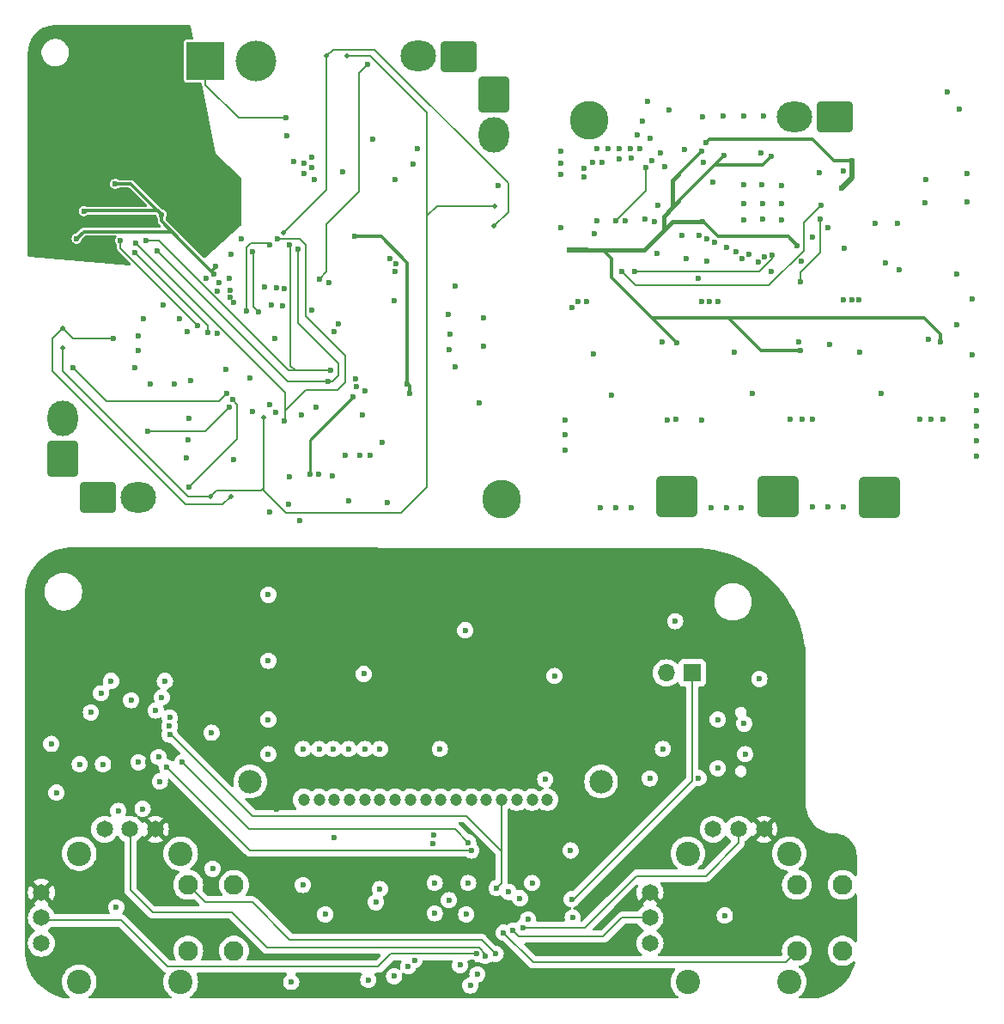
<source format=gbr>
%TF.GenerationSoftware,KiCad,Pcbnew,8.0.5*%
%TF.CreationDate,2024-10-20T13:56:41+02:00*%
%TF.ProjectId,Flight_Controller,466c6967-6874-45f4-936f-6e74726f6c6c,rev?*%
%TF.SameCoordinates,Original*%
%TF.FileFunction,Copper,L2,Inr*%
%TF.FilePolarity,Positive*%
%FSLAX46Y46*%
G04 Gerber Fmt 4.6, Leading zero omitted, Abs format (unit mm)*
G04 Created by KiCad (PCBNEW 8.0.5) date 2024-10-20 13:56:41*
%MOMM*%
%LPD*%
G01*
G04 APERTURE LIST*
G04 Aperture macros list*
%AMRoundRect*
0 Rectangle with rounded corners*
0 $1 Rounding radius*
0 $2 $3 $4 $5 $6 $7 $8 $9 X,Y pos of 4 corners*
0 Add a 4 corners polygon primitive as box body*
4,1,4,$2,$3,$4,$5,$6,$7,$8,$9,$2,$3,0*
0 Add four circle primitives for the rounded corners*
1,1,$1+$1,$2,$3*
1,1,$1+$1,$4,$5*
1,1,$1+$1,$6,$7*
1,1,$1+$1,$8,$9*
0 Add four rect primitives between the rounded corners*
20,1,$1+$1,$2,$3,$4,$5,0*
20,1,$1+$1,$4,$5,$6,$7,0*
20,1,$1+$1,$6,$7,$8,$9,0*
20,1,$1+$1,$8,$9,$2,$3,0*%
G04 Aperture macros list end*
%TA.AperFunction,ComponentPad*%
%ADD10RoundRect,0.333333X1.666667X1.666667X-1.666667X1.666667X-1.666667X-1.666667X1.666667X-1.666667X0*%
%TD*%
%TA.AperFunction,ComponentPad*%
%ADD11RoundRect,0.250000X1.500000X1.250000X-1.500000X1.250000X-1.500000X-1.250000X1.500000X-1.250000X0*%
%TD*%
%TA.AperFunction,ComponentPad*%
%ADD12O,3.500000X3.000000*%
%TD*%
%TA.AperFunction,ComponentPad*%
%ADD13C,1.650000*%
%TD*%
%TA.AperFunction,ComponentPad*%
%ADD14C,1.950000*%
%TD*%
%TA.AperFunction,ComponentPad*%
%ADD15C,2.400000*%
%TD*%
%TA.AperFunction,ComponentPad*%
%ADD16R,1.700000X1.700000*%
%TD*%
%TA.AperFunction,ComponentPad*%
%ADD17O,1.700000X1.700000*%
%TD*%
%TA.AperFunction,ComponentPad*%
%ADD18C,3.800000*%
%TD*%
%TA.AperFunction,ComponentPad*%
%ADD19RoundRect,0.250000X1.250000X-1.500000X1.250000X1.500000X-1.250000X1.500000X-1.250000X-1.500000X0*%
%TD*%
%TA.AperFunction,ComponentPad*%
%ADD20RoundRect,0.250000X-1.500000X-1.250000X1.500000X-1.250000X1.500000X1.250000X-1.500000X1.250000X0*%
%TD*%
%TA.AperFunction,ComponentPad*%
%ADD21O,3.000000X3.500000*%
%TD*%
%TA.AperFunction,ComponentPad*%
%ADD22R,3.800000X3.800000*%
%TD*%
%TA.AperFunction,ComponentPad*%
%ADD23C,4.000000*%
%TD*%
%TA.AperFunction,ComponentPad*%
%ADD24RoundRect,0.250000X-1.250000X1.500000X-1.250000X-1.500000X1.250000X-1.500000X1.250000X1.500000X0*%
%TD*%
%TA.AperFunction,ComponentPad*%
%ADD25C,1.200000*%
%TD*%
%TA.AperFunction,ComponentPad*%
%ADD26C,2.310000*%
%TD*%
%TA.AperFunction,ViaPad*%
%ADD27C,0.600000*%
%TD*%
%TA.AperFunction,ViaPad*%
%ADD28C,0.500000*%
%TD*%
%TA.AperFunction,Conductor*%
%ADD29C,0.200000*%
%TD*%
%TA.AperFunction,Conductor*%
%ADD30C,0.550000*%
%TD*%
%TA.AperFunction,Conductor*%
%ADD31C,0.350000*%
%TD*%
%TA.AperFunction,Conductor*%
%ADD32C,0.237503*%
%TD*%
%TA.AperFunction,Conductor*%
%ADD33C,0.300000*%
%TD*%
%TA.AperFunction,Conductor*%
%ADD34C,0.450000*%
%TD*%
%TA.AperFunction,Conductor*%
%ADD35C,0.500000*%
%TD*%
G04 APERTURE END LIST*
D10*
%TO.N,/Phase_A*%
%TO.C,C25*%
X97950000Y-60467157D03*
%TO.N,/Phase_B*%
X87950000Y-60457157D03*
%TO.N,/Phase_C*%
X77950000Y-60457157D03*
%TD*%
D11*
%TO.N,/V_Bat_raw*%
%TO.C,C24*%
X93550000Y-22967157D03*
D12*
%TO.N,GND*%
X89550000Y-22957157D03*
%TD*%
D13*
%TO.N,3.3V_Digi*%
%TO.C,S1*%
X15325000Y-99437500D03*
%TO.N,/A_0*%
X15325000Y-101937500D03*
%TO.N,GND*%
X15325000Y-104437500D03*
%TO.N,3.3V_Digi*%
X26555000Y-93207500D03*
%TO.N,/A_1*%
X24055000Y-93207500D03*
%TO.N,GND*%
X21555000Y-93207500D03*
D14*
%TO.N,/A_2*%
X29805000Y-105187500D03*
X29805000Y-98687500D03*
%TO.N,GND*%
X34305000Y-105187500D03*
X34305000Y-98687500D03*
D15*
X19055000Y-95612500D03*
X19055000Y-108262500D03*
X29055000Y-108262500D03*
X29055000Y-95612500D03*
%TD*%
D16*
%TO.N,V_Bat*%
%TO.C,BT1*%
X79475000Y-77800000D03*
D17*
%TO.N,GND*%
X76935000Y-77800000D03*
%TD*%
D18*
%TO.N,N/C*%
%TO.C,H1*%
X69300000Y-23307157D03*
%TD*%
D19*
%TO.N,V_Bat*%
%TO.C,C27*%
X17400000Y-56725000D03*
D20*
X20900000Y-60465000D03*
D21*
%TO.N,GND*%
X17400000Y-52725000D03*
D12*
X24900000Y-60475000D03*
%TD*%
D22*
%TO.N,V_Bat*%
%TO.C,BT1*%
X31500000Y-17500000D03*
D23*
%TO.N,GND*%
X36500000Y-17500000D03*
%TD*%
D13*
%TO.N,3.3V_Digi*%
%TO.C,S2*%
X75325000Y-99437500D03*
%TO.N,/B_0*%
X75325000Y-101937500D03*
%TO.N,GND*%
X75325000Y-104437500D03*
%TO.N,3.3V_Digi*%
X86555000Y-93207500D03*
%TO.N,/B_1*%
X84055000Y-93207500D03*
%TO.N,GND*%
X81555000Y-93207500D03*
D14*
%TO.N,/B_2*%
X89805000Y-105187500D03*
X89805000Y-98687500D03*
%TO.N,GND*%
X94305000Y-105187500D03*
X94305000Y-98687500D03*
D15*
X79055000Y-95612500D03*
X79055000Y-108262500D03*
X89055000Y-108262500D03*
X89055000Y-95612500D03*
%TD*%
D18*
%TO.N,N/C*%
%TO.C,H1*%
X60688000Y-60660000D03*
%TD*%
D24*
%TO.N,V_Bat*%
%TO.C,C28*%
X59944000Y-20768000D03*
D11*
X56444000Y-17028000D03*
D21*
%TO.N,GND*%
X59944000Y-24768000D03*
D12*
X52444000Y-17018000D03*
%TD*%
D25*
%TO.N,Net-(DS1-V0)*%
%TO.C,DS1*%
X41200000Y-90300000D03*
%TO.N,Net-(DS1-V1)*%
X42700000Y-90300000D03*
%TO.N,Net-(DS1-V2)*%
X44200000Y-90300000D03*
%TO.N,Net-(DS1-V3)*%
X45700000Y-90300000D03*
%TO.N,Net-(DS1-V4)*%
X47200000Y-90300000D03*
%TO.N,Net-(DS1-C2-)*%
X48700000Y-90300000D03*
%TO.N,Net-(DS1-C2+)*%
X50200000Y-90300000D03*
%TO.N,Net-(DS1-C1+)*%
X51700000Y-90300000D03*
%TO.N,Net-(DS1-C1-)*%
X53200000Y-90300000D03*
%TO.N,Net-(DS1-VOUT)*%
X54700000Y-90300000D03*
%TO.N,GND*%
X56200000Y-90300000D03*
%TO.N,3.3V_Digi*%
X57700000Y-90300000D03*
%TO.N,/Controller/SPI2.MOSI*%
X59200000Y-90300000D03*
%TO.N,/Controller/SPI2.SCK*%
X60700000Y-90300000D03*
%TO.N,/Controller/PB2*%
X62200000Y-90300000D03*
%TO.N,/Controller/PB1*%
X63700000Y-90300000D03*
%TO.N,GND*%
X65200000Y-90300000D03*
D26*
%TO.N,Net-(DS1-PadMH1)*%
X35900000Y-88500000D03*
%TO.N,Net-(DS1-PadMH2)*%
X70500000Y-88500000D03*
%TD*%
D27*
%TO.N,V_Bat*%
X74875000Y-27957157D03*
X94400000Y-41057157D03*
X80449997Y-41157157D03*
X39450000Y-23114000D03*
X71950000Y-33207157D03*
X69050000Y-41157157D03*
X75487500Y-27344657D03*
X82050000Y-41157157D03*
X67600000Y-100100000D03*
X68200000Y-41157157D03*
X95200000Y-41057157D03*
X81150000Y-41157157D03*
X95900000Y-41057157D03*
X76350000Y-26557157D03*
X67600000Y-41757157D03*
X50150000Y-29150000D03*
%TO.N,GND*%
X86400000Y-33107157D03*
X78500000Y-34707157D03*
X104650000Y-20557157D03*
X65000000Y-88300000D03*
X35900000Y-48700000D03*
X24900000Y-86600000D03*
X43300000Y-101600000D03*
X56150000Y-39650000D03*
X69800000Y-34507157D03*
X29700000Y-44200000D03*
X78700000Y-26207157D03*
X20000000Y-36800000D03*
X41100000Y-85300000D03*
X37700000Y-85800000D03*
X76050000Y-36457157D03*
X47100000Y-77900000D03*
X86100000Y-78400000D03*
X52100000Y-106100000D03*
X55400000Y-42450000D03*
X21400000Y-86800000D03*
X107550000Y-51957157D03*
X41000000Y-52400000D03*
X47200000Y-85300000D03*
X48300000Y-100400000D03*
X105850000Y-22257157D03*
X92850000Y-61407157D03*
X52362000Y-26162000D03*
X66950000Y-54357157D03*
X28000000Y-28400000D03*
X57200000Y-101600000D03*
X77800000Y-72700000D03*
X24850000Y-46050000D03*
X69650000Y-27507157D03*
X26300000Y-24200000D03*
X26600000Y-81500000D03*
X42000000Y-28000000D03*
X66500000Y-27607157D03*
X38300000Y-44800000D03*
X74850000Y-33107157D03*
X66500000Y-28657157D03*
X37700000Y-70100000D03*
X22900000Y-91400000D03*
X66950000Y-52857157D03*
X39950000Y-108250000D03*
X81550000Y-29457157D03*
X28000000Y-32600000D03*
X37850000Y-61950000D03*
X34000000Y-30800000D03*
X80900000Y-37257157D03*
X105550000Y-43457157D03*
X57100000Y-73600000D03*
X107550000Y-53457157D03*
X107550000Y-50457157D03*
X76100000Y-31757157D03*
X88300000Y-31557157D03*
X70450000Y-61507157D03*
X54600000Y-85300000D03*
X44200000Y-94000000D03*
X74050000Y-24757157D03*
X37700000Y-76600000D03*
X55600000Y-44400000D03*
X25350000Y-42850000D03*
X91350000Y-61407157D03*
X44100000Y-85300000D03*
X54100000Y-101500000D03*
X94400000Y-28357157D03*
X28450000Y-49350000D03*
X22700000Y-100900000D03*
X37700000Y-82400000D03*
X65900000Y-78100000D03*
X48700000Y-85300000D03*
X55550000Y-45950000D03*
X80550000Y-27457157D03*
X107050000Y-40957157D03*
X68850000Y-28907157D03*
X42000000Y-27000000D03*
X28950000Y-42900000D03*
X46736000Y-56388000D03*
X20200000Y-81700000D03*
X86525000Y-22952157D03*
X34000000Y-29200000D03*
X67700000Y-101900000D03*
X16800000Y-89600000D03*
X99700000Y-33457157D03*
X107550000Y-54957157D03*
X30600000Y-27300000D03*
X42200000Y-29200000D03*
X27350000Y-41500000D03*
X90275000Y-37232157D03*
X32200000Y-97100000D03*
X57600000Y-108600000D03*
X51500000Y-106700000D03*
X32100000Y-83700000D03*
X19100000Y-86800000D03*
X93050000Y-45457157D03*
X27300000Y-24200000D03*
X66550000Y-33907157D03*
X23400000Y-28600000D03*
X50100000Y-107700000D03*
X52000000Y-27686000D03*
X91350000Y-34857157D03*
X26100000Y-23100000D03*
X66950000Y-55857157D03*
X82850000Y-61507157D03*
X84550000Y-33157157D03*
X57400000Y-98500000D03*
X24900000Y-44550000D03*
X24500000Y-47700000D03*
X75750000Y-33307157D03*
X44200000Y-44200000D03*
X34000000Y-36500000D03*
X78850000Y-37007157D03*
X81350000Y-61507157D03*
X47550000Y-108050000D03*
X41100000Y-98700000D03*
X45000000Y-28400000D03*
X74550000Y-23407157D03*
X53925735Y-94625735D03*
X33850000Y-38900000D03*
X26050000Y-49350000D03*
X30900000Y-28500000D03*
X106550000Y-28557157D03*
X19800000Y-33600000D03*
X34000000Y-32400000D03*
X97550000Y-33457157D03*
X18200000Y-29400000D03*
X58300000Y-107500000D03*
X63700000Y-98500000D03*
X42700000Y-85300000D03*
X80100000Y-38907157D03*
X84350000Y-61507157D03*
X84600000Y-31557157D03*
X67500000Y-95300000D03*
X80100000Y-88150000D03*
X25300000Y-91200000D03*
X45600000Y-85300000D03*
X41200000Y-28600000D03*
X105550000Y-38457157D03*
X107550000Y-56457157D03*
X75350000Y-25107157D03*
X38500000Y-39857479D03*
X27000000Y-88500000D03*
X106600000Y-31407157D03*
X84550000Y-29657157D03*
X86350000Y-29707157D03*
X54100000Y-98500000D03*
X73450000Y-61507157D03*
X82700000Y-101700000D03*
X68850000Y-28107157D03*
X86400000Y-31577157D03*
X56600000Y-106600000D03*
X16300000Y-84800000D03*
X39700000Y-61150000D03*
X56150000Y-47650000D03*
X70600000Y-27457157D03*
X46946735Y-52367265D03*
X24175000Y-80500000D03*
X71950000Y-61507157D03*
X88300000Y-29757157D03*
X18400000Y-30600000D03*
X55500000Y-100200000D03*
X29000000Y-27400000D03*
X94350000Y-61407157D03*
X27500000Y-78600000D03*
X94445737Y-35957156D03*
X70050000Y-33257157D03*
X22200000Y-78600000D03*
X41200000Y-27600000D03*
X76750000Y-27907157D03*
X88300000Y-33157157D03*
X21200000Y-79800000D03*
X66550000Y-26407157D03*
X76600000Y-85300000D03*
X48700000Y-99100000D03*
X27200000Y-80200000D03*
X107050000Y-46457157D03*
%TO.N,/Power/SW*%
X40200000Y-27400000D03*
%TO.N,+5V_USB*%
X80850000Y-25507157D03*
X82000000Y-87200000D03*
X95250000Y-27307157D03*
X75300000Y-88200000D03*
X82000000Y-82400000D03*
X94200000Y-30057157D03*
%TO.N,Net-(J1-CC1)*%
X58934000Y-45638000D03*
X84700000Y-85800000D03*
X102450000Y-31457157D03*
%TO.N,Net-(J1-CC2)*%
X58934000Y-42844000D03*
X84600000Y-82800000D03*
X102500000Y-29157157D03*
%TO.N,/STM32L412CBUx/V_Bat_Div*%
X25800000Y-54000000D03*
X33849693Y-51650000D03*
%TO.N,/Power/FB*%
X48000000Y-25200000D03*
%TO.N,/STM32L412CBUx/USART1TX*%
X39092892Y-41592892D03*
X32700000Y-40151473D03*
%TO.N,3.3V_Anal*%
X46300000Y-48800000D03*
X46400000Y-49600000D03*
X47752000Y-56388000D03*
X40830000Y-62830000D03*
X49400000Y-61000000D03*
X35000000Y-35000000D03*
X37300000Y-39800000D03*
X50100000Y-41100000D03*
X47200000Y-50000000D03*
X39800000Y-58500000D03*
%TO.N,+5V*%
X51400000Y-49300000D03*
X46200000Y-34800000D03*
X51600000Y-50300000D03*
%TO.N,3.3V_Digi*%
X22300000Y-81200000D03*
X34300000Y-41300000D03*
X39300000Y-39900000D03*
X32200000Y-82200000D03*
X38500000Y-91200000D03*
X59750000Y-96700000D03*
X22600000Y-29600000D03*
X57800000Y-106300000D03*
X48900000Y-55100000D03*
X63800000Y-96900000D03*
X44600000Y-43400000D03*
X58500000Y-51200000D03*
X41100000Y-96900000D03*
X76600000Y-81800000D03*
X33900000Y-40100000D03*
X24900000Y-77600000D03*
X30050000Y-49000000D03*
X19500000Y-32300000D03*
X50300000Y-37500000D03*
X34300000Y-56800000D03*
X49700000Y-37000000D03*
X47200000Y-103100000D03*
X32314579Y-38487851D03*
X27175735Y-32624265D03*
X18800000Y-35000000D03*
X32500000Y-37700000D03*
X65100000Y-105000000D03*
X54000000Y-93800000D03*
X50200000Y-38200000D03*
X75600000Y-82800000D03*
X33500000Y-47850000D03*
X25800000Y-86600000D03*
X33900000Y-40800000D03*
X39500000Y-24900000D03*
X42400000Y-51600000D03*
%TO.N,/STM32L412CBUx/ESC_PWM0*%
X42700000Y-39000000D03*
X47500000Y-17800000D03*
D28*
%TO.N,/STM32L412CBUx/ESC_SCL*%
X32000000Y-60400000D03*
X17400000Y-45800000D03*
X60000000Y-31768000D03*
X45444000Y-17018000D03*
X37200000Y-52600000D03*
%TO.N,/STM32L412CBUx/ESC_SDA*%
X34000000Y-60400000D03*
D27*
X22450000Y-44850000D03*
D28*
X39200000Y-34400000D03*
X43444000Y-17018000D03*
X17400000Y-43800000D03*
X59944000Y-33768000D03*
D27*
%TO.N,/STM32L412CBUx/ESC_PWM1*%
X60374265Y-29775735D03*
X43700000Y-39300000D03*
%TO.N,/STM32L412CBUx/ESC_PWM2*%
X33584313Y-50284313D03*
X18450000Y-47750000D03*
%TO.N,/STM32L412CBUx/ESC_PWM3*%
X34150000Y-50850000D03*
X29900000Y-59500000D03*
%TO.N,/Com/CE_NRF*%
X30700000Y-43550000D03*
X23100000Y-35200000D03*
%TO.N,/Com/CS_NRF*%
X31717840Y-44232160D03*
X24550000Y-36400000D03*
%TO.N,/Com/IRQ_NRF*%
X31600000Y-38900000D03*
X32703210Y-44369000D03*
%TO.N,/Com/NR_SPI.MISO*%
X40600000Y-36000000D03*
X43600000Y-49100000D03*
X26700000Y-36200000D03*
%TO.N,/Com/NR_SPI.SCK*%
X38600000Y-35000000D03*
X24600000Y-35400000D03*
X39250000Y-53000000D03*
%TO.N,/Com/NR_SPI.MOSI*%
X25600000Y-35200000D03*
X39800000Y-35600000D03*
X43850000Y-48000000D03*
%TO.N,/STM32L412CBUx/I2C2.SDA*%
X42676000Y-58200000D03*
%TO.N,/STM32L412CBUx/I2C2.SCL*%
X46000000Y-50600000D03*
X41800000Y-58200000D03*
%TO.N,/STM32L412CBUx/PA0*%
X29850000Y-52700000D03*
%TO.N,/STM32L412CBUx/PA1*%
X29750000Y-54800000D03*
%TO.N,/STM32L412CBUx/PB1*%
X44000000Y-58400000D03*
X37831500Y-51350000D03*
%TO.N,/STM32L412CBUx/PB2*%
X38431500Y-52096939D03*
X45250000Y-56350000D03*
%TO.N,/STM32L412CBUx/PA5*%
X29650000Y-56650000D03*
%TO.N,/STM32L412CBUx/PA6*%
X36100000Y-52050000D03*
X45600000Y-60800000D03*
%TO.N,/STM32L412CBUx/PB8*%
X36700000Y-42200000D03*
X36120000Y-36300000D03*
%TO.N,/STM32L412CBUx/SWCLK{slash}PA14*%
X42000000Y-42050000D03*
%TO.N,/STM32L412CBUx/USART1RX*%
X38008989Y-41523382D03*
X32831158Y-39362296D03*
%TO.N,/STM32L412CBUx/PB9*%
X35520000Y-42100000D03*
X37800000Y-35600000D03*
%TO.N,Net-(U1-PH3)*%
X86250000Y-26557157D03*
%TO.N,/VISENSE_A*%
X102750000Y-44957157D03*
X84400000Y-37007157D03*
%TO.N,/Phase_A*%
X98150000Y-50257157D03*
%TO.N,+3V3*%
X103950000Y-45157157D03*
X89850000Y-35657157D03*
X68200000Y-36107157D03*
X80450000Y-26357157D03*
X67350000Y-36107157D03*
X77950000Y-45257157D03*
X80482321Y-33284569D03*
X69050000Y-36107157D03*
X87300000Y-26907157D03*
X90150000Y-46057157D03*
X82650000Y-26807157D03*
%TO.N,/VV_SENSE_A*%
X96025000Y-46157157D03*
X83800000Y-36277157D03*
%TO.N,/Phase_B*%
X85450000Y-50257157D03*
%TO.N,Net-(Q4-S)*%
X77850000Y-52807157D03*
X80400000Y-52857157D03*
X77025000Y-52882157D03*
%TO.N,/SW*%
X71200000Y-26157157D03*
X70050000Y-26107157D03*
X72300000Y-27107157D03*
X72250000Y-26157157D03*
X73350000Y-26157157D03*
X73500000Y-27057157D03*
X74350000Y-26157157D03*
%TO.N,/VISENSE_B*%
X89950000Y-45157157D03*
X82850000Y-35877157D03*
%TO.N,/VISENSE_C*%
X76550000Y-45157157D03*
X80900000Y-34977157D03*
%TO.N,/Phase_C*%
X71550000Y-50457157D03*
%TO.N,/VV_SENSE_B*%
X83625000Y-46182157D03*
X81700000Y-35327157D03*
%TO.N,/VV_SENSE_C*%
X69750000Y-46357157D03*
X80150000Y-34677157D03*
%TO.N,/FB*%
X72910000Y-33207157D03*
%TO.N,Net-(U1-VDDUSB)*%
X92000000Y-28457157D03*
%TO.N,/LO_B*%
X86567756Y-36774781D03*
X87250000Y-38257157D03*
%TO.N,/Hi_B*%
X92100000Y-33057157D03*
X90150000Y-39257157D03*
%TO.N,/Hi_A*%
X92850000Y-33907157D03*
X98500000Y-37407157D03*
%TO.N,/LO_A*%
X85967756Y-37307157D03*
X99850000Y-38057157D03*
%TO.N,/LO_C*%
X87350000Y-36607157D03*
X73850000Y-38257157D03*
%TO.N,/HI_C*%
X72550000Y-38257157D03*
X92200000Y-31677157D03*
%TO.N,/V_Bat_Div*%
X85050000Y-36507157D03*
%TO.N,Net-(Q1-S)*%
X104200000Y-52807157D03*
X103050000Y-52807157D03*
X101950000Y-52807157D03*
%TO.N,Net-(Q8-S)*%
X89100000Y-52757157D03*
X91300000Y-52807157D03*
X90350000Y-52757157D03*
%TO.N,/I2C1_SDA*%
X80525000Y-22957157D03*
%TO.N,/I2C1_CL*%
X82525000Y-22952157D03*
%TO.N,Net-(D5-K)*%
X75100000Y-21507157D03*
%TO.N,Net-(D6-K)*%
X77224999Y-22357157D03*
%TO.N,/Duty_in*%
X84525000Y-22952157D03*
%TO.N,/Controller/V_Bat_Div*%
X63300000Y-102100000D03*
%TO.N,/Controller/SPI2.SCK*%
X60200000Y-99000000D03*
X27975000Y-83887500D03*
%TO.N,/Controller/SPI2.MISO*%
X27700000Y-87100000D03*
X57700000Y-95300000D03*
%TO.N,/Controller/SPI2.MOSI*%
X29200000Y-86600000D03*
X57400000Y-94500000D03*
%TO.N,/CS_NRF*%
X27949265Y-83061765D03*
%TO.N,/CE_NRF*%
X27975000Y-82187500D03*
%TO.N,/IRQ_NRF*%
X26875000Y-86087500D03*
%TO.N,/A_1*%
X59100000Y-105700000D03*
%TO.N,/A_0*%
X58200000Y-105500000D03*
%TO.N,/B_0*%
X61800000Y-103200000D03*
%TO.N,/B_1*%
X62800000Y-102900000D03*
%TO.N,/A_2*%
X60100000Y-105500000D03*
%TO.N,/B_2*%
X60900000Y-103400000D03*
%TO.N,/Controller/PB2*%
X61400000Y-99400000D03*
%TO.N,/Controller/PB1*%
X62500000Y-100000000D03*
%TD*%
D29*
%TO.N,V_Bat*%
X74875000Y-30282157D02*
X71950000Y-33207157D01*
X79475000Y-77800000D02*
X79475000Y-88425000D01*
X31500000Y-19850000D02*
X31500000Y-17500000D01*
X67800000Y-100100000D02*
X67600000Y-100100000D01*
X39450000Y-23114000D02*
X34764000Y-23114000D01*
X74875000Y-27957157D02*
X74875000Y-30282157D01*
X34764000Y-23114000D02*
X31500000Y-19850000D01*
X79475000Y-88425000D02*
X67800000Y-100100000D01*
D30*
%TO.N,+5V_USB*%
X95250000Y-29007157D02*
X94200000Y-30057157D01*
D31*
X95250000Y-27307157D02*
X93450000Y-27307157D01*
X81150000Y-25207157D02*
X80850000Y-25507157D01*
X93450000Y-27307157D02*
X91350000Y-25207157D01*
D30*
X95250000Y-27307157D02*
X95250000Y-29007157D01*
D31*
X91350000Y-25207157D02*
X81150000Y-25207157D01*
D29*
%TO.N,/STM32L412CBUx/V_Bat_Div*%
X31499693Y-54000000D02*
X33849693Y-51650000D01*
X25800000Y-54000000D02*
X31499693Y-54000000D01*
D31*
%TO.N,+5V*%
X48800000Y-34800000D02*
X46200000Y-34800000D01*
X51600000Y-49500000D02*
X51400000Y-49300000D01*
X51600000Y-50300000D02*
X51600000Y-49500000D01*
X51400000Y-37400000D02*
X48800000Y-34800000D01*
X51400000Y-49300000D02*
X51400000Y-37400000D01*
%TO.N,3.3V_Digi*%
X19500000Y-32300000D02*
X19550000Y-32250000D01*
X18800000Y-35000000D02*
X19500000Y-34300000D01*
X27175735Y-32624265D02*
X27175735Y-33275735D01*
X32500000Y-37800000D02*
X32100000Y-38200000D01*
X26801470Y-32250000D02*
X27175735Y-32624265D01*
X19500000Y-34300000D02*
X28200000Y-34300000D01*
X27175735Y-33275735D02*
X29150000Y-35250000D01*
X19550000Y-32250000D02*
X26801470Y-32250000D01*
X32100000Y-38273272D02*
X32100000Y-38200000D01*
X29150000Y-35250000D02*
X31600000Y-37700000D01*
X22600000Y-29600000D02*
X24151470Y-29600000D01*
X32500000Y-37700000D02*
X32500000Y-37800000D01*
X31600000Y-37700000D02*
X32100000Y-38200000D01*
X32314579Y-38487851D02*
X32100000Y-38273272D01*
X28200000Y-34300000D02*
X29150000Y-35250000D01*
X24151470Y-29600000D02*
X27175735Y-32624265D01*
D29*
%TO.N,/STM32L412CBUx/ESC_PWM0*%
X42700000Y-39000000D02*
X43450000Y-38250000D01*
X46650000Y-18650000D02*
X47500000Y-17800000D01*
X46650000Y-30400000D02*
X46650000Y-18650000D01*
X43450000Y-33600000D02*
X46650000Y-30400000D01*
X43450000Y-38250000D02*
X43450000Y-33600000D01*
%TO.N,/STM32L412CBUx/ESC_SCL*%
X37000000Y-59800000D02*
X32600000Y-59800000D01*
X32600000Y-59800000D02*
X32000000Y-60400000D01*
X54332000Y-31768000D02*
X53350000Y-32750000D01*
X53350000Y-59450000D02*
X53350000Y-22600000D01*
X47768000Y-17018000D02*
X45444000Y-17018000D01*
X29750000Y-60400000D02*
X32000000Y-60400000D01*
X37200000Y-59600000D02*
X37000000Y-59800000D01*
X53350000Y-22600000D02*
X47768000Y-17018000D01*
X17400000Y-45800000D02*
X17400000Y-48050000D01*
X53350000Y-32750000D02*
X53350000Y-39100000D01*
X37200000Y-58600000D02*
X37200000Y-59800000D01*
X60000000Y-31768000D02*
X54332000Y-31768000D01*
X37200000Y-59800000D02*
X39400000Y-62000000D01*
X37200000Y-58600000D02*
X37200000Y-59600000D01*
X39400000Y-62000000D02*
X50800000Y-62000000D01*
X17400000Y-48050000D02*
X29750000Y-60400000D01*
X37200000Y-52600000D02*
X37200000Y-58600000D01*
X50800000Y-62000000D02*
X53350000Y-59450000D01*
%TO.N,/STM32L412CBUx/ESC_SDA*%
X17400000Y-43800000D02*
X16400000Y-44800000D01*
X61350000Y-29550000D02*
X61350000Y-32362000D01*
X39200000Y-34400000D02*
X43444000Y-30156000D01*
X44062000Y-16400000D02*
X48200000Y-16400000D01*
X43444000Y-30156000D02*
X43444000Y-17018000D01*
X18450000Y-44850000D02*
X17400000Y-43800000D01*
X61350000Y-32362000D02*
X59944000Y-33768000D01*
X22450000Y-44850000D02*
X18450000Y-44850000D01*
X16400000Y-48050000D02*
X29550000Y-61200000D01*
X48200000Y-16400000D02*
X61350000Y-29550000D01*
X43444000Y-17018000D02*
X44062000Y-16400000D01*
X33200000Y-61200000D02*
X34000000Y-60400000D01*
X29550000Y-61200000D02*
X33200000Y-61200000D01*
X16400000Y-44800000D02*
X16400000Y-48050000D01*
%TO.N,/STM32L412CBUx/ESC_PWM2*%
X21750000Y-51050000D02*
X18450000Y-47750000D01*
X32818626Y-51050000D02*
X21750000Y-51050000D01*
X33584313Y-50284313D02*
X32818626Y-51050000D01*
%TO.N,/STM32L412CBUx/ESC_PWM3*%
X29900000Y-59500000D02*
X34650000Y-54750000D01*
X34650000Y-54750000D02*
X34650000Y-51350000D01*
X34650000Y-51350000D02*
X34150000Y-50850000D01*
%TO.N,/Com/CE_NRF*%
X30700000Y-43550000D02*
X23100000Y-35950000D01*
X23100000Y-35950000D02*
X23100000Y-35200000D01*
%TO.N,/Com/CS_NRF*%
X31717840Y-44232160D02*
X31717840Y-43567840D01*
X31717840Y-43567840D02*
X24550000Y-36400000D01*
%TO.N,/Com/NR_SPI.MISO*%
X40600000Y-43300000D02*
X44600000Y-47300000D01*
X44600000Y-48500000D02*
X44000000Y-49100000D01*
X44600000Y-47300000D02*
X44600000Y-48500000D01*
X44000000Y-49100000D02*
X43600000Y-49100000D01*
X39600000Y-49100000D02*
X43600000Y-49100000D01*
X26700000Y-36200000D02*
X39600000Y-49100000D01*
X40600000Y-36000000D02*
X40600000Y-43300000D01*
%TO.N,/Com/NR_SPI.SCK*%
X39374250Y-50139936D02*
X39374250Y-52000000D01*
X39374250Y-50650000D02*
X39374250Y-51925750D01*
X39374250Y-52875750D02*
X39374250Y-52000000D01*
X45300000Y-46550000D02*
X41400000Y-42650000D01*
X41400000Y-42650000D02*
X41400000Y-35600000D01*
X39374250Y-51925750D02*
X41400000Y-49900000D01*
X45300000Y-49150000D02*
X45300000Y-46550000D01*
X41400000Y-49900000D02*
X44550000Y-49900000D01*
X44550000Y-49900000D02*
X45300000Y-49150000D01*
X40800000Y-35000000D02*
X38600000Y-35000000D01*
X24600000Y-35400000D02*
X24634314Y-35400000D01*
X24634314Y-35400000D02*
X39374250Y-50139936D01*
X41400000Y-35600000D02*
X40800000Y-35000000D01*
X39250000Y-53000000D02*
X39374250Y-52875750D01*
%TO.N,/Com/NR_SPI.MOSI*%
X43850000Y-48000000D02*
X39700000Y-48000000D01*
X26900000Y-35200000D02*
X25600000Y-35200000D01*
X40350000Y-48000000D02*
X39900000Y-47550000D01*
X39700000Y-48000000D02*
X36100000Y-44400000D01*
X43850000Y-48000000D02*
X40350000Y-48000000D01*
X36100000Y-44400000D02*
X26900000Y-35200000D01*
X39900000Y-35700000D02*
X39800000Y-35600000D01*
X36482842Y-44782842D02*
X36100000Y-44400000D01*
X39900000Y-47550000D02*
X39900000Y-35700000D01*
D32*
%TO.N,/STM32L412CBUx/I2C2.SCL*%
X46000000Y-50600000D02*
X41800000Y-54800000D01*
X41800000Y-54800000D02*
X41800000Y-58200000D01*
D29*
%TO.N,/STM32L412CBUx/PB8*%
X36200000Y-36380000D02*
X36200000Y-41700000D01*
X36200000Y-41700000D02*
X36700000Y-42200000D01*
X36120000Y-36300000D02*
X36200000Y-36380000D01*
%TO.N,/STM32L412CBUx/PB9*%
X37600000Y-35400000D02*
X37800000Y-35600000D01*
X35520000Y-35831471D02*
X35951471Y-35400000D01*
X35520000Y-42100000D02*
X35520000Y-35831471D01*
X35951471Y-35400000D02*
X37600000Y-35400000D01*
D33*
%TO.N,+3V3*%
X70800000Y-36207157D02*
X71550000Y-36957157D01*
D34*
X77175000Y-33682157D02*
X77572588Y-33284569D01*
D33*
X81700000Y-27757157D02*
X80000000Y-29457157D01*
D34*
X77550000Y-31907157D02*
X77550000Y-29257157D01*
X74750000Y-36107157D02*
X76650000Y-34207157D01*
X77572588Y-33284569D02*
X80482321Y-33284569D01*
D33*
X102375000Y-42832157D02*
X103950000Y-44407157D01*
D34*
X69050000Y-36107157D02*
X74750000Y-36107157D01*
X77550000Y-29257157D02*
X78150000Y-28657157D01*
D33*
X83025000Y-42832157D02*
X86250000Y-46057157D01*
X71550000Y-36957157D02*
X71550000Y-38857157D01*
X86450000Y-27757157D02*
X81700000Y-27757157D01*
X88950000Y-34757157D02*
X89850000Y-35657157D01*
X75400000Y-42707157D02*
X77950000Y-45257157D01*
X80576651Y-33284569D02*
X82049239Y-34757157D01*
X80000000Y-29457157D02*
X82650000Y-26807157D01*
X71550000Y-38857157D02*
X75400000Y-42707157D01*
X67350000Y-36107157D02*
X67450000Y-36207157D01*
X75525000Y-42832157D02*
X83025000Y-42832157D01*
X78150000Y-31307157D02*
X80000000Y-29457157D01*
X80482321Y-33284569D02*
X80576651Y-33284569D01*
X82049239Y-34757157D02*
X88950000Y-34757157D01*
X78150000Y-28657157D02*
X80450000Y-26357157D01*
X87300000Y-26907157D02*
X86450000Y-27757157D01*
D34*
X76650000Y-34207157D02*
X77175000Y-33682157D01*
D35*
X69050000Y-36107157D02*
X67350000Y-36107157D01*
D34*
X76650000Y-32807157D02*
X77550000Y-31907157D01*
X76650000Y-34207157D02*
X76650000Y-32807157D01*
D33*
X86250000Y-46057157D02*
X90150000Y-46057157D01*
X83025000Y-42832157D02*
X102375000Y-42832157D01*
X103950000Y-44407157D02*
X103950000Y-45157157D01*
D34*
X77550000Y-31907157D02*
X78150000Y-31307157D01*
D33*
X75400000Y-42707157D02*
X75525000Y-42832157D01*
D29*
%TO.N,/Hi_B*%
X92100000Y-36407159D02*
X92100000Y-33057157D01*
X90150000Y-38357159D02*
X92100000Y-36407159D01*
X90150000Y-39257157D02*
X90150000Y-38357159D01*
%TO.N,/LO_C*%
X87350000Y-37007157D02*
X86100000Y-38257157D01*
X87350000Y-36607157D02*
X87350000Y-37007157D01*
X86100000Y-38257157D02*
X73850000Y-38257157D01*
%TO.N,/HI_C*%
X72550000Y-38257157D02*
X73900000Y-39607157D01*
X90450000Y-33427157D02*
X92200000Y-31677157D01*
X87050000Y-39607157D02*
X90450000Y-36207157D01*
X90450000Y-36207157D02*
X90450000Y-33427157D01*
X73900000Y-39607157D02*
X87050000Y-39607157D01*
%TO.N,/Controller/SPI2.SCK*%
X57200000Y-91900000D02*
X36136029Y-91900000D01*
X60700000Y-95400000D02*
X57200000Y-91900000D01*
X36136029Y-91900000D02*
X28123529Y-83887500D01*
X60700000Y-98500000D02*
X60700000Y-90300000D01*
X60700000Y-98500000D02*
X60700000Y-95400000D01*
X28123529Y-83887500D02*
X27975000Y-83887500D01*
X60200000Y-99000000D02*
X60700000Y-98500000D01*
%TO.N,/Controller/SPI2.MISO*%
X35900000Y-95300000D02*
X57700000Y-95300000D01*
X27700000Y-87100000D02*
X35900000Y-95300000D01*
%TO.N,/Controller/SPI2.MOSI*%
X56100000Y-93200000D02*
X57400000Y-94500000D01*
X29200000Y-86600000D02*
X35800000Y-93200000D01*
X35800000Y-93200000D02*
X56100000Y-93200000D01*
%TO.N,/A_1*%
X59100000Y-105551471D02*
X58448529Y-104900000D01*
X37600000Y-104900000D02*
X34100000Y-101400000D01*
X58448529Y-104900000D02*
X37600000Y-104900000D01*
X34100000Y-101400000D02*
X26300000Y-101400000D01*
X24100000Y-99200000D02*
X24100000Y-93252500D01*
X24100000Y-93252500D02*
X24055000Y-93207500D01*
X59100000Y-105700000D02*
X59100000Y-105551471D01*
X26300000Y-101400000D02*
X24100000Y-99200000D01*
%TO.N,/A_0*%
X48537500Y-106762500D02*
X27762500Y-106762500D01*
X58200000Y-105500000D02*
X49800000Y-105500000D01*
X49800000Y-105500000D02*
X48537500Y-106762500D01*
X15587500Y-102200000D02*
X15325000Y-101937500D01*
X27762500Y-106762500D02*
X23200000Y-102200000D01*
X23200000Y-102200000D02*
X15587500Y-102200000D01*
%TO.N,/B_0*%
X70700000Y-103800000D02*
X72562500Y-101937500D01*
X72562500Y-101937500D02*
X75325000Y-101937500D01*
X62400000Y-103800000D02*
X70700000Y-103800000D01*
X61800000Y-103200000D02*
X62400000Y-103800000D01*
%TO.N,/B_1*%
X62800000Y-102900000D02*
X68900000Y-102900000D01*
X80800000Y-97800000D02*
X84055000Y-94545000D01*
X74000000Y-97800000D02*
X80800000Y-97800000D01*
X68900000Y-102900000D02*
X74000000Y-97800000D01*
X84055000Y-94545000D02*
X84055000Y-93207500D01*
%TO.N,/A_2*%
X31517500Y-100400000D02*
X29805000Y-98687500D01*
X39800000Y-104100000D02*
X36100000Y-100400000D01*
X60100000Y-105500000D02*
X58700000Y-104100000D01*
X36100000Y-100400000D02*
X31517500Y-100400000D01*
X58700000Y-104100000D02*
X39800000Y-104100000D01*
%TO.N,/B_2*%
X63800000Y-106300000D02*
X88692500Y-106300000D01*
X88692500Y-106300000D02*
X89805000Y-105187500D01*
X60900000Y-103400000D02*
X63800000Y-106300000D01*
%TD*%
%TA.AperFunction,Conductor*%
%TO.N,GND*%
G36*
X29994053Y-13980185D02*
G01*
X30039808Y-14032989D01*
X30048710Y-14060710D01*
X30059255Y-14114653D01*
X30281537Y-15251712D01*
X30275082Y-15321280D01*
X30232037Y-15376316D01*
X30166071Y-15399343D01*
X30159842Y-15399500D01*
X29580247Y-15399500D01*
X29521770Y-15411131D01*
X29521769Y-15411132D01*
X29455447Y-15455447D01*
X29411132Y-15521769D01*
X29411131Y-15521770D01*
X29399500Y-15580247D01*
X29399500Y-19419752D01*
X29411131Y-19478229D01*
X29411132Y-19478230D01*
X29455447Y-19544552D01*
X29521769Y-19588867D01*
X29521770Y-19588868D01*
X29580247Y-19600499D01*
X29580250Y-19600500D01*
X29580252Y-19600500D01*
X31029571Y-19600500D01*
X31096610Y-19620185D01*
X31142365Y-19672989D01*
X31151267Y-19700710D01*
X32499999Y-26599998D01*
X32500000Y-26600000D01*
X34961874Y-28963399D01*
X34996603Y-29024026D01*
X35000000Y-29052851D01*
X35000000Y-33644690D01*
X34980315Y-33711729D01*
X34958848Y-33736952D01*
X31468302Y-36871317D01*
X31405269Y-36901462D01*
X31335946Y-36892743D01*
X31297773Y-36866736D01*
X29457545Y-35026508D01*
X29457543Y-35026505D01*
X28430563Y-33999526D01*
X27587554Y-33156517D01*
X27554069Y-33095194D01*
X27551235Y-33068836D01*
X27551235Y-33001448D01*
X27570920Y-32934409D01*
X27581518Y-32920250D01*
X27601112Y-32897638D01*
X27660900Y-32766722D01*
X27681382Y-32624265D01*
X27660900Y-32481808D01*
X27601112Y-32350892D01*
X27506863Y-32242122D01*
X27385788Y-32164312D01*
X27385786Y-32164311D01*
X27385784Y-32164310D01*
X27385785Y-32164310D01*
X27247700Y-32123765D01*
X27240164Y-32122682D01*
X27176609Y-32093656D01*
X27170132Y-32087625D01*
X24382033Y-29299526D01*
X24382032Y-29299525D01*
X24296408Y-29250090D01*
X24248656Y-29237295D01*
X24248654Y-29237294D01*
X24248652Y-29237293D01*
X24200906Y-29224500D01*
X24200905Y-29224500D01*
X22977874Y-29224500D01*
X22910835Y-29204815D01*
X22910834Y-29204815D01*
X22810051Y-29140046D01*
X22810050Y-29140045D01*
X22671963Y-29099500D01*
X22671961Y-29099500D01*
X22528039Y-29099500D01*
X22528036Y-29099500D01*
X22389949Y-29140045D01*
X22268873Y-29217856D01*
X22174623Y-29326626D01*
X22174622Y-29326628D01*
X22114834Y-29457543D01*
X22094353Y-29600000D01*
X22114834Y-29742456D01*
X22174622Y-29873371D01*
X22174623Y-29873373D01*
X22268872Y-29982143D01*
X22389947Y-30059953D01*
X22389950Y-30059954D01*
X22389949Y-30059954D01*
X22528036Y-30100499D01*
X22528038Y-30100500D01*
X22528039Y-30100500D01*
X22671962Y-30100500D01*
X22671962Y-30100499D01*
X22810053Y-30059953D01*
X22910834Y-29995184D01*
X22977874Y-29975500D01*
X23944571Y-29975500D01*
X24011610Y-29995185D01*
X24032252Y-30011819D01*
X25683252Y-31662819D01*
X25716737Y-31724142D01*
X25711753Y-31793834D01*
X25669881Y-31849767D01*
X25604417Y-31874184D01*
X25595571Y-31874500D01*
X19800072Y-31874500D01*
X19733033Y-31854815D01*
X19733032Y-31854815D01*
X19725177Y-31849767D01*
X19710053Y-31840047D01*
X19710050Y-31840045D01*
X19571963Y-31799500D01*
X19571961Y-31799500D01*
X19428039Y-31799500D01*
X19428036Y-31799500D01*
X19289949Y-31840045D01*
X19168873Y-31917856D01*
X19074623Y-32026626D01*
X19074622Y-32026628D01*
X19014834Y-32157543D01*
X18994353Y-32300000D01*
X19014834Y-32442456D01*
X19032806Y-32481808D01*
X19074623Y-32573373D01*
X19168872Y-32682143D01*
X19289947Y-32759953D01*
X19289950Y-32759954D01*
X19289949Y-32759954D01*
X19428036Y-32800499D01*
X19428038Y-32800500D01*
X19428039Y-32800500D01*
X19571962Y-32800500D01*
X19571962Y-32800499D01*
X19710053Y-32759953D01*
X19831128Y-32682143D01*
X19843126Y-32668296D01*
X19901903Y-32630523D01*
X19936838Y-32625500D01*
X26562818Y-32625500D01*
X26629857Y-32645185D01*
X26675612Y-32697989D01*
X26685556Y-32731852D01*
X26690569Y-32766718D01*
X26690570Y-32766723D01*
X26705996Y-32800500D01*
X26750358Y-32897638D01*
X26769947Y-32920245D01*
X26798973Y-32983799D01*
X26800235Y-33001448D01*
X26800235Y-33325170D01*
X26825825Y-33420673D01*
X26825826Y-33420674D01*
X26825826Y-33420675D01*
X26875261Y-33506298D01*
X27081782Y-33712819D01*
X27115267Y-33774142D01*
X27110283Y-33843834D01*
X27068411Y-33899767D01*
X27002947Y-33924184D01*
X26994101Y-33924500D01*
X19450564Y-33924500D01*
X19402812Y-33937295D01*
X19402811Y-33937294D01*
X19355063Y-33950089D01*
X19355062Y-33950089D01*
X19269435Y-33999527D01*
X18805602Y-34463360D01*
X18744279Y-34496845D01*
X18735571Y-34498416D01*
X18728041Y-34499498D01*
X18589949Y-34540045D01*
X18468873Y-34617856D01*
X18374623Y-34726626D01*
X18374622Y-34726628D01*
X18314834Y-34857543D01*
X18294353Y-35000000D01*
X18314834Y-35142456D01*
X18374621Y-35273369D01*
X18374623Y-35273373D01*
X18468872Y-35382143D01*
X18589947Y-35459953D01*
X18589950Y-35459954D01*
X18589949Y-35459954D01*
X18728036Y-35500499D01*
X18728038Y-35500500D01*
X18728039Y-35500500D01*
X18871962Y-35500500D01*
X18871962Y-35500499D01*
X19010053Y-35459953D01*
X19131128Y-35382143D01*
X19225377Y-35273373D01*
X19285165Y-35142457D01*
X19295509Y-35070502D01*
X19324533Y-35006949D01*
X19330537Y-35000498D01*
X19619219Y-34711816D01*
X19680541Y-34678334D01*
X19706899Y-34675500D01*
X22620703Y-34675500D01*
X22687742Y-34695185D01*
X22733497Y-34747989D01*
X22743441Y-34817147D01*
X22714416Y-34880702D01*
X22674625Y-34926622D01*
X22674622Y-34926628D01*
X22614834Y-35057543D01*
X22594353Y-35200000D01*
X22614834Y-35342456D01*
X22632959Y-35382143D01*
X22674623Y-35473373D01*
X22768872Y-35582143D01*
X22768875Y-35582144D01*
X22769213Y-35582535D01*
X22798238Y-35646091D01*
X22799500Y-35663738D01*
X22799500Y-35989562D01*
X22807081Y-36017855D01*
X22819979Y-36065990D01*
X22819980Y-36065991D01*
X22851150Y-36119979D01*
X22851151Y-36119981D01*
X22859537Y-36134507D01*
X22859541Y-36134512D01*
X24118973Y-37393944D01*
X24152458Y-37455267D01*
X24147474Y-37524959D01*
X24105602Y-37580892D01*
X24040138Y-37605309D01*
X24021232Y-37605216D01*
X14102440Y-36797872D01*
X14037219Y-36772814D01*
X13995898Y-36716472D01*
X13988500Y-36674281D01*
X13988500Y-16663480D01*
X13988695Y-16656527D01*
X13994469Y-16553713D01*
X15337500Y-16553713D01*
X15337500Y-16766286D01*
X15370753Y-16976239D01*
X15436444Y-17178414D01*
X15532951Y-17367820D01*
X15657890Y-17539786D01*
X15808213Y-17690109D01*
X15980179Y-17815048D01*
X15980181Y-17815049D01*
X15980184Y-17815051D01*
X16169588Y-17911557D01*
X16371757Y-17977246D01*
X16581713Y-18010500D01*
X16581714Y-18010500D01*
X16794286Y-18010500D01*
X16794287Y-18010500D01*
X17004243Y-17977246D01*
X17206412Y-17911557D01*
X17395816Y-17815051D01*
X17417789Y-17799086D01*
X17567786Y-17690109D01*
X17567788Y-17690106D01*
X17567792Y-17690104D01*
X17718104Y-17539792D01*
X17718106Y-17539788D01*
X17718109Y-17539786D01*
X17843048Y-17367820D01*
X17843047Y-17367820D01*
X17843051Y-17367816D01*
X17939557Y-17178412D01*
X18005246Y-16976243D01*
X18038500Y-16766287D01*
X18038500Y-16553713D01*
X18005246Y-16343757D01*
X17939557Y-16141588D01*
X17843051Y-15952184D01*
X17843049Y-15952181D01*
X17843048Y-15952179D01*
X17718109Y-15780213D01*
X17567786Y-15629890D01*
X17395820Y-15504951D01*
X17206414Y-15408444D01*
X17206413Y-15408443D01*
X17206412Y-15408443D01*
X17004243Y-15342754D01*
X17004241Y-15342753D01*
X17004240Y-15342753D01*
X16842957Y-15317208D01*
X16794287Y-15309500D01*
X16581713Y-15309500D01*
X16533042Y-15317208D01*
X16371760Y-15342753D01*
X16169585Y-15408444D01*
X15980179Y-15504951D01*
X15808213Y-15629890D01*
X15657890Y-15780213D01*
X15532951Y-15952179D01*
X15436444Y-16141585D01*
X15370753Y-16343760D01*
X15337500Y-16553713D01*
X13994469Y-16553713D01*
X13998214Y-16487028D01*
X14005084Y-16364691D01*
X14006638Y-16350898D01*
X14055015Y-16066167D01*
X14058109Y-16052615D01*
X14087045Y-15952179D01*
X14138061Y-15775096D01*
X14142653Y-15761975D01*
X14197362Y-15629896D01*
X14253175Y-15495151D01*
X14259195Y-15482651D01*
X14398902Y-15229868D01*
X14406297Y-15218100D01*
X14447843Y-15159547D01*
X14573422Y-14982559D01*
X14582077Y-14971705D01*
X14774534Y-14756346D01*
X14784346Y-14746534D01*
X14999705Y-14554077D01*
X15010559Y-14545422D01*
X15246105Y-14378293D01*
X15257868Y-14370902D01*
X15510651Y-14231195D01*
X15523151Y-14225175D01*
X15789979Y-14114651D01*
X15803096Y-14110061D01*
X16080621Y-14030107D01*
X16094167Y-14027015D01*
X16378898Y-13978638D01*
X16392691Y-13977084D01*
X16684528Y-13960695D01*
X16691481Y-13960500D01*
X29927014Y-13960500D01*
X29994053Y-13980185D01*
G37*
%TD.AperFunction*%
%TD*%
%TA.AperFunction,Conductor*%
%TO.N,3.3V_Digi*%
G36*
X78942276Y-65500404D02*
G01*
X78956232Y-65501217D01*
X78965223Y-65502251D01*
X78965230Y-65502253D01*
X79003434Y-65500625D01*
X79008865Y-65500514D01*
X79039067Y-65500565D01*
X79039072Y-65500563D01*
X79039952Y-65500565D01*
X79052237Y-65499685D01*
X79654965Y-65491405D01*
X79662091Y-65491511D01*
X80300179Y-65519529D01*
X80307286Y-65520047D01*
X80942689Y-65584763D01*
X80949745Y-65585688D01*
X81580394Y-65686892D01*
X81587371Y-65688219D01*
X82211141Y-65825573D01*
X82218040Y-65827302D01*
X82832833Y-66000339D01*
X82839625Y-66002463D01*
X83443478Y-66210633D01*
X83450112Y-66213136D01*
X83941626Y-66414945D01*
X84040950Y-66455726D01*
X84047478Y-66458629D01*
X84623347Y-66734831D01*
X84629696Y-66738105D01*
X85188673Y-67046995D01*
X85194819Y-67050625D01*
X85724357Y-67384433D01*
X85735134Y-67391226D01*
X85741059Y-67395205D01*
X86245036Y-67755057D01*
X86260815Y-67766323D01*
X86266501Y-67770634D01*
X86528072Y-67981161D01*
X86764061Y-68171098D01*
X86769495Y-68175736D01*
X87243154Y-68604177D01*
X87248311Y-68609120D01*
X87696495Y-69064110D01*
X87701360Y-69069342D01*
X88122611Y-69549401D01*
X88127166Y-69554904D01*
X88520064Y-70058415D01*
X88524295Y-70064171D01*
X88887554Y-70589485D01*
X88891446Y-70595475D01*
X89090033Y-70921288D01*
X89223848Y-71140831D01*
X89227386Y-71147031D01*
X89331288Y-71341936D01*
X89527829Y-71710621D01*
X89531007Y-71717019D01*
X89798506Y-72297001D01*
X89801309Y-72303572D01*
X90034949Y-72897955D01*
X90037370Y-72904676D01*
X90236398Y-73511543D01*
X90238428Y-73518392D01*
X90402180Y-74135721D01*
X90403812Y-74142676D01*
X90531740Y-74768403D01*
X90532969Y-74775441D01*
X90624653Y-75407509D01*
X90625474Y-75414605D01*
X90680604Y-76050877D01*
X90681016Y-76058009D01*
X90699449Y-76697640D01*
X90699500Y-76701212D01*
X90699500Y-90957277D01*
X90734716Y-91269827D01*
X90734718Y-91269843D01*
X90804710Y-91576499D01*
X90804711Y-91576501D01*
X90908598Y-91873395D01*
X91045072Y-92156786D01*
X91045074Y-92156789D01*
X91212423Y-92423123D01*
X91408539Y-92669044D01*
X91630956Y-92891461D01*
X91876877Y-93087577D01*
X92143211Y-93254926D01*
X92426606Y-93391402D01*
X92723500Y-93495289D01*
X93030160Y-93565282D01*
X93342723Y-93600499D01*
X93342724Y-93600500D01*
X93342727Y-93600500D01*
X93452405Y-93600500D01*
X93496249Y-93600500D01*
X93503736Y-93600726D01*
X93757638Y-93616084D01*
X93772495Y-93617888D01*
X94019000Y-93663061D01*
X94033536Y-93666644D01*
X94272791Y-93741200D01*
X94286785Y-93746507D01*
X94347075Y-93773641D01*
X94515319Y-93849361D01*
X94528578Y-93856320D01*
X94620684Y-93912000D01*
X94743045Y-93985970D01*
X94755356Y-93994468D01*
X94920019Y-94123473D01*
X94952636Y-94149027D01*
X94963844Y-94158957D01*
X95141042Y-94336155D01*
X95150972Y-94347363D01*
X95162980Y-94362690D01*
X95300376Y-94538063D01*
X95305527Y-94544637D01*
X95314033Y-94556960D01*
X95443679Y-94771421D01*
X95450638Y-94784680D01*
X95553491Y-95013211D01*
X95558800Y-95027211D01*
X95633354Y-95266461D01*
X95636938Y-95281001D01*
X95682110Y-95527500D01*
X95683915Y-95542364D01*
X95699274Y-95796263D01*
X95699500Y-95803750D01*
X95699500Y-97707734D01*
X95679815Y-97774773D01*
X95627011Y-97820528D01*
X95557853Y-97830472D01*
X95494297Y-97801447D01*
X95477084Y-97781734D01*
X95476521Y-97782173D01*
X95473367Y-97778122D01*
X95307757Y-97598222D01*
X95307747Y-97598213D01*
X95114791Y-97448029D01*
X95114787Y-97448026D01*
X94899734Y-97331645D01*
X94899729Y-97331643D01*
X94668458Y-97252248D01*
X94487561Y-97222062D01*
X94427263Y-97212000D01*
X94182737Y-97212000D01*
X94134498Y-97220049D01*
X93941541Y-97252248D01*
X93710270Y-97331643D01*
X93710265Y-97331645D01*
X93495212Y-97448026D01*
X93495208Y-97448029D01*
X93302252Y-97598213D01*
X93302242Y-97598222D01*
X93136632Y-97778121D01*
X93002888Y-97982833D01*
X92904663Y-98206765D01*
X92844636Y-98443804D01*
X92844634Y-98443816D01*
X92824443Y-98687494D01*
X92824443Y-98687505D01*
X92844634Y-98931183D01*
X92844636Y-98931195D01*
X92904663Y-99168234D01*
X93002888Y-99392166D01*
X93136632Y-99596878D01*
X93302242Y-99776777D01*
X93302252Y-99776786D01*
X93495208Y-99926970D01*
X93495212Y-99926973D01*
X93630159Y-100000003D01*
X93710267Y-100043355D01*
X93710270Y-100043356D01*
X93941541Y-100122751D01*
X93941543Y-100122751D01*
X93941545Y-100122752D01*
X94182737Y-100163000D01*
X94182738Y-100163000D01*
X94427262Y-100163000D01*
X94427263Y-100163000D01*
X94668455Y-100122752D01*
X94899733Y-100043355D01*
X95114788Y-99926973D01*
X95307754Y-99776781D01*
X95473368Y-99596877D01*
X95473373Y-99596869D01*
X95476521Y-99592827D01*
X95478052Y-99594018D01*
X95524824Y-99554093D01*
X95594054Y-99544661D01*
X95657393Y-99574155D01*
X95694732Y-99633211D01*
X95699500Y-99667265D01*
X95699500Y-104207734D01*
X95679815Y-104274773D01*
X95627011Y-104320528D01*
X95557853Y-104330472D01*
X95494297Y-104301447D01*
X95477084Y-104281734D01*
X95476521Y-104282173D01*
X95473367Y-104278122D01*
X95470278Y-104274767D01*
X95307754Y-104098219D01*
X95307751Y-104098217D01*
X95307747Y-104098213D01*
X95114791Y-103948029D01*
X95114787Y-103948026D01*
X94899734Y-103831645D01*
X94899729Y-103831643D01*
X94668458Y-103752248D01*
X94487561Y-103722062D01*
X94427263Y-103712000D01*
X94182737Y-103712000D01*
X94134498Y-103720049D01*
X93941541Y-103752248D01*
X93710270Y-103831643D01*
X93710265Y-103831645D01*
X93495212Y-103948026D01*
X93495208Y-103948029D01*
X93302252Y-104098213D01*
X93302242Y-104098222D01*
X93136632Y-104278121D01*
X93002888Y-104482833D01*
X92904663Y-104706765D01*
X92844636Y-104943804D01*
X92844634Y-104943816D01*
X92824443Y-105187494D01*
X92824443Y-105187505D01*
X92844634Y-105431183D01*
X92844636Y-105431195D01*
X92904663Y-105668234D01*
X93002888Y-105892166D01*
X93136632Y-106096878D01*
X93302242Y-106276777D01*
X93302252Y-106276786D01*
X93493691Y-106425789D01*
X93495212Y-106426973D01*
X93710267Y-106543355D01*
X93710270Y-106543356D01*
X93941541Y-106622751D01*
X93941543Y-106622751D01*
X93941545Y-106622752D01*
X94182737Y-106663000D01*
X94182738Y-106663000D01*
X94427262Y-106663000D01*
X94427263Y-106663000D01*
X94668455Y-106622752D01*
X94899733Y-106543355D01*
X95114788Y-106426973D01*
X95307754Y-106276781D01*
X95341593Y-106240021D01*
X95401477Y-106204031D01*
X95471315Y-106206130D01*
X95528932Y-106245653D01*
X95556035Y-106310052D01*
X95553883Y-106350842D01*
X95540538Y-106411038D01*
X95537738Y-106421487D01*
X95417713Y-106802159D01*
X95414013Y-106812325D01*
X95261263Y-107181096D01*
X95256691Y-107190900D01*
X95072388Y-107544942D01*
X95066980Y-107554310D01*
X94852511Y-107890959D01*
X94846306Y-107899820D01*
X94603319Y-108216487D01*
X94596365Y-108224774D01*
X94326705Y-108519056D01*
X94319056Y-108526705D01*
X94024774Y-108796365D01*
X94016487Y-108803319D01*
X93699820Y-109046306D01*
X93690959Y-109052511D01*
X93354310Y-109266980D01*
X93344942Y-109272388D01*
X92990900Y-109456691D01*
X92981096Y-109461263D01*
X92612325Y-109614013D01*
X92602159Y-109617713D01*
X92221487Y-109737738D01*
X92211039Y-109740538D01*
X91821339Y-109826933D01*
X91810685Y-109828811D01*
X91414957Y-109880910D01*
X91404181Y-109881853D01*
X91002703Y-109899382D01*
X90997294Y-109899500D01*
X90074669Y-109899500D01*
X90007630Y-109879815D01*
X89961875Y-109827011D01*
X89951931Y-109757853D01*
X89980956Y-109694297D01*
X90004813Y-109673049D01*
X90118217Y-109595732D01*
X90305050Y-109422377D01*
X90463959Y-109223112D01*
X90591393Y-109002388D01*
X90684508Y-108765137D01*
X90741222Y-108516657D01*
X90753640Y-108350949D01*
X90760268Y-108262504D01*
X90760268Y-108262495D01*
X90741222Y-108008345D01*
X90714429Y-107890959D01*
X90684508Y-107759863D01*
X90591393Y-107522612D01*
X90463959Y-107301888D01*
X90305050Y-107102623D01*
X90118217Y-106929268D01*
X90096750Y-106914632D01*
X90022040Y-106863695D01*
X89977738Y-106809667D01*
X89969680Y-106740263D01*
X90000422Y-106677520D01*
X90060206Y-106641359D01*
X90071465Y-106638936D01*
X90168455Y-106622752D01*
X90399733Y-106543355D01*
X90614788Y-106426973D01*
X90807754Y-106276781D01*
X90973368Y-106096877D01*
X91107111Y-105892167D01*
X91205336Y-105668236D01*
X91265364Y-105431192D01*
X91266355Y-105419230D01*
X91285557Y-105187505D01*
X91285557Y-105187494D01*
X91265365Y-104943816D01*
X91265363Y-104943804D01*
X91205336Y-104706765D01*
X91204490Y-104704837D01*
X91107111Y-104482833D01*
X91053321Y-104400501D01*
X90973367Y-104278121D01*
X90807757Y-104098222D01*
X90807747Y-104098213D01*
X90614791Y-103948029D01*
X90614787Y-103948026D01*
X90399734Y-103831645D01*
X90399729Y-103831643D01*
X90168458Y-103752248D01*
X89987561Y-103722062D01*
X89927263Y-103712000D01*
X89682737Y-103712000D01*
X89634498Y-103720049D01*
X89441541Y-103752248D01*
X89210270Y-103831643D01*
X89210265Y-103831645D01*
X88995212Y-103948026D01*
X88995208Y-103948029D01*
X88802252Y-104098213D01*
X88802242Y-104098222D01*
X88636632Y-104278121D01*
X88502888Y-104482833D01*
X88404663Y-104706765D01*
X88344636Y-104943804D01*
X88344634Y-104943816D01*
X88324443Y-105187494D01*
X88324443Y-105187505D01*
X88344634Y-105431183D01*
X88344636Y-105431195D01*
X88373471Y-105545060D01*
X88370846Y-105614880D01*
X88330890Y-105672198D01*
X88266288Y-105698814D01*
X88253265Y-105699500D01*
X76226892Y-105699500D01*
X76159853Y-105679815D01*
X76114098Y-105627011D01*
X76104154Y-105557853D01*
X76133179Y-105494297D01*
X76155769Y-105473925D01*
X76176260Y-105459577D01*
X76180269Y-105456770D01*
X76344270Y-105292769D01*
X76477301Y-105102782D01*
X76575320Y-104892579D01*
X76635349Y-104668550D01*
X76655563Y-104437500D01*
X76635349Y-104206450D01*
X76575320Y-103982421D01*
X76477301Y-103772219D01*
X76477299Y-103772216D01*
X76477298Y-103772214D01*
X76344273Y-103582235D01*
X76344268Y-103582229D01*
X76180269Y-103418230D01*
X76154228Y-103399996D01*
X75995814Y-103289072D01*
X75952192Y-103234498D01*
X75944999Y-103164999D01*
X75976521Y-103102645D01*
X75995809Y-103085930D01*
X76180269Y-102956770D01*
X76344270Y-102792769D01*
X76477301Y-102602782D01*
X76575320Y-102392579D01*
X76635349Y-102168550D01*
X76655563Y-101937500D01*
X76652282Y-101900003D01*
X76646889Y-101838352D01*
X76635349Y-101706450D01*
X76633620Y-101699996D01*
X81894435Y-101699996D01*
X81894435Y-101700003D01*
X81914630Y-101879249D01*
X81914631Y-101879254D01*
X81974211Y-102049523D01*
X82049001Y-102168550D01*
X82070184Y-102202262D01*
X82197738Y-102329816D01*
X82286148Y-102385368D01*
X82332721Y-102414632D01*
X82350478Y-102425789D01*
X82466406Y-102466354D01*
X82520745Y-102485368D01*
X82520750Y-102485369D01*
X82699996Y-102505565D01*
X82700000Y-102505565D01*
X82700004Y-102505565D01*
X82879249Y-102485369D01*
X82879252Y-102485368D01*
X82879255Y-102485368D01*
X83049522Y-102425789D01*
X83202262Y-102329816D01*
X83329816Y-102202262D01*
X83425789Y-102049522D01*
X83485368Y-101879255D01*
X83488718Y-101849522D01*
X83505565Y-101700003D01*
X83505565Y-101699996D01*
X83485369Y-101520750D01*
X83485368Y-101520745D01*
X83450376Y-101420745D01*
X83425789Y-101350478D01*
X83407106Y-101320745D01*
X83378364Y-101275002D01*
X83329816Y-101197738D01*
X83202262Y-101070184D01*
X83049523Y-100974211D01*
X82879254Y-100914631D01*
X82879249Y-100914630D01*
X82700004Y-100894435D01*
X82699996Y-100894435D01*
X82520750Y-100914630D01*
X82520745Y-100914631D01*
X82350476Y-100974211D01*
X82197737Y-101070184D01*
X82070184Y-101197737D01*
X81974211Y-101350476D01*
X81914631Y-101520745D01*
X81914630Y-101520750D01*
X81894435Y-101699996D01*
X76633620Y-101699996D01*
X76575320Y-101482421D01*
X76477301Y-101272219D01*
X76477299Y-101272216D01*
X76477298Y-101272214D01*
X76344273Y-101082235D01*
X76344268Y-101082229D01*
X76180269Y-100918230D01*
X76133337Y-100885368D01*
X75995379Y-100788768D01*
X75951757Y-100734193D01*
X75944564Y-100664694D01*
X75976086Y-100602340D01*
X75995381Y-100585620D01*
X76068422Y-100534475D01*
X75495235Y-99961287D01*
X75537292Y-99950018D01*
X75662708Y-99877610D01*
X75765110Y-99775208D01*
X75837518Y-99649792D01*
X75848787Y-99607733D01*
X76421976Y-100180922D01*
X76476865Y-100102534D01*
X76476867Y-100102530D01*
X76574847Y-99892409D01*
X76574851Y-99892400D01*
X76634852Y-99668468D01*
X76634854Y-99668458D01*
X76655061Y-99437500D01*
X76655061Y-99437499D01*
X76634854Y-99206541D01*
X76634852Y-99206531D01*
X76574851Y-98982599D01*
X76574847Y-98982590D01*
X76476867Y-98772470D01*
X76476866Y-98772468D01*
X76353038Y-98595623D01*
X76330711Y-98529417D01*
X76347721Y-98461650D01*
X76398669Y-98413837D01*
X76454613Y-98400500D01*
X80713331Y-98400500D01*
X80713347Y-98400501D01*
X80720943Y-98400501D01*
X80879054Y-98400501D01*
X80879057Y-98400501D01*
X81031785Y-98359577D01*
X81081904Y-98330639D01*
X81168716Y-98280520D01*
X81280520Y-98168716D01*
X81280520Y-98168714D01*
X81290728Y-98158507D01*
X81290730Y-98158504D01*
X83836739Y-95612495D01*
X87349732Y-95612495D01*
X87349732Y-95612504D01*
X87368777Y-95866654D01*
X87418697Y-96085369D01*
X87425492Y-96115137D01*
X87518607Y-96352388D01*
X87646041Y-96573112D01*
X87804950Y-96772377D01*
X87991783Y-96945732D01*
X88202366Y-97089305D01*
X88202371Y-97089307D01*
X88202372Y-97089308D01*
X88202373Y-97089309D01*
X88280663Y-97127011D01*
X88431992Y-97199887D01*
X88431993Y-97199887D01*
X88431996Y-97199889D01*
X88675542Y-97275013D01*
X88843949Y-97300396D01*
X88907305Y-97329853D01*
X88944679Y-97388886D01*
X88944204Y-97458754D01*
X88906030Y-97517274D01*
X88901630Y-97520864D01*
X88802247Y-97598217D01*
X88802242Y-97598222D01*
X88636632Y-97778121D01*
X88502888Y-97982833D01*
X88404663Y-98206765D01*
X88344636Y-98443804D01*
X88344634Y-98443816D01*
X88324443Y-98687494D01*
X88324443Y-98687505D01*
X88344634Y-98931183D01*
X88344636Y-98931195D01*
X88404663Y-99168234D01*
X88502888Y-99392166D01*
X88636632Y-99596878D01*
X88802242Y-99776777D01*
X88802252Y-99776786D01*
X88995208Y-99926970D01*
X88995212Y-99926973D01*
X89130159Y-100000003D01*
X89210267Y-100043355D01*
X89210270Y-100043356D01*
X89441541Y-100122751D01*
X89441543Y-100122751D01*
X89441545Y-100122752D01*
X89682737Y-100163000D01*
X89682738Y-100163000D01*
X89927262Y-100163000D01*
X89927263Y-100163000D01*
X90168455Y-100122752D01*
X90399733Y-100043355D01*
X90614788Y-99926973D01*
X90807754Y-99776781D01*
X90973368Y-99596877D01*
X91107111Y-99392167D01*
X91205336Y-99168236D01*
X91265364Y-98931192D01*
X91265879Y-98924982D01*
X91285557Y-98687505D01*
X91285557Y-98687494D01*
X91265365Y-98443816D01*
X91265363Y-98443804D01*
X91254397Y-98400500D01*
X91205336Y-98206764D01*
X91107111Y-97982833D01*
X91004509Y-97825788D01*
X90973367Y-97778121D01*
X90807757Y-97598222D01*
X90807747Y-97598213D01*
X90614791Y-97448029D01*
X90614787Y-97448026D01*
X90399734Y-97331645D01*
X90399729Y-97331643D01*
X90168458Y-97252248D01*
X90071482Y-97236066D01*
X90008597Y-97205615D01*
X89972157Y-97146001D01*
X89973733Y-97076149D01*
X90012823Y-97018237D01*
X90022031Y-97011310D01*
X90118217Y-96945732D01*
X90305050Y-96772377D01*
X90463959Y-96573112D01*
X90591393Y-96352388D01*
X90684508Y-96115137D01*
X90741222Y-95866657D01*
X90760268Y-95612500D01*
X90754451Y-95534880D01*
X90741222Y-95358345D01*
X90727905Y-95300000D01*
X90684508Y-95109863D01*
X90591393Y-94872612D01*
X90463959Y-94651888D01*
X90305050Y-94452623D01*
X90118217Y-94279268D01*
X89907634Y-94135695D01*
X89907630Y-94135693D01*
X89907627Y-94135691D01*
X89907626Y-94135690D01*
X89678006Y-94025112D01*
X89678008Y-94025112D01*
X89434466Y-93949989D01*
X89434462Y-93949988D01*
X89434458Y-93949987D01*
X89308198Y-93930956D01*
X89182440Y-93912000D01*
X89182435Y-93912000D01*
X88927565Y-93912000D01*
X88927559Y-93912000D01*
X88777454Y-93934626D01*
X88675542Y-93949987D01*
X88675539Y-93949988D01*
X88675533Y-93949989D01*
X88431992Y-94025112D01*
X88202373Y-94135690D01*
X88202372Y-94135691D01*
X87991782Y-94279268D01*
X87804952Y-94452621D01*
X87804950Y-94452623D01*
X87646041Y-94651888D01*
X87518608Y-94872609D01*
X87425492Y-95109862D01*
X87425490Y-95109869D01*
X87368777Y-95358345D01*
X87349732Y-95612495D01*
X83836739Y-95612495D01*
X84413506Y-95035728D01*
X84413511Y-95035724D01*
X84423714Y-95025520D01*
X84423716Y-95025520D01*
X84535520Y-94913716D01*
X84589927Y-94819480D01*
X84614577Y-94776785D01*
X84655500Y-94624057D01*
X84655500Y-94468794D01*
X84675185Y-94401755D01*
X84715879Y-94362952D01*
X84715847Y-94362906D01*
X84716154Y-94362690D01*
X84717504Y-94361404D01*
X84720265Y-94359808D01*
X84720282Y-94359801D01*
X84910269Y-94226770D01*
X85074270Y-94062769D01*
X85203731Y-93877880D01*
X85258306Y-93834257D01*
X85327804Y-93827063D01*
X85390159Y-93858586D01*
X85406879Y-93877881D01*
X85458023Y-93950922D01*
X86031212Y-93377733D01*
X86042482Y-93419792D01*
X86114890Y-93545208D01*
X86217292Y-93647610D01*
X86342708Y-93720018D01*
X86384765Y-93731287D01*
X85811576Y-94304475D01*
X85889969Y-94359367D01*
X86100090Y-94457347D01*
X86100099Y-94457351D01*
X86324031Y-94517352D01*
X86324041Y-94517354D01*
X86554999Y-94537561D01*
X86555001Y-94537561D01*
X86785958Y-94517354D01*
X86785968Y-94517352D01*
X87009900Y-94457351D01*
X87009909Y-94457347D01*
X87220030Y-94359367D01*
X87220034Y-94359365D01*
X87298422Y-94304476D01*
X87298422Y-94304475D01*
X86725235Y-93731287D01*
X86767292Y-93720018D01*
X86892708Y-93647610D01*
X86995110Y-93545208D01*
X87067518Y-93419792D01*
X87078787Y-93377734D01*
X87651975Y-93950922D01*
X87651976Y-93950922D01*
X87706865Y-93872534D01*
X87706867Y-93872530D01*
X87804847Y-93662409D01*
X87804851Y-93662400D01*
X87864852Y-93438468D01*
X87864854Y-93438458D01*
X87885061Y-93207500D01*
X87885061Y-93207499D01*
X87864854Y-92976541D01*
X87864852Y-92976531D01*
X87804851Y-92752599D01*
X87804847Y-92752590D01*
X87706867Y-92542471D01*
X87706866Y-92542469D01*
X87651975Y-92464077D01*
X87651975Y-92464076D01*
X87078787Y-93037264D01*
X87067518Y-92995208D01*
X86995110Y-92869792D01*
X86892708Y-92767390D01*
X86767292Y-92694982D01*
X86725234Y-92683712D01*
X87298422Y-92110523D01*
X87220030Y-92055633D01*
X87009909Y-91957652D01*
X87009900Y-91957648D01*
X86785968Y-91897647D01*
X86785958Y-91897645D01*
X86555001Y-91877439D01*
X86554999Y-91877439D01*
X86324041Y-91897645D01*
X86324031Y-91897647D01*
X86100099Y-91957648D01*
X86100090Y-91957652D01*
X85889967Y-92055634D01*
X85811576Y-92110522D01*
X86384766Y-92683712D01*
X86342708Y-92694982D01*
X86217292Y-92767390D01*
X86114890Y-92869792D01*
X86042482Y-92995208D01*
X86031212Y-93037265D01*
X85458023Y-92464076D01*
X85458022Y-92464077D01*
X85406879Y-92537118D01*
X85352303Y-92580743D01*
X85282804Y-92587937D01*
X85220449Y-92556415D01*
X85203729Y-92537118D01*
X85203424Y-92536683D01*
X85074270Y-92352231D01*
X84910269Y-92188230D01*
X84720282Y-92055199D01*
X84510079Y-91957180D01*
X84510076Y-91957179D01*
X84510074Y-91957178D01*
X84286051Y-91897151D01*
X84286044Y-91897150D01*
X84055002Y-91876937D01*
X84054998Y-91876937D01*
X83823955Y-91897150D01*
X83823948Y-91897151D01*
X83599917Y-91957181D01*
X83389718Y-92055199D01*
X83389714Y-92055201D01*
X83199735Y-92188226D01*
X83199729Y-92188231D01*
X83035731Y-92352229D01*
X83035726Y-92352235D01*
X82906575Y-92536683D01*
X82851998Y-92580308D01*
X82782500Y-92587502D01*
X82720145Y-92555979D01*
X82703425Y-92536683D01*
X82574273Y-92352235D01*
X82574268Y-92352229D01*
X82410269Y-92188230D01*
X82365367Y-92156789D01*
X82220282Y-92055199D01*
X82010079Y-91957180D01*
X82010076Y-91957179D01*
X82010074Y-91957178D01*
X81786051Y-91897151D01*
X81786044Y-91897150D01*
X81555002Y-91876937D01*
X81554998Y-91876937D01*
X81323955Y-91897150D01*
X81323948Y-91897151D01*
X81099917Y-91957181D01*
X80889718Y-92055199D01*
X80889714Y-92055201D01*
X80699735Y-92188226D01*
X80699729Y-92188231D01*
X80535731Y-92352229D01*
X80535726Y-92352235D01*
X80402701Y-92542214D01*
X80402699Y-92542218D01*
X80304681Y-92752417D01*
X80244651Y-92976448D01*
X80244650Y-92976455D01*
X80224437Y-93207498D01*
X80224437Y-93207501D01*
X80244650Y-93438544D01*
X80244651Y-93438551D01*
X80304678Y-93662574D01*
X80304679Y-93662576D01*
X80304680Y-93662579D01*
X80402699Y-93872782D01*
X80535730Y-94062769D01*
X80699731Y-94226770D01*
X80889718Y-94359801D01*
X81099921Y-94457820D01*
X81323950Y-94517849D01*
X81488985Y-94532287D01*
X81554998Y-94538063D01*
X81555000Y-94538063D01*
X81555002Y-94538063D01*
X81612762Y-94533009D01*
X81786050Y-94517849D01*
X82010079Y-94457820D01*
X82220282Y-94359801D01*
X82410269Y-94226770D01*
X82574270Y-94062769D01*
X82703427Y-93878314D01*
X82758002Y-93834692D01*
X82827501Y-93827499D01*
X82889855Y-93859021D01*
X82906569Y-93878309D01*
X83035730Y-94062769D01*
X83199731Y-94226770D01*
X83269399Y-94275552D01*
X83313023Y-94330128D01*
X83320217Y-94399626D01*
X83288694Y-94461981D01*
X83285956Y-94464807D01*
X80587584Y-97163181D01*
X80526261Y-97196666D01*
X80499903Y-97199500D01*
X80148006Y-97199500D01*
X80080967Y-97179815D01*
X80035212Y-97127011D01*
X80025268Y-97057853D01*
X80054293Y-96994297D01*
X80078154Y-96973047D01*
X80094860Y-96961656D01*
X80118217Y-96945732D01*
X80305050Y-96772377D01*
X80463959Y-96573112D01*
X80591393Y-96352388D01*
X80684508Y-96115137D01*
X80741222Y-95866657D01*
X80760268Y-95612500D01*
X80754451Y-95534880D01*
X80741222Y-95358345D01*
X80727905Y-95300000D01*
X80684508Y-95109863D01*
X80591393Y-94872612D01*
X80463959Y-94651888D01*
X80305050Y-94452623D01*
X80118217Y-94279268D01*
X79907634Y-94135695D01*
X79907630Y-94135693D01*
X79907627Y-94135691D01*
X79907626Y-94135690D01*
X79678006Y-94025112D01*
X79678008Y-94025112D01*
X79434466Y-93949989D01*
X79434462Y-93949988D01*
X79434458Y-93949987D01*
X79308198Y-93930956D01*
X79182440Y-93912000D01*
X79182435Y-93912000D01*
X78927565Y-93912000D01*
X78927559Y-93912000D01*
X78777454Y-93934626D01*
X78675542Y-93949987D01*
X78675539Y-93949988D01*
X78675533Y-93949989D01*
X78431992Y-94025112D01*
X78202373Y-94135690D01*
X78202372Y-94135691D01*
X77991782Y-94279268D01*
X77804952Y-94452621D01*
X77804950Y-94452623D01*
X77646041Y-94651888D01*
X77518608Y-94872609D01*
X77425492Y-95109862D01*
X77425490Y-95109869D01*
X77368777Y-95358345D01*
X77349732Y-95612495D01*
X77349732Y-95612504D01*
X77368777Y-95866654D01*
X77418697Y-96085369D01*
X77425492Y-96115137D01*
X77518607Y-96352388D01*
X77646041Y-96573112D01*
X77804950Y-96772377D01*
X77991783Y-96945732D01*
X77991786Y-96945734D01*
X78031846Y-96973047D01*
X78076148Y-97027076D01*
X78084206Y-97096479D01*
X78053464Y-97159222D01*
X77993680Y-97195383D01*
X77961994Y-97199500D01*
X74079057Y-97199500D01*
X73920943Y-97199500D01*
X73768215Y-97240423D01*
X73768214Y-97240423D01*
X73768212Y-97240424D01*
X73768209Y-97240425D01*
X73718096Y-97269359D01*
X73718095Y-97269360D01*
X73680740Y-97290927D01*
X73631285Y-97319479D01*
X73631282Y-97319481D01*
X73561878Y-97388886D01*
X73519480Y-97431284D01*
X73519478Y-97431286D01*
X71090048Y-99860717D01*
X68687584Y-102263181D01*
X68626261Y-102296666D01*
X68599903Y-102299500D01*
X68583063Y-102299500D01*
X68516024Y-102279815D01*
X68470269Y-102227011D01*
X68460325Y-102157853D01*
X68466022Y-102134545D01*
X68485366Y-102079262D01*
X68485369Y-102079249D01*
X68505565Y-101900003D01*
X68505565Y-101899996D01*
X68485369Y-101720750D01*
X68485368Y-101720745D01*
X68451561Y-101624131D01*
X68425789Y-101550478D01*
X68407106Y-101520745D01*
X68344272Y-101420745D01*
X68329816Y-101397738D01*
X68202262Y-101270184D01*
X68099422Y-101205565D01*
X68049523Y-101174211D01*
X67879253Y-101114631D01*
X67847863Y-101111094D01*
X67783450Y-101084026D01*
X67743896Y-101026431D01*
X67741759Y-100956594D01*
X67777719Y-100896688D01*
X67820792Y-100870833D01*
X67949522Y-100825789D01*
X68102262Y-100729816D01*
X68229816Y-100602262D01*
X68325789Y-100449522D01*
X68330477Y-100436122D01*
X68359835Y-100389398D01*
X79786478Y-88962755D01*
X79847799Y-88929272D01*
X79915109Y-88933395D01*
X79920745Y-88935368D01*
X79920748Y-88935368D01*
X79920750Y-88935369D01*
X80099996Y-88955565D01*
X80100000Y-88955565D01*
X80100004Y-88955565D01*
X80279249Y-88935369D01*
X80279252Y-88935368D01*
X80279255Y-88935368D01*
X80449522Y-88875789D01*
X80602262Y-88779816D01*
X80729816Y-88652262D01*
X80825789Y-88499522D01*
X80885368Y-88329255D01*
X80885369Y-88329249D01*
X80905565Y-88150003D01*
X80905565Y-88149996D01*
X80885369Y-87970750D01*
X80885368Y-87970745D01*
X80843284Y-87850476D01*
X80825789Y-87800478D01*
X80824067Y-87797738D01*
X80759158Y-87694435D01*
X80729816Y-87647738D01*
X80602262Y-87520184D01*
X80593426Y-87514632D01*
X80449523Y-87424211D01*
X80279254Y-87364631D01*
X80279249Y-87364630D01*
X80185617Y-87354081D01*
X80121203Y-87327015D01*
X80081647Y-87269420D01*
X80075500Y-87230861D01*
X80075500Y-87199996D01*
X81194435Y-87199996D01*
X81194435Y-87200003D01*
X81214630Y-87379249D01*
X81214631Y-87379254D01*
X81274211Y-87549523D01*
X81335924Y-87647738D01*
X81370184Y-87702262D01*
X81497738Y-87829816D01*
X81650478Y-87925789D01*
X81721138Y-87950514D01*
X81820745Y-87985368D01*
X81820750Y-87985369D01*
X81999996Y-88005565D01*
X82000000Y-88005565D01*
X82000004Y-88005565D01*
X82179249Y-87985369D01*
X82179252Y-87985368D01*
X82179255Y-87985368D01*
X82349522Y-87925789D01*
X82502262Y-87829816D01*
X82629816Y-87702262D01*
X82725789Y-87549522D01*
X82773128Y-87414234D01*
X83709500Y-87414234D01*
X83709500Y-87565765D01*
X83748719Y-87712136D01*
X83751185Y-87716407D01*
X83824485Y-87843365D01*
X83931635Y-87950515D01*
X84062865Y-88026281D01*
X84209234Y-88065500D01*
X84209236Y-88065500D01*
X84360764Y-88065500D01*
X84360766Y-88065500D01*
X84507135Y-88026281D01*
X84638365Y-87950515D01*
X84745515Y-87843365D01*
X84821281Y-87712135D01*
X84860500Y-87565766D01*
X84860500Y-87414234D01*
X84821281Y-87267865D01*
X84745515Y-87136635D01*
X84638365Y-87029485D01*
X84572750Y-86991602D01*
X84507136Y-86953719D01*
X84433950Y-86934109D01*
X84360766Y-86914500D01*
X84209234Y-86914500D01*
X84062863Y-86953719D01*
X83931635Y-87029485D01*
X83931632Y-87029487D01*
X83824487Y-87136632D01*
X83824485Y-87136635D01*
X83748719Y-87267863D01*
X83709500Y-87414234D01*
X82773128Y-87414234D01*
X82785368Y-87379255D01*
X82787016Y-87364630D01*
X82805565Y-87200003D01*
X82805565Y-87199996D01*
X82785369Y-87020750D01*
X82785368Y-87020745D01*
X82767121Y-86968599D01*
X82725789Y-86850478D01*
X82629816Y-86697738D01*
X82502262Y-86570184D01*
X82431608Y-86525789D01*
X82349523Y-86474211D01*
X82179254Y-86414631D01*
X82179249Y-86414630D01*
X82000004Y-86394435D01*
X81999996Y-86394435D01*
X81820750Y-86414630D01*
X81820745Y-86414631D01*
X81650476Y-86474211D01*
X81497737Y-86570184D01*
X81370184Y-86697737D01*
X81274211Y-86850476D01*
X81214631Y-87020745D01*
X81214630Y-87020750D01*
X81194435Y-87199996D01*
X80075500Y-87199996D01*
X80075500Y-85799996D01*
X83894435Y-85799996D01*
X83894435Y-85800003D01*
X83914630Y-85979249D01*
X83914631Y-85979254D01*
X83974211Y-86149523D01*
X84037646Y-86250478D01*
X84070184Y-86302262D01*
X84197738Y-86429816D01*
X84350478Y-86525789D01*
X84477352Y-86570184D01*
X84520745Y-86585368D01*
X84520750Y-86585369D01*
X84699996Y-86605565D01*
X84700000Y-86605565D01*
X84700004Y-86605565D01*
X84879249Y-86585369D01*
X84879252Y-86585368D01*
X84879255Y-86585368D01*
X85049522Y-86525789D01*
X85202262Y-86429816D01*
X85329816Y-86302262D01*
X85425789Y-86149522D01*
X85485368Y-85979255D01*
X85486390Y-85970184D01*
X85505565Y-85800003D01*
X85505565Y-85799996D01*
X85485369Y-85620750D01*
X85485368Y-85620745D01*
X85452141Y-85525788D01*
X85425789Y-85450478D01*
X85329816Y-85297738D01*
X85202262Y-85170184D01*
X85169379Y-85149522D01*
X85049523Y-85074211D01*
X84879254Y-85014631D01*
X84879249Y-85014630D01*
X84700004Y-84994435D01*
X84699996Y-84994435D01*
X84520750Y-85014630D01*
X84520745Y-85014631D01*
X84350476Y-85074211D01*
X84197737Y-85170184D01*
X84070184Y-85297737D01*
X83974211Y-85450476D01*
X83914631Y-85620745D01*
X83914630Y-85620750D01*
X83894435Y-85799996D01*
X80075500Y-85799996D01*
X80075500Y-82399996D01*
X81194435Y-82399996D01*
X81194435Y-82400003D01*
X81214630Y-82579249D01*
X81214631Y-82579254D01*
X81274211Y-82749523D01*
X81305926Y-82799996D01*
X81370184Y-82902262D01*
X81497738Y-83029816D01*
X81650478Y-83125789D01*
X81718306Y-83149523D01*
X81820745Y-83185368D01*
X81820750Y-83185369D01*
X81999996Y-83205565D01*
X82000000Y-83205565D01*
X82000004Y-83205565D01*
X82179249Y-83185369D01*
X82179252Y-83185368D01*
X82179255Y-83185368D01*
X82349522Y-83125789D01*
X82502262Y-83029816D01*
X82629816Y-82902262D01*
X82725789Y-82749522D01*
X82785368Y-82579255D01*
X82785369Y-82579249D01*
X82805565Y-82400003D01*
X82805565Y-82399996D01*
X82785369Y-82220750D01*
X82785368Y-82220745D01*
X82725789Y-82050478D01*
X82725188Y-82049522D01*
X82664747Y-81953330D01*
X82629816Y-81897738D01*
X82502262Y-81770184D01*
X82390570Y-81700003D01*
X82349523Y-81674211D01*
X82235276Y-81634234D01*
X83709500Y-81634234D01*
X83709500Y-81785766D01*
X83723490Y-81837978D01*
X83748719Y-81932136D01*
X83760956Y-81953330D01*
X83824485Y-82063365D01*
X83824487Y-82063367D01*
X83934477Y-82173357D01*
X83967962Y-82234680D01*
X83962978Y-82304372D01*
X83951790Y-82327010D01*
X83874211Y-82450476D01*
X83814631Y-82620745D01*
X83814630Y-82620750D01*
X83794435Y-82799996D01*
X83794435Y-82800003D01*
X83814630Y-82979249D01*
X83814631Y-82979254D01*
X83874211Y-83149523D01*
X83970184Y-83302262D01*
X84097738Y-83429816D01*
X84136472Y-83454154D01*
X84242450Y-83520745D01*
X84250478Y-83525789D01*
X84289019Y-83539275D01*
X84420745Y-83585368D01*
X84420750Y-83585369D01*
X84599996Y-83605565D01*
X84600000Y-83605565D01*
X84600004Y-83605565D01*
X84779249Y-83585369D01*
X84779252Y-83585368D01*
X84779255Y-83585368D01*
X84949522Y-83525789D01*
X85102262Y-83429816D01*
X85229816Y-83302262D01*
X85325789Y-83149522D01*
X85385368Y-82979255D01*
X85385369Y-82979249D01*
X85405565Y-82800003D01*
X85405565Y-82799996D01*
X85385369Y-82620750D01*
X85385368Y-82620745D01*
X85337998Y-82485369D01*
X85325789Y-82450478D01*
X85229816Y-82297738D01*
X85102262Y-82170184D01*
X84949522Y-82074211D01*
X84949519Y-82074209D01*
X84906066Y-82059004D01*
X84849290Y-82018283D01*
X84823543Y-81953330D01*
X84827245Y-81909874D01*
X84860500Y-81785766D01*
X84860500Y-81634234D01*
X84821281Y-81487865D01*
X84745515Y-81356635D01*
X84638365Y-81249485D01*
X84548737Y-81197738D01*
X84507136Y-81173719D01*
X84419408Y-81150213D01*
X84360766Y-81134500D01*
X84209234Y-81134500D01*
X84062863Y-81173719D01*
X83931635Y-81249485D01*
X83931632Y-81249487D01*
X83824487Y-81356632D01*
X83824485Y-81356635D01*
X83748719Y-81487863D01*
X83714752Y-81614632D01*
X83709500Y-81634234D01*
X82235276Y-81634234D01*
X82179254Y-81614631D01*
X82179249Y-81614630D01*
X82000004Y-81594435D01*
X81999996Y-81594435D01*
X81820750Y-81614630D01*
X81820745Y-81614631D01*
X81650476Y-81674211D01*
X81497737Y-81770184D01*
X81370184Y-81897737D01*
X81274211Y-82050476D01*
X81214631Y-82220745D01*
X81214630Y-82220750D01*
X81194435Y-82399996D01*
X80075500Y-82399996D01*
X80075500Y-79274499D01*
X80095185Y-79207460D01*
X80147989Y-79161705D01*
X80199500Y-79150499D01*
X80372871Y-79150499D01*
X80372872Y-79150499D01*
X80432483Y-79144091D01*
X80567331Y-79093796D01*
X80682546Y-79007546D01*
X80768796Y-78892331D01*
X80819091Y-78757483D01*
X80825500Y-78697873D01*
X80825500Y-78399996D01*
X85294435Y-78399996D01*
X85294435Y-78400003D01*
X85314630Y-78579249D01*
X85314631Y-78579254D01*
X85374211Y-78749523D01*
X85430115Y-78838493D01*
X85470184Y-78902262D01*
X85597738Y-79029816D01*
X85750478Y-79125789D01*
X85821098Y-79150500D01*
X85920745Y-79185368D01*
X85920750Y-79185369D01*
X86099996Y-79205565D01*
X86100000Y-79205565D01*
X86100004Y-79205565D01*
X86279249Y-79185369D01*
X86279252Y-79185368D01*
X86279255Y-79185368D01*
X86449522Y-79125789D01*
X86602262Y-79029816D01*
X86729816Y-78902262D01*
X86825789Y-78749522D01*
X86885368Y-78579255D01*
X86885369Y-78579249D01*
X86905565Y-78400003D01*
X86905565Y-78399996D01*
X86885369Y-78220750D01*
X86885368Y-78220745D01*
X86825789Y-78050478D01*
X86729816Y-77897738D01*
X86602262Y-77770184D01*
X86570897Y-77750476D01*
X86449523Y-77674211D01*
X86279254Y-77614631D01*
X86279249Y-77614630D01*
X86100004Y-77594435D01*
X86099996Y-77594435D01*
X85920750Y-77614630D01*
X85920745Y-77614631D01*
X85750476Y-77674211D01*
X85597737Y-77770184D01*
X85470184Y-77897737D01*
X85374211Y-78050476D01*
X85314631Y-78220745D01*
X85314630Y-78220750D01*
X85294435Y-78399996D01*
X80825500Y-78399996D01*
X80825499Y-76902128D01*
X80819091Y-76842517D01*
X80817810Y-76839083D01*
X80768797Y-76707671D01*
X80768793Y-76707664D01*
X80682547Y-76592455D01*
X80682544Y-76592452D01*
X80567335Y-76506206D01*
X80567328Y-76506202D01*
X80432482Y-76455908D01*
X80432483Y-76455908D01*
X80372883Y-76449501D01*
X80372881Y-76449500D01*
X80372873Y-76449500D01*
X80372864Y-76449500D01*
X78577129Y-76449500D01*
X78577123Y-76449501D01*
X78517516Y-76455908D01*
X78382671Y-76506202D01*
X78382664Y-76506206D01*
X78267455Y-76592452D01*
X78267452Y-76592455D01*
X78181206Y-76707664D01*
X78181203Y-76707669D01*
X78132189Y-76839083D01*
X78090317Y-76895016D01*
X78024853Y-76919433D01*
X77956580Y-76904581D01*
X77928326Y-76883430D01*
X77806402Y-76761506D01*
X77806395Y-76761501D01*
X77612834Y-76625967D01*
X77612830Y-76625965D01*
X77557139Y-76599996D01*
X77398663Y-76526097D01*
X77398659Y-76526096D01*
X77398655Y-76526094D01*
X77170413Y-76464938D01*
X77170403Y-76464936D01*
X76935001Y-76444341D01*
X76934999Y-76444341D01*
X76699596Y-76464936D01*
X76699586Y-76464938D01*
X76471344Y-76526094D01*
X76471335Y-76526098D01*
X76257171Y-76625964D01*
X76257169Y-76625965D01*
X76063597Y-76761505D01*
X75896505Y-76928597D01*
X75760965Y-77122169D01*
X75760964Y-77122171D01*
X75661098Y-77336335D01*
X75661094Y-77336344D01*
X75599938Y-77564586D01*
X75599936Y-77564596D01*
X75579341Y-77799999D01*
X75579341Y-77800000D01*
X75599936Y-78035403D01*
X75599938Y-78035413D01*
X75661094Y-78263655D01*
X75661096Y-78263659D01*
X75661097Y-78263663D01*
X75668368Y-78279255D01*
X75760965Y-78477830D01*
X75760967Y-78477834D01*
X75848093Y-78602262D01*
X75896505Y-78671401D01*
X76063599Y-78838495D01*
X76154668Y-78902262D01*
X76257165Y-78974032D01*
X76257167Y-78974033D01*
X76257170Y-78974035D01*
X76471337Y-79073903D01*
X76699592Y-79135063D01*
X76876034Y-79150500D01*
X76934999Y-79155659D01*
X76935000Y-79155659D01*
X76935001Y-79155659D01*
X76993966Y-79150500D01*
X77170408Y-79135063D01*
X77398663Y-79073903D01*
X77612830Y-78974035D01*
X77806401Y-78838495D01*
X77928329Y-78716566D01*
X77989648Y-78683084D01*
X78059340Y-78688068D01*
X78115274Y-78729939D01*
X78132189Y-78760917D01*
X78181202Y-78892328D01*
X78181206Y-78892335D01*
X78267452Y-79007544D01*
X78267455Y-79007547D01*
X78382664Y-79093793D01*
X78382671Y-79093797D01*
X78427618Y-79110561D01*
X78517517Y-79144091D01*
X78577127Y-79150500D01*
X78750500Y-79150499D01*
X78817539Y-79170183D01*
X78863294Y-79222987D01*
X78874500Y-79274499D01*
X78874500Y-88124902D01*
X78854815Y-88191941D01*
X78838181Y-88212583D01*
X67782723Y-99268040D01*
X67721400Y-99301525D01*
X67681159Y-99303579D01*
X67600003Y-99294435D01*
X67599996Y-99294435D01*
X67420750Y-99314630D01*
X67420745Y-99314631D01*
X67250476Y-99374211D01*
X67097737Y-99470184D01*
X66970184Y-99597737D01*
X66874211Y-99750476D01*
X66814631Y-99920745D01*
X66814630Y-99920750D01*
X66794435Y-100099996D01*
X66794435Y-100100003D01*
X66814630Y-100279249D01*
X66814631Y-100279254D01*
X66874211Y-100449523D01*
X66937646Y-100550478D01*
X66970184Y-100602262D01*
X67097738Y-100729816D01*
X67150838Y-100763181D01*
X67232721Y-100814632D01*
X67250478Y-100825789D01*
X67388860Y-100874211D01*
X67420745Y-100885368D01*
X67420749Y-100885369D01*
X67452133Y-100888905D01*
X67516547Y-100915971D01*
X67556102Y-100973566D01*
X67558240Y-101043403D01*
X67522283Y-101103309D01*
X67479205Y-101129166D01*
X67350480Y-101174209D01*
X67197737Y-101270184D01*
X67070184Y-101397737D01*
X66974211Y-101550476D01*
X66914631Y-101720745D01*
X66914630Y-101720750D01*
X66894435Y-101899996D01*
X66894435Y-101900003D01*
X66914630Y-102079249D01*
X66914633Y-102079262D01*
X66933978Y-102134545D01*
X66937540Y-102204324D01*
X66902812Y-102264951D01*
X66840818Y-102297179D01*
X66816937Y-102299500D01*
X64221843Y-102299500D01*
X64154804Y-102279815D01*
X64109049Y-102227011D01*
X64098623Y-102161617D01*
X64105565Y-102100003D01*
X64105565Y-102099996D01*
X64085369Y-101920750D01*
X64085368Y-101920745D01*
X64054064Y-101831284D01*
X64025789Y-101750478D01*
X64007106Y-101720745D01*
X63981033Y-101679249D01*
X63929816Y-101597738D01*
X63802262Y-101470184D01*
X63649523Y-101374211D01*
X63479254Y-101314631D01*
X63479249Y-101314630D01*
X63300004Y-101294435D01*
X63299996Y-101294435D01*
X63120750Y-101314630D01*
X63120745Y-101314631D01*
X62950476Y-101374211D01*
X62797737Y-101470184D01*
X62670184Y-101597737D01*
X62574211Y-101750476D01*
X62514631Y-101920745D01*
X62514630Y-101920750D01*
X62495471Y-102090799D01*
X62468405Y-102155213D01*
X62438224Y-102181909D01*
X62297740Y-102270182D01*
X62297737Y-102270184D01*
X62165260Y-102402662D01*
X62163536Y-102400938D01*
X62115633Y-102434543D01*
X62045821Y-102437374D01*
X62034950Y-102434120D01*
X61979254Y-102414631D01*
X61800004Y-102394435D01*
X61799996Y-102394435D01*
X61620750Y-102414630D01*
X61620745Y-102414631D01*
X61450476Y-102474211D01*
X61297734Y-102570186D01*
X61297733Y-102570186D01*
X61263269Y-102604651D01*
X61201946Y-102638136D01*
X61134634Y-102634010D01*
X61079257Y-102614632D01*
X61079246Y-102614630D01*
X60900004Y-102594435D01*
X60899996Y-102594435D01*
X60720750Y-102614630D01*
X60720745Y-102614631D01*
X60550476Y-102674211D01*
X60397737Y-102770184D01*
X60270184Y-102897737D01*
X60174211Y-103050476D01*
X60114631Y-103220745D01*
X60114630Y-103220750D01*
X60094435Y-103399996D01*
X60094435Y-103400003D01*
X60114630Y-103579249D01*
X60114631Y-103579254D01*
X60174211Y-103749523D01*
X60188472Y-103772219D01*
X60270184Y-103902262D01*
X60397738Y-104029816D01*
X60550478Y-104125789D01*
X60720745Y-104185368D01*
X60807669Y-104195161D01*
X60872080Y-104222226D01*
X60881465Y-104230700D01*
X63315139Y-106664374D01*
X63315149Y-106664385D01*
X63319479Y-106668715D01*
X63319480Y-106668716D01*
X63431284Y-106780520D01*
X63431286Y-106780521D01*
X63431290Y-106780524D01*
X63568209Y-106859573D01*
X63568216Y-106859577D01*
X63664470Y-106885368D01*
X63720942Y-106900500D01*
X63720943Y-106900500D01*
X77708650Y-106900500D01*
X77775689Y-106920185D01*
X77821444Y-106972989D01*
X77831388Y-107042147D01*
X77805597Y-107101813D01*
X77804954Y-107102619D01*
X77804950Y-107102623D01*
X77703517Y-107229816D01*
X77646041Y-107301888D01*
X77518608Y-107522609D01*
X77425492Y-107759862D01*
X77425490Y-107759869D01*
X77368777Y-108008345D01*
X77349732Y-108262495D01*
X77349732Y-108262504D01*
X77368777Y-108516654D01*
X77406017Y-108679815D01*
X77425492Y-108765137D01*
X77518607Y-109002388D01*
X77646041Y-109223112D01*
X77804950Y-109422377D01*
X77991783Y-109595732D01*
X78105184Y-109673047D01*
X78149485Y-109727075D01*
X78157544Y-109796478D01*
X78126801Y-109859221D01*
X78067017Y-109895383D01*
X78035331Y-109899500D01*
X30074669Y-109899500D01*
X30007630Y-109879815D01*
X29961875Y-109827011D01*
X29951931Y-109757853D01*
X29980956Y-109694297D01*
X30004813Y-109673049D01*
X30118217Y-109595732D01*
X30305050Y-109422377D01*
X30463959Y-109223112D01*
X30591393Y-109002388D01*
X30684508Y-108765137D01*
X30741222Y-108516657D01*
X30753640Y-108350949D01*
X30760268Y-108262504D01*
X30760268Y-108262495D01*
X30741222Y-108008345D01*
X30714429Y-107890959D01*
X30684508Y-107759863D01*
X30595195Y-107532301D01*
X30589027Y-107462706D01*
X30621465Y-107400822D01*
X30682209Y-107366299D01*
X30710624Y-107363000D01*
X39426630Y-107363000D01*
X39493669Y-107382685D01*
X39539424Y-107435489D01*
X39549368Y-107504647D01*
X39520343Y-107568203D01*
X39492603Y-107591993D01*
X39447739Y-107620182D01*
X39320184Y-107747737D01*
X39224211Y-107900476D01*
X39164631Y-108070745D01*
X39164630Y-108070750D01*
X39144435Y-108249996D01*
X39144435Y-108250003D01*
X39164630Y-108429249D01*
X39164631Y-108429254D01*
X39224211Y-108599523D01*
X39274662Y-108679815D01*
X39320184Y-108752262D01*
X39447738Y-108879816D01*
X39600478Y-108975789D01*
X39770745Y-109035368D01*
X39770750Y-109035369D01*
X39949996Y-109055565D01*
X39950000Y-109055565D01*
X39950004Y-109055565D01*
X40129249Y-109035369D01*
X40129252Y-109035368D01*
X40129255Y-109035368D01*
X40299522Y-108975789D01*
X40452262Y-108879816D01*
X40579816Y-108752262D01*
X40675789Y-108599522D01*
X40735368Y-108429255D01*
X40735759Y-108425788D01*
X40755565Y-108250003D01*
X40755565Y-108249996D01*
X40735369Y-108070750D01*
X40735368Y-108070745D01*
X40713533Y-108008345D01*
X40675789Y-107900478D01*
X40657106Y-107870745D01*
X40612925Y-107800431D01*
X40579816Y-107747738D01*
X40452262Y-107620184D01*
X40452260Y-107620182D01*
X40407397Y-107591993D01*
X40361107Y-107539659D01*
X40350459Y-107470605D01*
X40378834Y-107406757D01*
X40437224Y-107368385D01*
X40473370Y-107363000D01*
X46811902Y-107363000D01*
X46878941Y-107382685D01*
X46924696Y-107435489D01*
X46934640Y-107504647D01*
X46916895Y-107552973D01*
X46824211Y-107700475D01*
X46764631Y-107870745D01*
X46764630Y-107870750D01*
X46744435Y-108049996D01*
X46744435Y-108050003D01*
X46764630Y-108229249D01*
X46764631Y-108229254D01*
X46824211Y-108399523D01*
X46904125Y-108526705D01*
X46920184Y-108552262D01*
X47047738Y-108679816D01*
X47200478Y-108775789D01*
X47370745Y-108835368D01*
X47370750Y-108835369D01*
X47549996Y-108855565D01*
X47550000Y-108855565D01*
X47550004Y-108855565D01*
X47729249Y-108835369D01*
X47729252Y-108835368D01*
X47729255Y-108835368D01*
X47899522Y-108775789D01*
X48052262Y-108679816D01*
X48132082Y-108599996D01*
X56794435Y-108599996D01*
X56794435Y-108600003D01*
X56814630Y-108779249D01*
X56814631Y-108779254D01*
X56874211Y-108949523D01*
X56928152Y-109035369D01*
X56970184Y-109102262D01*
X57097738Y-109229816D01*
X57250478Y-109325789D01*
X57420745Y-109385368D01*
X57420750Y-109385369D01*
X57599996Y-109405565D01*
X57600000Y-109405565D01*
X57600004Y-109405565D01*
X57779249Y-109385369D01*
X57779252Y-109385368D01*
X57779255Y-109385368D01*
X57949522Y-109325789D01*
X58102262Y-109229816D01*
X58229816Y-109102262D01*
X58325789Y-108949522D01*
X58385368Y-108779255D01*
X58386959Y-108765137D01*
X58405565Y-108600003D01*
X58405565Y-108599997D01*
X58386327Y-108429255D01*
X58385368Y-108420745D01*
X58385367Y-108420743D01*
X58385258Y-108419771D01*
X58397312Y-108350949D01*
X58444661Y-108299569D01*
X58472875Y-108288219D01*
X58472682Y-108287668D01*
X58487077Y-108282631D01*
X58649522Y-108225789D01*
X58802262Y-108129816D01*
X58929816Y-108002262D01*
X59025789Y-107849522D01*
X59085368Y-107679255D01*
X59095200Y-107591993D01*
X59105565Y-107500003D01*
X59105565Y-107499996D01*
X59085369Y-107320750D01*
X59085368Y-107320745D01*
X59058170Y-107243019D01*
X59025789Y-107150478D01*
X58929816Y-106997738D01*
X58802262Y-106870184D01*
X58785381Y-106859577D01*
X58649523Y-106774211D01*
X58479254Y-106714631D01*
X58479249Y-106714630D01*
X58300004Y-106694435D01*
X58299996Y-106694435D01*
X58120750Y-106714630D01*
X58120745Y-106714631D01*
X57950476Y-106774211D01*
X57797737Y-106870184D01*
X57670184Y-106997737D01*
X57574211Y-107150476D01*
X57514631Y-107320745D01*
X57514630Y-107320750D01*
X57494435Y-107499996D01*
X57494435Y-107500003D01*
X57514741Y-107680230D01*
X57502686Y-107749052D01*
X57455337Y-107800431D01*
X57427124Y-107811783D01*
X57427317Y-107812333D01*
X57420747Y-107814631D01*
X57420745Y-107814632D01*
X57358158Y-107836531D01*
X57250478Y-107874210D01*
X57097737Y-107970184D01*
X56970184Y-108097737D01*
X56874211Y-108250476D01*
X56814631Y-108420745D01*
X56814630Y-108420750D01*
X56794435Y-108599996D01*
X48132082Y-108599996D01*
X48179816Y-108552262D01*
X48275789Y-108399522D01*
X48335368Y-108229255D01*
X48336807Y-108216487D01*
X48355565Y-108050003D01*
X48355565Y-108049996D01*
X48335369Y-107870750D01*
X48335368Y-107870745D01*
X48275788Y-107700475D01*
X48183105Y-107552973D01*
X48164104Y-107485736D01*
X48184471Y-107418901D01*
X48237739Y-107373686D01*
X48288098Y-107363000D01*
X48450831Y-107363000D01*
X48450847Y-107363001D01*
X48458443Y-107363001D01*
X48616554Y-107363001D01*
X48616557Y-107363001D01*
X48769285Y-107322077D01*
X48819404Y-107293139D01*
X48906216Y-107243020D01*
X49018020Y-107131216D01*
X49018020Y-107131214D01*
X49028228Y-107121007D01*
X49028229Y-107121004D01*
X50012417Y-106136819D01*
X50073740Y-106103334D01*
X50100098Y-106100500D01*
X50706921Y-106100500D01*
X50773960Y-106120185D01*
X50819715Y-106172989D01*
X50829659Y-106242147D01*
X50811915Y-106290472D01*
X50774211Y-106350476D01*
X50714631Y-106520745D01*
X50714630Y-106520750D01*
X50694435Y-106699996D01*
X50694435Y-106700003D01*
X50714630Y-106879249D01*
X50714632Y-106879259D01*
X50714898Y-106880017D01*
X50714924Y-106880537D01*
X50716182Y-106886047D01*
X50715216Y-106886267D01*
X50718458Y-106949796D01*
X50683727Y-107010422D01*
X50621733Y-107042647D01*
X50552157Y-107036240D01*
X50531883Y-107025962D01*
X50449522Y-106974211D01*
X50279254Y-106914631D01*
X50279249Y-106914630D01*
X50100004Y-106894435D01*
X50099996Y-106894435D01*
X49920750Y-106914630D01*
X49920745Y-106914631D01*
X49750476Y-106974211D01*
X49597737Y-107070184D01*
X49470184Y-107197737D01*
X49374211Y-107350476D01*
X49314631Y-107520745D01*
X49314630Y-107520750D01*
X49294435Y-107699996D01*
X49294435Y-107700003D01*
X49314630Y-107879249D01*
X49314631Y-107879254D01*
X49374211Y-108049523D01*
X49404507Y-108097738D01*
X49470184Y-108202262D01*
X49597738Y-108329816D01*
X49631371Y-108350949D01*
X49742450Y-108420745D01*
X49750478Y-108425789D01*
X49920745Y-108485368D01*
X49920750Y-108485369D01*
X50099996Y-108505565D01*
X50100000Y-108505565D01*
X50100004Y-108505565D01*
X50279249Y-108485369D01*
X50279252Y-108485368D01*
X50279255Y-108485368D01*
X50449522Y-108425789D01*
X50602262Y-108329816D01*
X50729816Y-108202262D01*
X50825789Y-108049522D01*
X50885368Y-107879255D01*
X50885369Y-107879249D01*
X50905565Y-107700003D01*
X50905565Y-107699996D01*
X50885369Y-107520750D01*
X50885367Y-107520741D01*
X50885105Y-107519992D01*
X50885078Y-107519476D01*
X50883818Y-107513953D01*
X50884785Y-107513732D01*
X50881539Y-107450213D01*
X50916265Y-107389584D01*
X50978257Y-107357354D01*
X51047833Y-107363755D01*
X51068117Y-107374038D01*
X51150475Y-107425788D01*
X51320745Y-107485368D01*
X51320750Y-107485369D01*
X51499996Y-107505565D01*
X51500000Y-107505565D01*
X51500004Y-107505565D01*
X51679249Y-107485369D01*
X51679252Y-107485368D01*
X51679255Y-107485368D01*
X51849522Y-107425789D01*
X52002262Y-107329816D01*
X52129816Y-107202262D01*
X52225789Y-107049522D01*
X52264060Y-106940147D01*
X52304782Y-106883372D01*
X52340146Y-106864060D01*
X52449522Y-106825789D01*
X52602262Y-106729816D01*
X52729816Y-106602262D01*
X52825789Y-106449522D01*
X52885368Y-106279255D01*
X52885647Y-106276786D01*
X52893102Y-106210617D01*
X52920168Y-106146203D01*
X52977763Y-106106648D01*
X53016322Y-106100500D01*
X55751928Y-106100500D01*
X55818967Y-106120185D01*
X55864722Y-106172989D01*
X55874666Y-106242147D01*
X55868970Y-106265454D01*
X55814632Y-106420742D01*
X55814630Y-106420750D01*
X55794435Y-106599996D01*
X55794435Y-106600003D01*
X55814630Y-106779249D01*
X55814631Y-106779254D01*
X55874211Y-106949523D01*
X55929257Y-107037127D01*
X55970184Y-107102262D01*
X56097738Y-107229816D01*
X56118752Y-107243020D01*
X56244568Y-107322076D01*
X56250478Y-107325789D01*
X56387360Y-107373686D01*
X56420745Y-107385368D01*
X56420750Y-107385369D01*
X56599996Y-107405565D01*
X56600000Y-107405565D01*
X56600004Y-107405565D01*
X56779249Y-107385369D01*
X56779252Y-107385368D01*
X56779255Y-107385368D01*
X56949522Y-107325789D01*
X57102262Y-107229816D01*
X57229816Y-107102262D01*
X57325789Y-106949522D01*
X57385368Y-106779255D01*
X57385369Y-106779249D01*
X57405565Y-106600003D01*
X57405565Y-106599996D01*
X57385369Y-106420750D01*
X57385367Y-106420742D01*
X57331030Y-106265454D01*
X57327469Y-106195676D01*
X57362198Y-106135048D01*
X57424191Y-106102821D01*
X57448072Y-106100500D01*
X57617588Y-106100500D01*
X57684627Y-106120185D01*
X57694903Y-106127555D01*
X57697736Y-106129814D01*
X57697738Y-106129816D01*
X57850478Y-106225789D01*
X57955181Y-106262426D01*
X58020745Y-106285368D01*
X58020750Y-106285369D01*
X58199996Y-106305565D01*
X58200000Y-106305565D01*
X58200004Y-106305565D01*
X58379249Y-106285369D01*
X58379250Y-106285368D01*
X58379255Y-106285368D01*
X58434635Y-106265988D01*
X58504413Y-106262426D01*
X58563271Y-106295349D01*
X58597738Y-106329816D01*
X58631201Y-106350842D01*
X58742450Y-106420745D01*
X58750478Y-106425789D01*
X58920745Y-106485368D01*
X58920750Y-106485369D01*
X59099996Y-106505565D01*
X59100000Y-106505565D01*
X59100004Y-106505565D01*
X59279249Y-106485369D01*
X59279252Y-106485368D01*
X59279255Y-106485368D01*
X59449522Y-106425789D01*
X59602262Y-106329816D01*
X59662651Y-106269426D01*
X59723971Y-106235943D01*
X59791285Y-106240068D01*
X59920737Y-106285366D01*
X59920743Y-106285367D01*
X59920745Y-106285368D01*
X59920746Y-106285368D01*
X59920750Y-106285369D01*
X60099996Y-106305565D01*
X60100000Y-106305565D01*
X60100004Y-106305565D01*
X60279249Y-106285369D01*
X60279252Y-106285368D01*
X60279255Y-106285368D01*
X60449522Y-106225789D01*
X60602262Y-106129816D01*
X60729816Y-106002262D01*
X60825789Y-105849522D01*
X60885368Y-105679255D01*
X60887179Y-105663181D01*
X60905565Y-105500003D01*
X60905565Y-105499996D01*
X60885369Y-105320750D01*
X60885368Y-105320745D01*
X60838745Y-105187505D01*
X60825789Y-105150478D01*
X60729816Y-104997738D01*
X60602262Y-104870184D01*
X60449521Y-104774210D01*
X60279249Y-104714630D01*
X60192330Y-104704837D01*
X60127916Y-104677770D01*
X60118533Y-104669298D01*
X59187590Y-103738355D01*
X59187588Y-103738352D01*
X59068717Y-103619481D01*
X59068709Y-103619475D01*
X58979923Y-103568215D01*
X58979922Y-103568215D01*
X58931785Y-103540423D01*
X58779057Y-103499499D01*
X58620943Y-103499499D01*
X58613347Y-103499499D01*
X58613331Y-103499500D01*
X40100097Y-103499500D01*
X40033058Y-103479815D01*
X40012416Y-103463181D01*
X38149231Y-101599996D01*
X42494435Y-101599996D01*
X42494435Y-101600003D01*
X42514630Y-101779249D01*
X42514631Y-101779254D01*
X42574211Y-101949523D01*
X42629063Y-102036819D01*
X42670184Y-102102262D01*
X42797738Y-102229816D01*
X42950478Y-102325789D01*
X42961984Y-102329815D01*
X43120745Y-102385368D01*
X43120750Y-102385369D01*
X43299996Y-102405565D01*
X43300000Y-102405565D01*
X43300004Y-102405565D01*
X43479249Y-102385369D01*
X43479252Y-102385368D01*
X43479255Y-102385368D01*
X43649522Y-102325789D01*
X43802262Y-102229816D01*
X43929816Y-102102262D01*
X44025789Y-101949522D01*
X44085368Y-101779255D01*
X44085369Y-101779249D01*
X44105565Y-101600003D01*
X44105565Y-101599996D01*
X44094298Y-101499996D01*
X53294435Y-101499996D01*
X53294435Y-101500003D01*
X53314630Y-101679249D01*
X53314631Y-101679254D01*
X53374211Y-101849523D01*
X53425180Y-101930639D01*
X53470184Y-102002262D01*
X53597738Y-102129816D01*
X53668392Y-102174211D01*
X53716316Y-102204324D01*
X53750478Y-102225789D01*
X53920745Y-102285368D01*
X53920750Y-102285369D01*
X54099996Y-102305565D01*
X54100000Y-102305565D01*
X54100004Y-102305565D01*
X54279249Y-102285369D01*
X54279252Y-102285368D01*
X54279255Y-102285368D01*
X54449522Y-102225789D01*
X54602262Y-102129816D01*
X54729816Y-102002262D01*
X54825789Y-101849522D01*
X54885368Y-101679255D01*
X54886921Y-101665471D01*
X54894298Y-101599996D01*
X56394435Y-101599996D01*
X56394435Y-101600003D01*
X56414630Y-101779249D01*
X56414631Y-101779254D01*
X56474211Y-101949523D01*
X56529063Y-102036819D01*
X56570184Y-102102262D01*
X56697738Y-102229816D01*
X56850478Y-102325789D01*
X56861984Y-102329815D01*
X57020745Y-102385368D01*
X57020750Y-102385369D01*
X57199996Y-102405565D01*
X57200000Y-102405565D01*
X57200004Y-102405565D01*
X57379249Y-102385369D01*
X57379252Y-102385368D01*
X57379255Y-102385368D01*
X57549522Y-102325789D01*
X57702262Y-102229816D01*
X57829816Y-102102262D01*
X57925789Y-101949522D01*
X57985368Y-101779255D01*
X57985369Y-101779249D01*
X58005565Y-101600003D01*
X58005565Y-101599996D01*
X57985369Y-101420750D01*
X57985368Y-101420745D01*
X57980964Y-101408158D01*
X57925789Y-101250478D01*
X57925188Y-101249522D01*
X57877866Y-101174209D01*
X57829816Y-101097738D01*
X57702262Y-100970184D01*
X57631608Y-100925789D01*
X57549523Y-100874211D01*
X57379254Y-100814631D01*
X57379249Y-100814630D01*
X57200004Y-100794435D01*
X57199996Y-100794435D01*
X57020750Y-100814630D01*
X57020745Y-100814631D01*
X56850476Y-100874211D01*
X56697737Y-100970184D01*
X56570184Y-101097737D01*
X56474211Y-101250476D01*
X56414631Y-101420745D01*
X56414630Y-101420750D01*
X56394435Y-101599996D01*
X54894298Y-101599996D01*
X54905565Y-101500003D01*
X54905565Y-101499996D01*
X54885369Y-101320750D01*
X54885368Y-101320745D01*
X54876162Y-101294435D01*
X54825789Y-101150478D01*
X54803265Y-101114632D01*
X54754372Y-101036819D01*
X54729816Y-100997738D01*
X54602262Y-100870184D01*
X54538017Y-100829816D01*
X54449523Y-100774211D01*
X54279254Y-100714631D01*
X54279249Y-100714630D01*
X54100004Y-100694435D01*
X54099996Y-100694435D01*
X53920750Y-100714630D01*
X53920745Y-100714631D01*
X53750476Y-100774211D01*
X53597737Y-100870184D01*
X53470184Y-100997737D01*
X53374211Y-101150476D01*
X53314631Y-101320745D01*
X53314630Y-101320750D01*
X53294435Y-101499996D01*
X44094298Y-101499996D01*
X44085369Y-101420750D01*
X44085368Y-101420745D01*
X44080964Y-101408158D01*
X44025789Y-101250478D01*
X44025188Y-101249522D01*
X43977866Y-101174209D01*
X43929816Y-101097738D01*
X43802262Y-100970184D01*
X43731608Y-100925789D01*
X43649523Y-100874211D01*
X43479254Y-100814631D01*
X43479249Y-100814630D01*
X43300004Y-100794435D01*
X43299996Y-100794435D01*
X43120750Y-100814630D01*
X43120745Y-100814631D01*
X42950476Y-100874211D01*
X42797737Y-100970184D01*
X42670184Y-101097737D01*
X42574211Y-101250476D01*
X42514631Y-101420745D01*
X42514630Y-101420750D01*
X42494435Y-101599996D01*
X38149231Y-101599996D01*
X36949231Y-100399996D01*
X47494435Y-100399996D01*
X47494435Y-100400003D01*
X47514630Y-100579249D01*
X47514631Y-100579254D01*
X47574211Y-100749523D01*
X47624662Y-100829815D01*
X47670184Y-100902262D01*
X47797738Y-101029816D01*
X47819362Y-101043403D01*
X47932721Y-101114632D01*
X47950478Y-101125789D01*
X48088860Y-101174211D01*
X48120745Y-101185368D01*
X48120750Y-101185369D01*
X48299996Y-101205565D01*
X48300000Y-101205565D01*
X48300004Y-101205565D01*
X48479249Y-101185369D01*
X48479252Y-101185368D01*
X48479255Y-101185368D01*
X48649522Y-101125789D01*
X48802262Y-101029816D01*
X48929816Y-100902262D01*
X49025789Y-100749522D01*
X49085368Y-100579255D01*
X49085369Y-100579249D01*
X49105565Y-100400003D01*
X49105565Y-100399996D01*
X49085369Y-100220750D01*
X49085368Y-100220745D01*
X49078107Y-100199996D01*
X54694435Y-100199996D01*
X54694435Y-100200003D01*
X54714630Y-100379249D01*
X54714631Y-100379254D01*
X54774211Y-100549523D01*
X54824662Y-100629815D01*
X54870184Y-100702262D01*
X54997738Y-100829816D01*
X55061983Y-100870184D01*
X55138449Y-100918231D01*
X55150478Y-100925789D01*
X55238514Y-100956594D01*
X55320745Y-100985368D01*
X55320750Y-100985369D01*
X55499996Y-101005565D01*
X55500000Y-101005565D01*
X55500004Y-101005565D01*
X55679249Y-100985369D01*
X55679252Y-100985368D01*
X55679255Y-100985368D01*
X55849522Y-100925789D01*
X56002262Y-100829816D01*
X56129816Y-100702262D01*
X56225789Y-100549522D01*
X56285368Y-100379255D01*
X56288718Y-100349522D01*
X56305565Y-100200003D01*
X56305565Y-100199996D01*
X56285369Y-100020750D01*
X56285368Y-100020745D01*
X56273735Y-99987500D01*
X56225789Y-99850478D01*
X56207106Y-99820745D01*
X56179482Y-99776781D01*
X56129816Y-99697738D01*
X56002262Y-99570184D01*
X55990811Y-99562989D01*
X55849523Y-99474211D01*
X55679254Y-99414631D01*
X55679249Y-99414630D01*
X55500004Y-99394435D01*
X55499996Y-99394435D01*
X55320750Y-99414630D01*
X55320745Y-99414631D01*
X55150476Y-99474211D01*
X54997737Y-99570184D01*
X54870184Y-99697737D01*
X54774211Y-99850476D01*
X54714631Y-100020745D01*
X54714630Y-100020750D01*
X54694435Y-100199996D01*
X49078107Y-100199996D01*
X49071433Y-100180922D01*
X49025789Y-100050478D01*
X49021314Y-100043356D01*
X48996740Y-100004246D01*
X48977740Y-99937009D01*
X48998108Y-99870174D01*
X49043964Y-99830032D01*
X49043626Y-99829494D01*
X49047005Y-99827370D01*
X49047945Y-99826548D01*
X49049517Y-99825790D01*
X49049522Y-99825789D01*
X49202262Y-99729816D01*
X49329816Y-99602262D01*
X49425789Y-99449522D01*
X49485368Y-99279255D01*
X49485369Y-99279249D01*
X49505565Y-99100003D01*
X49505565Y-99099996D01*
X49485369Y-98920750D01*
X49485368Y-98920745D01*
X49478075Y-98899903D01*
X49425789Y-98750478D01*
X49329816Y-98597738D01*
X49232074Y-98499996D01*
X53294435Y-98499996D01*
X53294435Y-98500003D01*
X53314630Y-98679249D01*
X53314631Y-98679254D01*
X53374211Y-98849523D01*
X53425535Y-98931204D01*
X53470184Y-99002262D01*
X53597738Y-99129816D01*
X53658880Y-99168234D01*
X53742450Y-99220745D01*
X53750478Y-99225789D01*
X53888837Y-99274203D01*
X53920745Y-99285368D01*
X53920750Y-99285369D01*
X54099996Y-99305565D01*
X54100000Y-99305565D01*
X54100004Y-99305565D01*
X54279249Y-99285369D01*
X54279252Y-99285368D01*
X54279255Y-99285368D01*
X54449522Y-99225789D01*
X54602262Y-99129816D01*
X54729816Y-99002262D01*
X54825789Y-98849522D01*
X54885368Y-98679255D01*
X54885369Y-98679249D01*
X54905565Y-98500003D01*
X54905565Y-98499996D01*
X56594435Y-98499996D01*
X56594435Y-98500003D01*
X56614630Y-98679249D01*
X56614631Y-98679254D01*
X56674211Y-98849523D01*
X56725535Y-98931204D01*
X56770184Y-99002262D01*
X56897738Y-99129816D01*
X56958880Y-99168234D01*
X57042450Y-99220745D01*
X57050478Y-99225789D01*
X57188837Y-99274203D01*
X57220745Y-99285368D01*
X57220750Y-99285369D01*
X57399996Y-99305565D01*
X57400000Y-99305565D01*
X57400004Y-99305565D01*
X57579249Y-99285369D01*
X57579252Y-99285368D01*
X57579255Y-99285368D01*
X57749522Y-99225789D01*
X57902262Y-99129816D01*
X58029816Y-99002262D01*
X58125789Y-98849522D01*
X58185368Y-98679255D01*
X58185369Y-98679249D01*
X58205565Y-98500003D01*
X58205565Y-98499996D01*
X58185369Y-98320750D01*
X58185368Y-98320745D01*
X58148237Y-98214632D01*
X58125789Y-98150478D01*
X58029816Y-97997738D01*
X57902262Y-97870184D01*
X57831608Y-97825789D01*
X57749523Y-97774211D01*
X57579254Y-97714631D01*
X57579249Y-97714630D01*
X57400004Y-97694435D01*
X57399996Y-97694435D01*
X57220750Y-97714630D01*
X57220745Y-97714631D01*
X57050476Y-97774211D01*
X56897737Y-97870184D01*
X56770184Y-97997737D01*
X56674211Y-98150476D01*
X56614631Y-98320745D01*
X56614630Y-98320750D01*
X56594435Y-98499996D01*
X54905565Y-98499996D01*
X54885369Y-98320750D01*
X54885368Y-98320745D01*
X54848237Y-98214632D01*
X54825789Y-98150478D01*
X54729816Y-97997738D01*
X54602262Y-97870184D01*
X54531608Y-97825789D01*
X54449523Y-97774211D01*
X54279254Y-97714631D01*
X54279249Y-97714630D01*
X54100004Y-97694435D01*
X54099996Y-97694435D01*
X53920750Y-97714630D01*
X53920745Y-97714631D01*
X53750476Y-97774211D01*
X53597737Y-97870184D01*
X53470184Y-97997737D01*
X53374211Y-98150476D01*
X53314631Y-98320745D01*
X53314630Y-98320750D01*
X53294435Y-98499996D01*
X49232074Y-98499996D01*
X49202262Y-98470184D01*
X49123888Y-98420938D01*
X49049523Y-98374211D01*
X48879254Y-98314631D01*
X48879249Y-98314630D01*
X48700004Y-98294435D01*
X48699996Y-98294435D01*
X48520750Y-98314630D01*
X48520745Y-98314631D01*
X48350476Y-98374211D01*
X48197737Y-98470184D01*
X48070184Y-98597737D01*
X47974211Y-98750476D01*
X47914631Y-98920745D01*
X47914630Y-98920750D01*
X47894435Y-99099996D01*
X47894435Y-99100003D01*
X47914630Y-99279249D01*
X47914631Y-99279254D01*
X47974211Y-99449524D01*
X48003259Y-99495752D01*
X48022260Y-99562989D01*
X48001893Y-99629824D01*
X47956036Y-99669969D01*
X47956374Y-99670506D01*
X47953009Y-99672620D01*
X47952066Y-99673446D01*
X47950478Y-99674210D01*
X47797737Y-99770184D01*
X47670184Y-99897737D01*
X47574211Y-100050476D01*
X47514631Y-100220745D01*
X47514630Y-100220750D01*
X47494435Y-100399996D01*
X36949231Y-100399996D01*
X36587590Y-100038355D01*
X36587588Y-100038352D01*
X36468717Y-99919481D01*
X36468709Y-99919475D01*
X36366936Y-99860717D01*
X36366934Y-99860716D01*
X36331790Y-99840425D01*
X36331789Y-99840424D01*
X36319263Y-99837067D01*
X36179057Y-99799499D01*
X36020943Y-99799499D01*
X36013347Y-99799499D01*
X36013331Y-99799500D01*
X35569306Y-99799500D01*
X35502267Y-99779815D01*
X35456512Y-99727011D01*
X35446568Y-99657853D01*
X35470650Y-99601228D01*
X35470563Y-99601171D01*
X35470883Y-99600680D01*
X35471457Y-99599332D01*
X35473370Y-99596874D01*
X35507482Y-99544661D01*
X35607111Y-99392167D01*
X35705336Y-99168236D01*
X35765364Y-98931192D01*
X35765879Y-98924982D01*
X35784522Y-98699996D01*
X40294435Y-98699996D01*
X40294435Y-98700003D01*
X40314630Y-98879249D01*
X40314631Y-98879254D01*
X40374211Y-99049523D01*
X40448803Y-99168234D01*
X40470184Y-99202262D01*
X40597738Y-99329816D01*
X40653878Y-99365091D01*
X40732721Y-99414632D01*
X40750478Y-99425789D01*
X40818306Y-99449523D01*
X40920745Y-99485368D01*
X40920750Y-99485369D01*
X41099996Y-99505565D01*
X41100000Y-99505565D01*
X41100004Y-99505565D01*
X41279249Y-99485369D01*
X41279252Y-99485368D01*
X41279255Y-99485368D01*
X41449522Y-99425789D01*
X41602262Y-99329816D01*
X41729816Y-99202262D01*
X41825789Y-99049522D01*
X41885368Y-98879255D01*
X41891960Y-98820750D01*
X41905565Y-98700003D01*
X41905565Y-98699996D01*
X41885369Y-98520750D01*
X41885368Y-98520745D01*
X41878108Y-98499996D01*
X41825789Y-98350478D01*
X41807106Y-98320745D01*
X41740431Y-98214632D01*
X41729816Y-98197738D01*
X41602262Y-98070184D01*
X41449523Y-97974211D01*
X41279254Y-97914631D01*
X41279249Y-97914630D01*
X41100004Y-97894435D01*
X41099996Y-97894435D01*
X40920750Y-97914630D01*
X40920745Y-97914631D01*
X40750476Y-97974211D01*
X40597737Y-98070184D01*
X40470184Y-98197737D01*
X40374211Y-98350476D01*
X40314631Y-98520745D01*
X40314630Y-98520750D01*
X40294435Y-98699996D01*
X35784522Y-98699996D01*
X35785557Y-98687505D01*
X35785557Y-98687494D01*
X35765365Y-98443816D01*
X35765363Y-98443804D01*
X35754397Y-98400500D01*
X35705336Y-98206764D01*
X35607111Y-97982833D01*
X35504509Y-97825788D01*
X35473367Y-97778121D01*
X35307757Y-97598222D01*
X35307747Y-97598213D01*
X35114791Y-97448029D01*
X35114787Y-97448026D01*
X34899734Y-97331645D01*
X34899729Y-97331643D01*
X34668458Y-97252248D01*
X34487561Y-97222062D01*
X34427263Y-97212000D01*
X34182737Y-97212000D01*
X34134498Y-97220049D01*
X33941541Y-97252248D01*
X33710270Y-97331643D01*
X33710265Y-97331645D01*
X33495212Y-97448026D01*
X33495208Y-97448029D01*
X33302252Y-97598213D01*
X33302242Y-97598222D01*
X33136632Y-97778121D01*
X33002888Y-97982833D01*
X32904663Y-98206765D01*
X32844636Y-98443804D01*
X32844634Y-98443816D01*
X32824443Y-98687494D01*
X32824443Y-98687505D01*
X32844634Y-98931183D01*
X32844636Y-98931195D01*
X32904663Y-99168234D01*
X33002888Y-99392166D01*
X33136629Y-99596874D01*
X33138543Y-99599332D01*
X33139011Y-99600520D01*
X33139437Y-99601171D01*
X33139303Y-99601258D01*
X33164189Y-99664324D01*
X33150627Y-99732865D01*
X33102162Y-99783193D01*
X33040694Y-99799500D01*
X31817598Y-99799500D01*
X31750559Y-99779815D01*
X31729917Y-99763181D01*
X31511397Y-99544661D01*
X31240937Y-99274202D01*
X31207453Y-99212880D01*
X31208414Y-99156081D01*
X31265361Y-98931204D01*
X31265363Y-98931195D01*
X31265364Y-98931192D01*
X31265879Y-98924982D01*
X31285557Y-98687505D01*
X31285557Y-98687494D01*
X31265365Y-98443816D01*
X31265363Y-98443804D01*
X31254397Y-98400500D01*
X31205336Y-98206764D01*
X31107111Y-97982833D01*
X31004509Y-97825788D01*
X30973367Y-97778121D01*
X30807757Y-97598222D01*
X30807747Y-97598213D01*
X30614791Y-97448029D01*
X30614787Y-97448026D01*
X30399734Y-97331645D01*
X30399729Y-97331643D01*
X30168458Y-97252248D01*
X30071482Y-97236066D01*
X30008597Y-97205615D01*
X29972157Y-97146001D01*
X29973195Y-97099996D01*
X31394435Y-97099996D01*
X31394435Y-97100003D01*
X31414630Y-97279249D01*
X31414631Y-97279254D01*
X31474211Y-97449523D01*
X31516782Y-97517274D01*
X31570184Y-97602262D01*
X31697738Y-97729816D01*
X31850478Y-97825789D01*
X31977352Y-97870184D01*
X32020745Y-97885368D01*
X32020750Y-97885369D01*
X32199996Y-97905565D01*
X32200000Y-97905565D01*
X32200004Y-97905565D01*
X32379249Y-97885369D01*
X32379252Y-97885368D01*
X32379255Y-97885368D01*
X32549522Y-97825789D01*
X32702262Y-97729816D01*
X32829816Y-97602262D01*
X32925789Y-97449522D01*
X32985368Y-97279255D01*
X32985846Y-97275012D01*
X33005565Y-97100003D01*
X33005565Y-97099996D01*
X32985369Y-96920750D01*
X32985368Y-96920745D01*
X32925788Y-96750476D01*
X32829815Y-96597737D01*
X32702262Y-96470184D01*
X32549523Y-96374211D01*
X32379254Y-96314631D01*
X32379249Y-96314630D01*
X32200004Y-96294435D01*
X32199996Y-96294435D01*
X32020750Y-96314630D01*
X32020745Y-96314631D01*
X31850476Y-96374211D01*
X31697737Y-96470184D01*
X31570184Y-96597737D01*
X31474211Y-96750476D01*
X31414631Y-96920745D01*
X31414630Y-96920750D01*
X31394435Y-97099996D01*
X29973195Y-97099996D01*
X29973733Y-97076149D01*
X30012823Y-97018237D01*
X30022031Y-97011310D01*
X30118217Y-96945732D01*
X30305050Y-96772377D01*
X30463959Y-96573112D01*
X30591393Y-96352388D01*
X30684508Y-96115137D01*
X30741222Y-95866657D01*
X30760268Y-95612500D01*
X30754451Y-95534880D01*
X30741222Y-95358345D01*
X30727905Y-95300000D01*
X30684508Y-95109863D01*
X30591393Y-94872612D01*
X30463959Y-94651888D01*
X30305050Y-94452623D01*
X30118217Y-94279268D01*
X29907634Y-94135695D01*
X29907630Y-94135693D01*
X29907627Y-94135691D01*
X29907626Y-94135690D01*
X29678006Y-94025112D01*
X29678008Y-94025112D01*
X29434466Y-93949989D01*
X29434462Y-93949988D01*
X29434458Y-93949987D01*
X29308198Y-93930956D01*
X29182440Y-93912000D01*
X29182435Y-93912000D01*
X28927565Y-93912000D01*
X28927559Y-93912000D01*
X28777454Y-93934626D01*
X28675542Y-93949987D01*
X28675539Y-93949988D01*
X28675533Y-93949989D01*
X28431992Y-94025112D01*
X28202373Y-94135690D01*
X28202372Y-94135691D01*
X27991782Y-94279268D01*
X27804952Y-94452621D01*
X27804950Y-94452623D01*
X27646041Y-94651888D01*
X27518608Y-94872609D01*
X27425492Y-95109862D01*
X27425490Y-95109869D01*
X27368777Y-95358345D01*
X27349732Y-95612495D01*
X27349732Y-95612504D01*
X27368777Y-95866654D01*
X27418697Y-96085369D01*
X27425492Y-96115137D01*
X27518607Y-96352388D01*
X27646041Y-96573112D01*
X27804950Y-96772377D01*
X27991783Y-96945732D01*
X28202366Y-97089305D01*
X28202371Y-97089307D01*
X28202372Y-97089308D01*
X28202373Y-97089309D01*
X28280663Y-97127011D01*
X28431992Y-97199887D01*
X28431993Y-97199887D01*
X28431996Y-97199889D01*
X28675542Y-97275013D01*
X28843949Y-97300396D01*
X28907305Y-97329853D01*
X28944679Y-97388886D01*
X28944204Y-97458754D01*
X28906030Y-97517274D01*
X28901630Y-97520864D01*
X28802247Y-97598217D01*
X28802242Y-97598222D01*
X28636632Y-97778121D01*
X28502888Y-97982833D01*
X28404663Y-98206765D01*
X28344636Y-98443804D01*
X28344634Y-98443816D01*
X28324443Y-98687494D01*
X28324443Y-98687505D01*
X28344634Y-98931183D01*
X28344636Y-98931195D01*
X28404663Y-99168234D01*
X28502888Y-99392166D01*
X28636632Y-99596878D01*
X28802242Y-99776777D01*
X28802252Y-99776786D01*
X28995208Y-99926970D01*
X28995212Y-99926973D01*
X29130159Y-100000003D01*
X29210267Y-100043355D01*
X29210270Y-100043356D01*
X29441541Y-100122751D01*
X29441543Y-100122751D01*
X29441545Y-100122752D01*
X29682737Y-100163000D01*
X29682738Y-100163000D01*
X29927262Y-100163000D01*
X29927263Y-100163000D01*
X30168455Y-100122752D01*
X30260928Y-100091005D01*
X30330725Y-100087856D01*
X30388871Y-100120606D01*
X30856083Y-100587819D01*
X30889568Y-100649142D01*
X30884584Y-100718834D01*
X30842712Y-100774767D01*
X30777248Y-100799184D01*
X30768402Y-100799500D01*
X26600097Y-100799500D01*
X26533058Y-100779815D01*
X26512416Y-100763181D01*
X24736819Y-98987584D01*
X24703334Y-98926261D01*
X24700500Y-98899903D01*
X24700500Y-94438202D01*
X24720185Y-94371163D01*
X24753375Y-94336628D01*
X24910269Y-94226770D01*
X25074270Y-94062769D01*
X25203731Y-93877880D01*
X25258306Y-93834257D01*
X25327804Y-93827063D01*
X25390159Y-93858586D01*
X25406879Y-93877881D01*
X25458023Y-93950922D01*
X26031212Y-93377733D01*
X26042482Y-93419792D01*
X26114890Y-93545208D01*
X26217292Y-93647610D01*
X26342708Y-93720018D01*
X26384765Y-93731287D01*
X25811576Y-94304475D01*
X25889969Y-94359367D01*
X26100090Y-94457347D01*
X26100099Y-94457351D01*
X26324031Y-94517352D01*
X26324041Y-94517354D01*
X26554999Y-94537561D01*
X26555001Y-94537561D01*
X26785958Y-94517354D01*
X26785968Y-94517352D01*
X27009900Y-94457351D01*
X27009909Y-94457347D01*
X27220030Y-94359367D01*
X27220034Y-94359365D01*
X27298422Y-94304476D01*
X27298422Y-94304475D01*
X26725235Y-93731287D01*
X26767292Y-93720018D01*
X26892708Y-93647610D01*
X26995110Y-93545208D01*
X27067518Y-93419792D01*
X27078787Y-93377734D01*
X27651975Y-93950922D01*
X27651976Y-93950922D01*
X27706865Y-93872534D01*
X27706867Y-93872530D01*
X27804847Y-93662409D01*
X27804851Y-93662400D01*
X27864852Y-93438468D01*
X27864854Y-93438458D01*
X27885061Y-93207500D01*
X27885061Y-93207499D01*
X27864854Y-92976541D01*
X27864852Y-92976531D01*
X27804851Y-92752599D01*
X27804847Y-92752590D01*
X27706867Y-92542471D01*
X27706866Y-92542469D01*
X27651975Y-92464077D01*
X27651975Y-92464076D01*
X27078787Y-93037264D01*
X27067518Y-92995208D01*
X26995110Y-92869792D01*
X26892708Y-92767390D01*
X26767292Y-92694982D01*
X26725234Y-92683712D01*
X27298422Y-92110523D01*
X27220030Y-92055633D01*
X27009909Y-91957652D01*
X27009900Y-91957648D01*
X26785968Y-91897647D01*
X26785958Y-91897645D01*
X26555001Y-91877439D01*
X26554999Y-91877439D01*
X26324041Y-91897645D01*
X26324031Y-91897647D01*
X26100099Y-91957648D01*
X26100085Y-91957653D01*
X25939855Y-92032370D01*
X25870778Y-92042862D01*
X25815304Y-92018057D01*
X25812130Y-92052527D01*
X25816617Y-92052920D01*
X25811576Y-92110522D01*
X26384766Y-92683712D01*
X26342708Y-92694982D01*
X26217292Y-92767390D01*
X26114890Y-92869792D01*
X26042482Y-92995208D01*
X26031212Y-93037266D01*
X25458022Y-92464076D01*
X25458022Y-92464077D01*
X25406879Y-92537118D01*
X25352303Y-92580743D01*
X25282804Y-92587937D01*
X25220449Y-92556415D01*
X25203729Y-92537118D01*
X25203424Y-92536683D01*
X25074270Y-92352231D01*
X24910269Y-92188230D01*
X24856952Y-92150896D01*
X24813328Y-92096321D01*
X24806136Y-92026822D01*
X24837658Y-91964468D01*
X24897888Y-91929054D01*
X24967703Y-91931825D01*
X24969032Y-91932282D01*
X25120737Y-91985366D01*
X25120743Y-91985367D01*
X25120745Y-91985368D01*
X25120746Y-91985368D01*
X25120750Y-91985369D01*
X25299996Y-92005565D01*
X25300000Y-92005565D01*
X25300004Y-92005565D01*
X25479249Y-91985369D01*
X25479251Y-91985368D01*
X25479255Y-91985368D01*
X25479258Y-91985366D01*
X25479262Y-91985366D01*
X25652690Y-91924681D01*
X25722469Y-91921119D01*
X25768689Y-91947594D01*
X25768201Y-91885998D01*
X25799770Y-91832306D01*
X25802256Y-91829819D01*
X25802262Y-91829816D01*
X25929816Y-91702262D01*
X26025789Y-91549522D01*
X26085368Y-91379255D01*
X26087197Y-91363022D01*
X26105565Y-91200003D01*
X26105565Y-91199996D01*
X26085369Y-91020750D01*
X26085368Y-91020745D01*
X26025789Y-90850478D01*
X25929816Y-90697738D01*
X25802262Y-90570184D01*
X25649523Y-90474211D01*
X25479254Y-90414631D01*
X25479249Y-90414630D01*
X25300004Y-90394435D01*
X25299996Y-90394435D01*
X25120750Y-90414630D01*
X25120745Y-90414631D01*
X24950476Y-90474211D01*
X24797737Y-90570184D01*
X24670184Y-90697737D01*
X24574211Y-90850476D01*
X24514631Y-91020745D01*
X24514630Y-91020750D01*
X24494435Y-91199996D01*
X24494435Y-91200003D01*
X24514630Y-91379249D01*
X24514631Y-91379254D01*
X24574211Y-91549523D01*
X24670184Y-91702262D01*
X24790459Y-91822537D01*
X24823944Y-91883860D01*
X24818960Y-91953552D01*
X24777088Y-92009485D01*
X24711624Y-92033902D01*
X24650374Y-92022600D01*
X24510085Y-91957182D01*
X24510074Y-91957178D01*
X24286051Y-91897151D01*
X24286044Y-91897150D01*
X24055002Y-91876937D01*
X24054998Y-91876937D01*
X23823955Y-91897150D01*
X23823944Y-91897152D01*
X23774910Y-91910291D01*
X23705060Y-91908628D01*
X23647198Y-91869465D01*
X23619694Y-91805236D01*
X23625776Y-91749561D01*
X23685366Y-91579262D01*
X23685369Y-91579249D01*
X23705565Y-91400003D01*
X23705565Y-91399996D01*
X23685369Y-91220750D01*
X23685368Y-91220745D01*
X23671804Y-91181981D01*
X23625789Y-91050478D01*
X23622082Y-91044579D01*
X23529815Y-90897737D01*
X23402262Y-90770184D01*
X23249523Y-90674211D01*
X23079254Y-90614631D01*
X23079249Y-90614630D01*
X22900004Y-90594435D01*
X22899996Y-90594435D01*
X22720750Y-90614630D01*
X22720745Y-90614631D01*
X22550476Y-90674211D01*
X22397737Y-90770184D01*
X22270184Y-90897737D01*
X22174211Y-91050476D01*
X22114631Y-91220745D01*
X22114630Y-91220750D01*
X22094435Y-91399996D01*
X22094435Y-91400003D01*
X22114630Y-91579249D01*
X22114631Y-91579254D01*
X22174211Y-91749522D01*
X22203045Y-91795411D01*
X22222045Y-91862647D01*
X22201678Y-91929483D01*
X22148410Y-91974697D01*
X22079154Y-91983935D01*
X22045649Y-91973766D01*
X22010079Y-91957180D01*
X22010076Y-91957179D01*
X22010074Y-91957178D01*
X21786051Y-91897151D01*
X21786044Y-91897150D01*
X21555002Y-91876937D01*
X21554998Y-91876937D01*
X21323955Y-91897150D01*
X21323948Y-91897151D01*
X21099917Y-91957181D01*
X20889718Y-92055199D01*
X20889714Y-92055201D01*
X20699735Y-92188226D01*
X20699729Y-92188231D01*
X20535731Y-92352229D01*
X20535726Y-92352235D01*
X20402701Y-92542214D01*
X20402699Y-92542218D01*
X20304681Y-92752417D01*
X20244651Y-92976448D01*
X20244650Y-92976455D01*
X20224437Y-93207498D01*
X20224437Y-93207501D01*
X20244650Y-93438544D01*
X20244651Y-93438551D01*
X20304678Y-93662574D01*
X20304679Y-93662576D01*
X20304680Y-93662579D01*
X20402699Y-93872782D01*
X20535730Y-94062769D01*
X20699731Y-94226770D01*
X20889718Y-94359801D01*
X21099921Y-94457820D01*
X21323950Y-94517849D01*
X21488985Y-94532287D01*
X21554998Y-94538063D01*
X21555000Y-94538063D01*
X21555002Y-94538063D01*
X21612762Y-94533009D01*
X21786050Y-94517849D01*
X22010079Y-94457820D01*
X22220282Y-94359801D01*
X22410269Y-94226770D01*
X22574270Y-94062769D01*
X22703427Y-93878314D01*
X22758002Y-93834692D01*
X22827501Y-93827499D01*
X22889855Y-93859021D01*
X22906569Y-93878309D01*
X23035730Y-94062769D01*
X23199731Y-94226770D01*
X23389718Y-94359801D01*
X23427905Y-94377607D01*
X23480343Y-94423778D01*
X23499500Y-94489989D01*
X23499500Y-99113330D01*
X23499499Y-99113348D01*
X23499499Y-99279054D01*
X23499498Y-99279054D01*
X23535827Y-99414631D01*
X23540423Y-99431785D01*
X23543723Y-99437500D01*
X23550651Y-99449500D01*
X23619477Y-99568712D01*
X23619481Y-99568717D01*
X23738349Y-99687585D01*
X23738355Y-99687590D01*
X25815139Y-101764374D01*
X25815149Y-101764385D01*
X25819479Y-101768715D01*
X25819480Y-101768716D01*
X25931284Y-101880520D01*
X26000958Y-101920745D01*
X26018095Y-101930639D01*
X26018097Y-101930641D01*
X26056151Y-101952611D01*
X26068215Y-101959577D01*
X26220943Y-102000501D01*
X26220946Y-102000501D01*
X26386653Y-102000501D01*
X26386669Y-102000500D01*
X33799903Y-102000500D01*
X33866942Y-102020185D01*
X33887584Y-102036819D01*
X37115139Y-105264374D01*
X37115149Y-105264385D01*
X37119479Y-105268715D01*
X37119480Y-105268716D01*
X37231284Y-105380520D01*
X37231286Y-105380521D01*
X37231290Y-105380524D01*
X37319051Y-105431192D01*
X37368216Y-105459577D01*
X37471695Y-105487304D01*
X37520942Y-105500500D01*
X37520943Y-105500500D01*
X48650902Y-105500500D01*
X48717941Y-105520185D01*
X48763696Y-105572989D01*
X48773640Y-105642147D01*
X48744615Y-105705703D01*
X48738583Y-105712181D01*
X48325084Y-106125681D01*
X48263761Y-106159166D01*
X48237403Y-106162000D01*
X35659953Y-106162000D01*
X35592914Y-106142315D01*
X35547159Y-106089511D01*
X35537215Y-106020353D01*
X35556144Y-105970179D01*
X35578481Y-105935988D01*
X35607111Y-105892167D01*
X35705336Y-105668236D01*
X35765364Y-105431192D01*
X35766355Y-105419230D01*
X35785557Y-105187505D01*
X35785557Y-105187494D01*
X35765365Y-104943816D01*
X35765363Y-104943804D01*
X35705336Y-104706765D01*
X35704490Y-104704837D01*
X35607111Y-104482833D01*
X35553321Y-104400501D01*
X35473367Y-104278121D01*
X35307757Y-104098222D01*
X35307747Y-104098213D01*
X35114791Y-103948029D01*
X35114787Y-103948026D01*
X34899734Y-103831645D01*
X34899729Y-103831643D01*
X34668458Y-103752248D01*
X34487561Y-103722062D01*
X34427263Y-103712000D01*
X34182737Y-103712000D01*
X34134498Y-103720049D01*
X33941541Y-103752248D01*
X33710270Y-103831643D01*
X33710265Y-103831645D01*
X33495212Y-103948026D01*
X33495208Y-103948029D01*
X33302252Y-104098213D01*
X33302242Y-104098222D01*
X33136632Y-104278121D01*
X33002888Y-104482833D01*
X32904663Y-104706765D01*
X32844636Y-104943804D01*
X32844634Y-104943816D01*
X32824443Y-105187494D01*
X32824443Y-105187505D01*
X32844634Y-105431183D01*
X32844636Y-105431195D01*
X32904663Y-105668234D01*
X33002888Y-105892166D01*
X33053856Y-105970179D01*
X33074044Y-106037069D01*
X33054863Y-106104254D01*
X33002404Y-106150404D01*
X32950047Y-106162000D01*
X31159953Y-106162000D01*
X31092914Y-106142315D01*
X31047159Y-106089511D01*
X31037215Y-106020353D01*
X31056144Y-105970179D01*
X31078481Y-105935988D01*
X31107111Y-105892167D01*
X31205336Y-105668236D01*
X31265364Y-105431192D01*
X31266355Y-105419230D01*
X31285557Y-105187505D01*
X31285557Y-105187494D01*
X31265365Y-104943816D01*
X31265363Y-104943804D01*
X31205336Y-104706765D01*
X31204490Y-104704837D01*
X31107111Y-104482833D01*
X31053321Y-104400501D01*
X30973367Y-104278121D01*
X30807757Y-104098222D01*
X30807747Y-104098213D01*
X30614791Y-103948029D01*
X30614787Y-103948026D01*
X30399734Y-103831645D01*
X30399729Y-103831643D01*
X30168458Y-103752248D01*
X29987561Y-103722062D01*
X29927263Y-103712000D01*
X29682737Y-103712000D01*
X29634498Y-103720049D01*
X29441541Y-103752248D01*
X29210270Y-103831643D01*
X29210265Y-103831645D01*
X28995212Y-103948026D01*
X28995208Y-103948029D01*
X28802252Y-104098213D01*
X28802242Y-104098222D01*
X28636632Y-104278121D01*
X28502888Y-104482833D01*
X28404663Y-104706765D01*
X28344636Y-104943804D01*
X28344634Y-104943816D01*
X28324443Y-105187494D01*
X28324443Y-105187505D01*
X28344634Y-105431183D01*
X28344636Y-105431195D01*
X28404663Y-105668234D01*
X28502888Y-105892166D01*
X28553856Y-105970179D01*
X28574044Y-106037069D01*
X28554863Y-106104254D01*
X28502404Y-106150404D01*
X28450047Y-106162000D01*
X28062597Y-106162000D01*
X27995558Y-106142315D01*
X27974916Y-106125681D01*
X23687590Y-101838355D01*
X23687588Y-101838352D01*
X23568717Y-101719481D01*
X23568716Y-101719480D01*
X23475167Y-101665470D01*
X23431784Y-101640422D01*
X23431781Y-101640421D01*
X23370987Y-101624131D01*
X23311327Y-101587766D01*
X23280799Y-101524919D01*
X23289094Y-101455543D01*
X23315398Y-101416679D01*
X23329816Y-101402262D01*
X23425789Y-101249522D01*
X23485368Y-101079255D01*
X23489408Y-101043403D01*
X23505565Y-100900003D01*
X23505565Y-100899996D01*
X23485369Y-100720750D01*
X23485368Y-100720745D01*
X23481502Y-100709696D01*
X23425789Y-100550478D01*
X23425188Y-100549522D01*
X23331237Y-100400000D01*
X23329816Y-100397738D01*
X23202262Y-100270184D01*
X23185321Y-100259539D01*
X23049523Y-100174211D01*
X22879254Y-100114631D01*
X22879249Y-100114630D01*
X22700004Y-100094435D01*
X22699996Y-100094435D01*
X22520750Y-100114630D01*
X22520745Y-100114631D01*
X22350476Y-100174211D01*
X22197737Y-100270184D01*
X22070184Y-100397737D01*
X21974211Y-100550476D01*
X21914631Y-100720745D01*
X21914630Y-100720750D01*
X21894435Y-100899996D01*
X21894435Y-100900003D01*
X21914630Y-101079249D01*
X21914631Y-101079254D01*
X21974211Y-101249523D01*
X22029176Y-101336999D01*
X22067341Y-101397738D01*
X22073889Y-101408158D01*
X22071590Y-101409602D01*
X22093341Y-101462849D01*
X22080599Y-101531547D01*
X22032739Y-101582450D01*
X21969988Y-101599500D01*
X16701840Y-101599500D01*
X16634801Y-101579815D01*
X16589046Y-101527011D01*
X16582066Y-101507596D01*
X16575320Y-101482421D01*
X16563454Y-101456975D01*
X16477301Y-101272219D01*
X16477299Y-101272216D01*
X16477298Y-101272214D01*
X16344273Y-101082235D01*
X16344268Y-101082229D01*
X16180269Y-100918230D01*
X16133337Y-100885368D01*
X15995379Y-100788768D01*
X15951757Y-100734193D01*
X15944564Y-100664694D01*
X15976086Y-100602340D01*
X15995381Y-100585620D01*
X16068422Y-100534475D01*
X15495235Y-99961287D01*
X15537292Y-99950018D01*
X15662708Y-99877610D01*
X15765110Y-99775208D01*
X15837518Y-99649792D01*
X15848787Y-99607734D01*
X16421975Y-100180922D01*
X16421976Y-100180922D01*
X16476865Y-100102534D01*
X16476867Y-100102530D01*
X16574847Y-99892409D01*
X16574851Y-99892400D01*
X16634852Y-99668468D01*
X16634854Y-99668458D01*
X16655061Y-99437500D01*
X16655061Y-99437499D01*
X16634854Y-99206541D01*
X16634852Y-99206531D01*
X16574851Y-98982599D01*
X16574847Y-98982590D01*
X16476867Y-98772471D01*
X16476866Y-98772469D01*
X16421975Y-98694077D01*
X16421975Y-98694076D01*
X15848787Y-99267264D01*
X15837518Y-99225208D01*
X15765110Y-99099792D01*
X15662708Y-98997390D01*
X15537292Y-98924982D01*
X15495234Y-98913712D01*
X16068422Y-98340523D01*
X15990030Y-98285633D01*
X15779909Y-98187652D01*
X15779900Y-98187648D01*
X15555968Y-98127647D01*
X15555958Y-98127645D01*
X15325001Y-98107439D01*
X15324999Y-98107439D01*
X15094041Y-98127645D01*
X15094031Y-98127647D01*
X14870099Y-98187648D01*
X14870090Y-98187652D01*
X14659967Y-98285634D01*
X14581576Y-98340522D01*
X15154766Y-98913712D01*
X15112708Y-98924982D01*
X14987292Y-98997390D01*
X14884890Y-99099792D01*
X14812482Y-99225208D01*
X14801212Y-99267266D01*
X14228022Y-98694076D01*
X14173134Y-98772467D01*
X14075152Y-98982590D01*
X14075148Y-98982599D01*
X14015147Y-99206531D01*
X14015145Y-99206541D01*
X13994939Y-99437499D01*
X13994939Y-99437500D01*
X14015145Y-99668458D01*
X14015147Y-99668468D01*
X14075148Y-99892400D01*
X14075152Y-99892409D01*
X14173133Y-100102530D01*
X14228023Y-100180922D01*
X14801212Y-99607733D01*
X14812482Y-99649792D01*
X14884890Y-99775208D01*
X14987292Y-99877610D01*
X15112708Y-99950018D01*
X15154765Y-99961287D01*
X14581576Y-100534475D01*
X14654619Y-100585620D01*
X14698243Y-100640197D01*
X14705436Y-100709696D01*
X14673914Y-100772050D01*
X14654619Y-100788770D01*
X14469731Y-100918230D01*
X14469729Y-100918231D01*
X14305731Y-101082229D01*
X14305726Y-101082235D01*
X14172701Y-101272214D01*
X14172699Y-101272218D01*
X14074681Y-101482417D01*
X14014651Y-101706448D01*
X14014650Y-101706455D01*
X13994437Y-101937498D01*
X13994437Y-101937501D01*
X14014650Y-102168544D01*
X14014651Y-102168551D01*
X14074678Y-102392574D01*
X14074679Y-102392576D01*
X14074680Y-102392579D01*
X14172699Y-102602782D01*
X14305730Y-102792769D01*
X14469731Y-102956770D01*
X14603559Y-103050478D01*
X14654183Y-103085925D01*
X14697808Y-103140502D01*
X14705000Y-103210001D01*
X14673478Y-103272355D01*
X14654183Y-103289075D01*
X14469731Y-103418230D01*
X14469729Y-103418231D01*
X14305731Y-103582229D01*
X14305726Y-103582235D01*
X14172701Y-103772214D01*
X14172699Y-103772218D01*
X14074681Y-103982417D01*
X14014651Y-104206448D01*
X14014650Y-104206455D01*
X13994437Y-104437498D01*
X13994437Y-104437501D01*
X14014650Y-104668544D01*
X14014651Y-104668551D01*
X14074678Y-104892574D01*
X14074679Y-104892576D01*
X14074680Y-104892579D01*
X14172699Y-105102782D01*
X14305730Y-105292769D01*
X14469731Y-105456770D01*
X14659718Y-105589801D01*
X14869921Y-105687820D01*
X15093950Y-105747849D01*
X15258985Y-105762287D01*
X15324998Y-105768063D01*
X15325000Y-105768063D01*
X15325002Y-105768063D01*
X15382762Y-105763009D01*
X15556050Y-105747849D01*
X15780079Y-105687820D01*
X15990282Y-105589801D01*
X16180269Y-105456770D01*
X16344270Y-105292769D01*
X16477301Y-105102782D01*
X16575320Y-104892579D01*
X16635349Y-104668550D01*
X16655563Y-104437500D01*
X16635349Y-104206450D01*
X16575320Y-103982421D01*
X16477301Y-103772219D01*
X16477299Y-103772216D01*
X16477298Y-103772214D01*
X16344273Y-103582235D01*
X16344268Y-103582229D01*
X16180269Y-103418230D01*
X16154228Y-103399996D01*
X15995814Y-103289072D01*
X15952192Y-103234498D01*
X15944999Y-103164999D01*
X15976521Y-103102645D01*
X15995809Y-103085930D01*
X16180269Y-102956770D01*
X16300220Y-102836819D01*
X16361543Y-102803334D01*
X16387901Y-102800500D01*
X22899903Y-102800500D01*
X22966942Y-102820185D01*
X22987584Y-102836819D01*
X27277639Y-107126874D01*
X27277649Y-107126885D01*
X27393785Y-107243021D01*
X27430730Y-107264351D01*
X27501081Y-107304967D01*
X27549296Y-107355533D01*
X27562520Y-107424140D01*
X27546469Y-107474353D01*
X27518607Y-107522611D01*
X27425492Y-107759862D01*
X27425490Y-107759869D01*
X27368777Y-108008345D01*
X27349732Y-108262495D01*
X27349732Y-108262504D01*
X27368777Y-108516654D01*
X27406017Y-108679815D01*
X27425492Y-108765137D01*
X27518607Y-109002388D01*
X27646041Y-109223112D01*
X27804950Y-109422377D01*
X27991783Y-109595732D01*
X28105184Y-109673047D01*
X28149485Y-109727075D01*
X28157544Y-109796478D01*
X28126801Y-109859221D01*
X28067017Y-109895383D01*
X28035331Y-109899500D01*
X20074669Y-109899500D01*
X20007630Y-109879815D01*
X19961875Y-109827011D01*
X19951931Y-109757853D01*
X19980956Y-109694297D01*
X20004813Y-109673049D01*
X20118217Y-109595732D01*
X20305050Y-109422377D01*
X20463959Y-109223112D01*
X20591393Y-109002388D01*
X20684508Y-108765137D01*
X20741222Y-108516657D01*
X20753640Y-108350949D01*
X20760268Y-108262504D01*
X20760268Y-108262495D01*
X20741222Y-108008345D01*
X20714429Y-107890959D01*
X20684508Y-107759863D01*
X20591393Y-107522612D01*
X20463959Y-107301888D01*
X20305050Y-107102623D01*
X20118217Y-106929268D01*
X19907634Y-106785695D01*
X19907630Y-106785693D01*
X19907627Y-106785691D01*
X19907626Y-106785690D01*
X19678006Y-106675112D01*
X19678008Y-106675112D01*
X19434466Y-106599989D01*
X19434462Y-106599988D01*
X19434458Y-106599987D01*
X19313231Y-106581714D01*
X19182440Y-106562000D01*
X19182435Y-106562000D01*
X18927565Y-106562000D01*
X18927559Y-106562000D01*
X18781129Y-106584072D01*
X18675542Y-106599987D01*
X18675539Y-106599988D01*
X18675533Y-106599989D01*
X18431992Y-106675112D01*
X18202373Y-106785690D01*
X18202372Y-106785691D01*
X17991782Y-106929268D01*
X17804952Y-107102621D01*
X17804950Y-107102623D01*
X17646041Y-107301888D01*
X17518608Y-107522609D01*
X17425492Y-107759862D01*
X17425490Y-107759869D01*
X17368777Y-108008345D01*
X17349732Y-108262495D01*
X17349732Y-108262504D01*
X17368777Y-108516654D01*
X17406017Y-108679815D01*
X17425492Y-108765137D01*
X17518607Y-109002388D01*
X17646041Y-109223112D01*
X17804950Y-109422377D01*
X17991783Y-109595732D01*
X18080047Y-109655909D01*
X18124348Y-109709937D01*
X18132408Y-109779340D01*
X18101665Y-109842083D01*
X18041882Y-109878245D01*
X18004794Y-109882244D01*
X17995826Y-109881853D01*
X17985042Y-109880910D01*
X17589314Y-109828811D01*
X17578660Y-109826933D01*
X17188960Y-109740538D01*
X17178512Y-109737738D01*
X16797840Y-109617713D01*
X16787674Y-109614013D01*
X16418903Y-109461263D01*
X16409099Y-109456691D01*
X16055057Y-109272388D01*
X16045689Y-109266980D01*
X15709040Y-109052511D01*
X15700179Y-109046306D01*
X15383512Y-108803319D01*
X15375225Y-108796365D01*
X15080943Y-108526705D01*
X15073294Y-108519056D01*
X14803634Y-108224774D01*
X14796680Y-108216487D01*
X14553693Y-107899820D01*
X14547488Y-107890959D01*
X14463974Y-107759869D01*
X14333018Y-107554309D01*
X14327611Y-107544942D01*
X14315985Y-107522609D01*
X14143305Y-107190893D01*
X14138736Y-107181096D01*
X14118074Y-107131213D01*
X13985982Y-106812315D01*
X13982286Y-106802159D01*
X13977093Y-106785690D01*
X13862260Y-106421483D01*
X13859461Y-106411039D01*
X13846035Y-106350478D01*
X13773064Y-106021331D01*
X13771188Y-106010685D01*
X13770079Y-106002262D01*
X13719087Y-105614937D01*
X13718147Y-105604202D01*
X13700618Y-105202702D01*
X13700500Y-105197293D01*
X13700500Y-95612495D01*
X17349732Y-95612495D01*
X17349732Y-95612504D01*
X17368777Y-95866654D01*
X17418697Y-96085369D01*
X17425492Y-96115137D01*
X17518607Y-96352388D01*
X17646041Y-96573112D01*
X17804950Y-96772377D01*
X17991783Y-96945732D01*
X18202366Y-97089305D01*
X18202371Y-97089307D01*
X18202372Y-97089308D01*
X18202373Y-97089309D01*
X18280663Y-97127011D01*
X18431992Y-97199887D01*
X18431993Y-97199887D01*
X18431996Y-97199889D01*
X18675542Y-97275013D01*
X18927565Y-97313000D01*
X19182435Y-97313000D01*
X19434458Y-97275013D01*
X19678004Y-97199889D01*
X19859458Y-97112505D01*
X19907626Y-97089309D01*
X19907626Y-97089308D01*
X19907634Y-97089305D01*
X20118217Y-96945732D01*
X20305050Y-96772377D01*
X20463959Y-96573112D01*
X20591393Y-96352388D01*
X20684508Y-96115137D01*
X20741222Y-95866657D01*
X20760268Y-95612500D01*
X20754451Y-95534880D01*
X20741222Y-95358345D01*
X20727905Y-95300000D01*
X20684508Y-95109863D01*
X20591393Y-94872612D01*
X20463959Y-94651888D01*
X20305050Y-94452623D01*
X20118217Y-94279268D01*
X19907634Y-94135695D01*
X19907630Y-94135693D01*
X19907627Y-94135691D01*
X19907626Y-94135690D01*
X19678006Y-94025112D01*
X19678008Y-94025112D01*
X19434466Y-93949989D01*
X19434462Y-93949988D01*
X19434458Y-93949987D01*
X19308198Y-93930956D01*
X19182440Y-93912000D01*
X19182435Y-93912000D01*
X18927565Y-93912000D01*
X18927559Y-93912000D01*
X18777454Y-93934626D01*
X18675542Y-93949987D01*
X18675539Y-93949988D01*
X18675533Y-93949989D01*
X18431992Y-94025112D01*
X18202373Y-94135690D01*
X18202372Y-94135691D01*
X17991782Y-94279268D01*
X17804952Y-94452621D01*
X17804950Y-94452623D01*
X17646041Y-94651888D01*
X17518608Y-94872609D01*
X17425492Y-95109862D01*
X17425490Y-95109869D01*
X17368777Y-95358345D01*
X17349732Y-95612495D01*
X13700500Y-95612495D01*
X13700500Y-89599996D01*
X15994435Y-89599996D01*
X15994435Y-89600003D01*
X16014630Y-89779249D01*
X16014631Y-89779254D01*
X16074211Y-89949523D01*
X16170184Y-90102262D01*
X16297738Y-90229816D01*
X16343713Y-90258704D01*
X16441307Y-90320027D01*
X16450478Y-90325789D01*
X16508461Y-90346078D01*
X16620745Y-90385368D01*
X16620750Y-90385369D01*
X16799996Y-90405565D01*
X16800000Y-90405565D01*
X16800004Y-90405565D01*
X16979249Y-90385369D01*
X16979252Y-90385368D01*
X16979255Y-90385368D01*
X17149522Y-90325789D01*
X17302262Y-90229816D01*
X17429816Y-90102262D01*
X17525789Y-89949522D01*
X17585368Y-89779255D01*
X17605565Y-89600000D01*
X17600542Y-89555421D01*
X17585369Y-89420750D01*
X17585368Y-89420745D01*
X17537998Y-89285369D01*
X17525789Y-89250478D01*
X17429816Y-89097738D01*
X17302262Y-88970184D01*
X17278996Y-88955565D01*
X17149523Y-88874211D01*
X16979254Y-88814631D01*
X16979249Y-88814630D01*
X16800004Y-88794435D01*
X16799996Y-88794435D01*
X16620750Y-88814630D01*
X16620745Y-88814631D01*
X16450476Y-88874211D01*
X16297737Y-88970184D01*
X16170184Y-89097737D01*
X16074211Y-89250476D01*
X16014631Y-89420745D01*
X16014630Y-89420750D01*
X15994435Y-89599996D01*
X13700500Y-89599996D01*
X13700500Y-86799996D01*
X18294435Y-86799996D01*
X18294435Y-86800003D01*
X18314630Y-86979249D01*
X18314631Y-86979254D01*
X18374211Y-87149523D01*
X18448570Y-87267863D01*
X18470184Y-87302262D01*
X18597738Y-87429816D01*
X18668392Y-87474211D01*
X18747495Y-87523915D01*
X18750478Y-87525789D01*
X18818306Y-87549523D01*
X18920745Y-87585368D01*
X18920750Y-87585369D01*
X19099996Y-87605565D01*
X19100000Y-87605565D01*
X19100004Y-87605565D01*
X19279249Y-87585369D01*
X19279252Y-87585368D01*
X19279255Y-87585368D01*
X19449522Y-87525789D01*
X19602262Y-87429816D01*
X19729816Y-87302262D01*
X19825789Y-87149522D01*
X19885368Y-86979255D01*
X19886569Y-86968599D01*
X19905565Y-86800003D01*
X19905565Y-86799996D01*
X20594435Y-86799996D01*
X20594435Y-86800003D01*
X20614630Y-86979249D01*
X20614631Y-86979254D01*
X20674211Y-87149523D01*
X20748570Y-87267863D01*
X20770184Y-87302262D01*
X20897738Y-87429816D01*
X20968392Y-87474211D01*
X21047495Y-87523915D01*
X21050478Y-87525789D01*
X21118306Y-87549523D01*
X21220745Y-87585368D01*
X21220750Y-87585369D01*
X21399996Y-87605565D01*
X21400000Y-87605565D01*
X21400004Y-87605565D01*
X21579249Y-87585369D01*
X21579252Y-87585368D01*
X21579255Y-87585368D01*
X21749522Y-87525789D01*
X21902262Y-87429816D01*
X22029816Y-87302262D01*
X22125789Y-87149522D01*
X22185368Y-86979255D01*
X22186569Y-86968599D01*
X22205565Y-86800003D01*
X22205565Y-86799996D01*
X22185369Y-86620750D01*
X22185368Y-86620745D01*
X22178108Y-86599996D01*
X24094435Y-86599996D01*
X24094435Y-86600003D01*
X24114630Y-86779249D01*
X24114631Y-86779254D01*
X24174211Y-86949523D01*
X24224455Y-87029485D01*
X24270184Y-87102262D01*
X24397738Y-87229816D01*
X24476410Y-87279249D01*
X24550439Y-87325765D01*
X24550478Y-87325789D01*
X24611653Y-87347195D01*
X24720745Y-87385368D01*
X24720750Y-87385369D01*
X24899996Y-87405565D01*
X24900000Y-87405565D01*
X24900004Y-87405565D01*
X25079249Y-87385369D01*
X25079252Y-87385368D01*
X25079255Y-87385368D01*
X25249522Y-87325789D01*
X25402262Y-87229816D01*
X25529816Y-87102262D01*
X25625789Y-86949522D01*
X25685368Y-86779255D01*
X25705565Y-86600000D01*
X25705310Y-86597738D01*
X25685369Y-86420750D01*
X25685368Y-86420745D01*
X25648237Y-86314630D01*
X25625789Y-86250478D01*
X25529816Y-86097738D01*
X25402262Y-85970184D01*
X25338017Y-85929816D01*
X25249523Y-85874211D01*
X25079254Y-85814631D01*
X25079249Y-85814630D01*
X24900004Y-85794435D01*
X24899996Y-85794435D01*
X24720750Y-85814630D01*
X24720745Y-85814631D01*
X24550476Y-85874211D01*
X24397737Y-85970184D01*
X24270184Y-86097737D01*
X24174211Y-86250476D01*
X24114631Y-86420745D01*
X24114630Y-86420750D01*
X24094435Y-86599996D01*
X22178108Y-86599996D01*
X22125789Y-86450478D01*
X22107106Y-86420745D01*
X22040431Y-86314632D01*
X22029816Y-86297738D01*
X21902262Y-86170184D01*
X21799422Y-86105565D01*
X21749523Y-86074211D01*
X21579254Y-86014631D01*
X21579249Y-86014630D01*
X21400004Y-85994435D01*
X21399996Y-85994435D01*
X21220750Y-86014630D01*
X21220745Y-86014631D01*
X21050476Y-86074211D01*
X20897737Y-86170184D01*
X20770184Y-86297737D01*
X20674211Y-86450476D01*
X20614631Y-86620745D01*
X20614630Y-86620750D01*
X20594435Y-86799996D01*
X19905565Y-86799996D01*
X19885369Y-86620750D01*
X19885368Y-86620745D01*
X19878108Y-86599996D01*
X19825789Y-86450478D01*
X19807106Y-86420745D01*
X19740431Y-86314632D01*
X19729816Y-86297738D01*
X19602262Y-86170184D01*
X19499422Y-86105565D01*
X19449523Y-86074211D01*
X19279254Y-86014631D01*
X19279249Y-86014630D01*
X19100004Y-85994435D01*
X19099996Y-85994435D01*
X18920750Y-86014630D01*
X18920745Y-86014631D01*
X18750476Y-86074211D01*
X18597737Y-86170184D01*
X18470184Y-86297737D01*
X18374211Y-86450476D01*
X18314631Y-86620745D01*
X18314630Y-86620750D01*
X18294435Y-86799996D01*
X13700500Y-86799996D01*
X13700500Y-84799996D01*
X15494435Y-84799996D01*
X15494435Y-84800003D01*
X15514630Y-84979249D01*
X15514631Y-84979254D01*
X15574211Y-85149523D01*
X15657412Y-85281935D01*
X15670184Y-85302262D01*
X15797738Y-85429816D01*
X15950478Y-85525789D01*
X16106347Y-85580330D01*
X16120745Y-85585368D01*
X16120750Y-85585369D01*
X16299996Y-85605565D01*
X16300000Y-85605565D01*
X16300004Y-85605565D01*
X16479249Y-85585369D01*
X16479252Y-85585368D01*
X16479255Y-85585368D01*
X16649522Y-85525789D01*
X16802262Y-85429816D01*
X16929816Y-85302262D01*
X17025789Y-85149522D01*
X17085368Y-84979255D01*
X17087715Y-84958426D01*
X17105565Y-84800003D01*
X17105565Y-84799996D01*
X17085369Y-84620750D01*
X17085368Y-84620745D01*
X17069085Y-84574211D01*
X17025789Y-84450478D01*
X16929816Y-84297738D01*
X16802262Y-84170184D01*
X16649523Y-84074211D01*
X16479254Y-84014631D01*
X16479249Y-84014630D01*
X16300004Y-83994435D01*
X16299996Y-83994435D01*
X16120750Y-84014630D01*
X16120745Y-84014631D01*
X15950476Y-84074211D01*
X15797737Y-84170184D01*
X15670184Y-84297737D01*
X15574211Y-84450476D01*
X15514631Y-84620745D01*
X15514630Y-84620750D01*
X15494435Y-84799996D01*
X13700500Y-84799996D01*
X13700500Y-81699996D01*
X19394435Y-81699996D01*
X19394435Y-81700003D01*
X19414630Y-81879249D01*
X19414631Y-81879254D01*
X19474211Y-82049523D01*
X19489724Y-82074211D01*
X19570184Y-82202262D01*
X19697738Y-82329816D01*
X19850478Y-82425789D01*
X20020745Y-82485368D01*
X20020750Y-82485369D01*
X20199996Y-82505565D01*
X20200000Y-82505565D01*
X20200004Y-82505565D01*
X20379249Y-82485369D01*
X20379252Y-82485368D01*
X20379255Y-82485368D01*
X20549522Y-82425789D01*
X20702262Y-82329816D01*
X20829816Y-82202262D01*
X20925789Y-82049522D01*
X20985368Y-81879255D01*
X20995902Y-81785763D01*
X21005565Y-81700003D01*
X21005565Y-81699996D01*
X20985369Y-81520750D01*
X20985368Y-81520745D01*
X20978108Y-81499996D01*
X25794435Y-81499996D01*
X25794435Y-81500003D01*
X25814630Y-81679249D01*
X25814631Y-81679254D01*
X25874211Y-81849523D01*
X25926120Y-81932135D01*
X25970184Y-82002262D01*
X26097738Y-82129816D01*
X26161983Y-82170184D01*
X26242450Y-82220745D01*
X26250478Y-82225789D01*
X26330649Y-82253842D01*
X26420745Y-82285368D01*
X26420750Y-82285369D01*
X26599996Y-82305565D01*
X26600000Y-82305565D01*
X26600004Y-82305565D01*
X26779249Y-82285369D01*
X26779252Y-82285368D01*
X26779255Y-82285368D01*
X26949522Y-82225789D01*
X26991827Y-82199207D01*
X27059063Y-82180207D01*
X27125899Y-82200574D01*
X27171113Y-82253842D01*
X27181019Y-82290318D01*
X27189630Y-82366749D01*
X27189633Y-82366762D01*
X27249209Y-82537018D01*
X27249210Y-82537020D01*
X27249211Y-82537022D01*
X27249937Y-82538177D01*
X27250178Y-82539032D01*
X27252231Y-82543294D01*
X27251484Y-82543653D01*
X27268940Y-82605412D01*
X27249941Y-82670124D01*
X27223473Y-82712247D01*
X27163898Y-82882502D01*
X27163895Y-82882515D01*
X27143700Y-83061761D01*
X27143700Y-83061768D01*
X27163895Y-83241014D01*
X27163896Y-83241019D01*
X27223477Y-83411290D01*
X27236709Y-83432349D01*
X27255709Y-83499585D01*
X27248757Y-83539275D01*
X27189631Y-83708245D01*
X27189630Y-83708250D01*
X27169435Y-83887496D01*
X27169435Y-83887503D01*
X27189630Y-84066749D01*
X27189631Y-84066754D01*
X27249211Y-84237023D01*
X27287361Y-84297738D01*
X27345184Y-84389762D01*
X27472738Y-84517316D01*
X27625478Y-84613289D01*
X27788075Y-84670184D01*
X27795745Y-84672868D01*
X27795750Y-84672869D01*
X27974997Y-84693065D01*
X27974998Y-84693065D01*
X27974998Y-84693064D01*
X27975000Y-84693065D01*
X28009899Y-84689132D01*
X28078720Y-84701185D01*
X28111465Y-84724671D01*
X29015047Y-85628253D01*
X29048532Y-85689576D01*
X29043548Y-85759268D01*
X29001676Y-85815201D01*
X28968321Y-85832976D01*
X28850476Y-85874211D01*
X28697737Y-85970184D01*
X28570184Y-86097737D01*
X28474211Y-86250476D01*
X28412332Y-86427318D01*
X28409648Y-86426378D01*
X28381738Y-86476200D01*
X28320055Y-86509018D01*
X28250422Y-86503278D01*
X28207332Y-86475254D01*
X28202262Y-86470184D01*
X28049523Y-86374211D01*
X27879254Y-86314631D01*
X27879250Y-86314630D01*
X27781005Y-86303561D01*
X27716591Y-86276494D01*
X27677036Y-86218899D01*
X27671669Y-86166457D01*
X27680565Y-86087502D01*
X27680565Y-86087496D01*
X27660369Y-85908250D01*
X27660368Y-85908245D01*
X27627611Y-85814630D01*
X27600789Y-85737978D01*
X27504816Y-85585238D01*
X27377262Y-85457684D01*
X27365791Y-85450476D01*
X27224523Y-85361711D01*
X27054254Y-85302131D01*
X27054249Y-85302130D01*
X26875004Y-85281935D01*
X26874996Y-85281935D01*
X26695750Y-85302130D01*
X26695745Y-85302131D01*
X26525476Y-85361711D01*
X26372737Y-85457684D01*
X26245184Y-85585237D01*
X26149211Y-85737976D01*
X26089631Y-85908245D01*
X26089630Y-85908250D01*
X26069435Y-86087496D01*
X26069435Y-86087503D01*
X26089630Y-86266749D01*
X26089631Y-86266754D01*
X26149211Y-86437023D01*
X26173828Y-86476200D01*
X26245184Y-86589762D01*
X26372738Y-86717316D01*
X26463080Y-86774082D01*
X26504328Y-86800000D01*
X26525478Y-86813289D01*
X26631758Y-86850478D01*
X26695745Y-86872868D01*
X26695750Y-86872869D01*
X26793993Y-86883938D01*
X26858407Y-86911004D01*
X26897962Y-86968599D01*
X26903330Y-87021040D01*
X26894435Y-87099994D01*
X26894435Y-87100003D01*
X26914630Y-87279249D01*
X26914631Y-87279254D01*
X26974211Y-87449523D01*
X27014636Y-87513858D01*
X27033636Y-87581094D01*
X27013268Y-87647930D01*
X26960001Y-87693144D01*
X26923526Y-87703050D01*
X26820749Y-87714630D01*
X26820745Y-87714631D01*
X26650476Y-87774211D01*
X26497737Y-87870184D01*
X26370184Y-87997737D01*
X26274211Y-88150476D01*
X26214631Y-88320745D01*
X26214630Y-88320750D01*
X26194435Y-88499996D01*
X26194435Y-88500003D01*
X26214630Y-88679249D01*
X26214631Y-88679254D01*
X26274211Y-88849523D01*
X26367431Y-88997881D01*
X26370184Y-89002262D01*
X26497738Y-89129816D01*
X26502462Y-89132784D01*
X26648846Y-89224764D01*
X26650478Y-89225789D01*
X26730829Y-89253905D01*
X26820745Y-89285368D01*
X26820750Y-89285369D01*
X26999996Y-89305565D01*
X27000000Y-89305565D01*
X27000004Y-89305565D01*
X27179249Y-89285369D01*
X27179252Y-89285368D01*
X27179255Y-89285368D01*
X27349522Y-89225789D01*
X27502262Y-89129816D01*
X27629816Y-89002262D01*
X27725789Y-88849522D01*
X27785368Y-88679255D01*
X27785369Y-88679249D01*
X27805565Y-88500003D01*
X27805565Y-88499996D01*
X27788711Y-88350411D01*
X27800766Y-88281590D01*
X27848115Y-88230210D01*
X27915725Y-88212586D01*
X27982131Y-88234313D01*
X27999612Y-88248847D01*
X35415139Y-95664374D01*
X35415149Y-95664385D01*
X35419479Y-95668715D01*
X35419480Y-95668716D01*
X35531284Y-95780520D01*
X35571521Y-95803750D01*
X35618095Y-95830639D01*
X35618097Y-95830641D01*
X35668213Y-95859576D01*
X35668215Y-95859577D01*
X35820942Y-95900500D01*
X35820943Y-95900500D01*
X57117588Y-95900500D01*
X57184627Y-95920185D01*
X57194903Y-95927555D01*
X57197736Y-95929814D01*
X57197738Y-95929816D01*
X57350478Y-96025789D01*
X57520745Y-96085368D01*
X57520750Y-96085369D01*
X57699996Y-96105565D01*
X57700000Y-96105565D01*
X57700004Y-96105565D01*
X57879249Y-96085369D01*
X57879252Y-96085368D01*
X57879255Y-96085368D01*
X58049522Y-96025789D01*
X58202262Y-95929816D01*
X58329816Y-95802262D01*
X58425789Y-95649522D01*
X58485368Y-95479255D01*
X58498991Y-95358345D01*
X58505565Y-95300003D01*
X58505565Y-95299996D01*
X58485369Y-95120750D01*
X58485368Y-95120745D01*
X58452047Y-95025520D01*
X58425789Y-94950478D01*
X58329816Y-94797738D01*
X58230222Y-94698144D01*
X58196737Y-94636821D01*
X58194683Y-94596579D01*
X58205565Y-94500002D01*
X58205565Y-94499996D01*
X58185369Y-94320750D01*
X58185368Y-94320745D01*
X58179675Y-94304475D01*
X58125789Y-94150478D01*
X58124877Y-94149027D01*
X58070678Y-94062769D01*
X58029816Y-93997738D01*
X57902262Y-93870184D01*
X57874021Y-93852439D01*
X57749521Y-93774210D01*
X57579249Y-93714630D01*
X57492330Y-93704837D01*
X57427916Y-93677770D01*
X57418533Y-93669298D01*
X56587590Y-92838355D01*
X56587588Y-92838352D01*
X56462969Y-92713733D01*
X56464987Y-92711714D01*
X56431933Y-92666431D01*
X56427788Y-92596684D01*
X56462009Y-92535769D01*
X56523731Y-92503025D01*
X56548628Y-92500500D01*
X56899903Y-92500500D01*
X56966942Y-92520185D01*
X56987584Y-92536819D01*
X60063181Y-95612416D01*
X60096666Y-95673739D01*
X60099500Y-95700097D01*
X60099500Y-98099092D01*
X60079815Y-98166131D01*
X60027011Y-98211886D01*
X60016463Y-98216130D01*
X59960093Y-98235854D01*
X59850478Y-98274210D01*
X59697737Y-98370184D01*
X59570184Y-98497737D01*
X59474211Y-98650476D01*
X59414631Y-98820745D01*
X59414630Y-98820750D01*
X59394435Y-98999996D01*
X59394435Y-99000003D01*
X59414630Y-99179249D01*
X59414631Y-99179254D01*
X59474211Y-99349523D01*
X59529491Y-99437500D01*
X59570184Y-99502262D01*
X59697738Y-99629816D01*
X59788080Y-99686582D01*
X59805833Y-99697737D01*
X59850478Y-99725789D01*
X60014529Y-99783193D01*
X60020745Y-99785368D01*
X60020750Y-99785369D01*
X60199996Y-99805565D01*
X60200000Y-99805565D01*
X60200004Y-99805565D01*
X60379249Y-99785369D01*
X60379251Y-99785368D01*
X60379255Y-99785368D01*
X60379258Y-99785366D01*
X60379262Y-99785366D01*
X60546174Y-99726961D01*
X60615953Y-99723399D01*
X60676580Y-99758127D01*
X60692122Y-99778029D01*
X60770182Y-99902260D01*
X60770184Y-99902262D01*
X60897738Y-100029816D01*
X60988080Y-100086582D01*
X61045644Y-100122752D01*
X61050478Y-100125789D01*
X61156821Y-100163000D01*
X61220745Y-100185368D01*
X61220750Y-100185369D01*
X61399996Y-100205565D01*
X61400000Y-100205565D01*
X61400004Y-100205565D01*
X61579246Y-100185369D01*
X61579245Y-100185369D01*
X61579255Y-100185368D01*
X61584725Y-100183453D01*
X61654499Y-100179888D01*
X61715129Y-100214612D01*
X61742724Y-100259537D01*
X61749623Y-100279254D01*
X61774210Y-100349521D01*
X61804507Y-100397738D01*
X61870184Y-100502262D01*
X61997738Y-100629816D01*
X62053246Y-100664694D01*
X62142450Y-100720745D01*
X62150478Y-100725789D01*
X62320262Y-100785199D01*
X62320745Y-100785368D01*
X62320750Y-100785369D01*
X62499996Y-100805565D01*
X62500000Y-100805565D01*
X62500004Y-100805565D01*
X62679249Y-100785369D01*
X62679252Y-100785368D01*
X62679255Y-100785368D01*
X62849522Y-100725789D01*
X63002262Y-100629816D01*
X63129816Y-100502262D01*
X63225789Y-100349522D01*
X63285368Y-100179255D01*
X63285369Y-100179249D01*
X63305565Y-100000003D01*
X63305565Y-99999996D01*
X63285369Y-99820750D01*
X63285368Y-99820745D01*
X63263457Y-99758127D01*
X63225789Y-99650478D01*
X63214939Y-99633211D01*
X63159300Y-99544661D01*
X63129816Y-99497738D01*
X63002262Y-99370184D01*
X62938017Y-99329816D01*
X62849523Y-99274211D01*
X62679254Y-99214631D01*
X62679249Y-99214630D01*
X62500004Y-99194435D01*
X62499996Y-99194435D01*
X62320746Y-99214631D01*
X62315268Y-99216548D01*
X62245489Y-99220107D01*
X62184863Y-99185377D01*
X62157275Y-99140460D01*
X62156464Y-99138142D01*
X62125789Y-99050478D01*
X62125188Y-99049522D01*
X62050838Y-98931195D01*
X62029816Y-98897738D01*
X61902262Y-98770184D01*
X61834791Y-98727789D01*
X61749523Y-98674211D01*
X61579254Y-98614631D01*
X61579250Y-98614630D01*
X61410617Y-98595630D01*
X61346203Y-98568563D01*
X61306648Y-98510968D01*
X61304899Y-98499996D01*
X62894435Y-98499996D01*
X62894435Y-98500003D01*
X62914630Y-98679249D01*
X62914631Y-98679254D01*
X62974211Y-98849523D01*
X63025535Y-98931204D01*
X63070184Y-99002262D01*
X63197738Y-99129816D01*
X63258880Y-99168234D01*
X63342450Y-99220745D01*
X63350478Y-99225789D01*
X63488837Y-99274203D01*
X63520745Y-99285368D01*
X63520750Y-99285369D01*
X63699996Y-99305565D01*
X63700000Y-99305565D01*
X63700004Y-99305565D01*
X63879249Y-99285369D01*
X63879252Y-99285368D01*
X63879255Y-99285368D01*
X64049522Y-99225789D01*
X64202262Y-99129816D01*
X64329816Y-99002262D01*
X64425789Y-98849522D01*
X64485368Y-98679255D01*
X64485369Y-98679249D01*
X64505565Y-98500003D01*
X64505565Y-98499996D01*
X64485369Y-98320750D01*
X64485368Y-98320745D01*
X64448237Y-98214632D01*
X64425789Y-98150478D01*
X64329816Y-97997738D01*
X64202262Y-97870184D01*
X64131608Y-97825789D01*
X64049523Y-97774211D01*
X63879254Y-97714631D01*
X63879249Y-97714630D01*
X63700004Y-97694435D01*
X63699996Y-97694435D01*
X63520750Y-97714630D01*
X63520745Y-97714631D01*
X63350476Y-97774211D01*
X63197737Y-97870184D01*
X63070184Y-97997737D01*
X62974211Y-98150476D01*
X62914631Y-98320745D01*
X62914630Y-98320750D01*
X62894435Y-98499996D01*
X61304899Y-98499996D01*
X61300501Y-98472410D01*
X61300501Y-98413347D01*
X61300500Y-98413329D01*
X61300500Y-95299996D01*
X66694435Y-95299996D01*
X66694435Y-95300003D01*
X66714630Y-95479249D01*
X66714631Y-95479254D01*
X66774211Y-95649523D01*
X66866415Y-95796263D01*
X66870184Y-95802262D01*
X66997738Y-95929816D01*
X67150478Y-96025789D01*
X67320745Y-96085368D01*
X67320750Y-96085369D01*
X67499996Y-96105565D01*
X67500000Y-96105565D01*
X67500004Y-96105565D01*
X67679249Y-96085369D01*
X67679252Y-96085368D01*
X67679255Y-96085368D01*
X67849522Y-96025789D01*
X68002262Y-95929816D01*
X68129816Y-95802262D01*
X68225789Y-95649522D01*
X68285368Y-95479255D01*
X68298991Y-95358345D01*
X68305565Y-95300003D01*
X68305565Y-95299996D01*
X68285369Y-95120750D01*
X68285368Y-95120745D01*
X68252047Y-95025520D01*
X68225789Y-94950478D01*
X68129816Y-94797738D01*
X68002262Y-94670184D01*
X67931522Y-94625735D01*
X67849523Y-94574211D01*
X67679254Y-94514631D01*
X67679249Y-94514630D01*
X67500004Y-94494435D01*
X67499996Y-94494435D01*
X67320750Y-94514630D01*
X67320745Y-94514631D01*
X67150476Y-94574211D01*
X66997737Y-94670184D01*
X66870184Y-94797737D01*
X66774211Y-94950476D01*
X66714631Y-95120745D01*
X66714630Y-95120750D01*
X66694435Y-95299996D01*
X61300500Y-95299996D01*
X61300500Y-91291629D01*
X61320185Y-91224590D01*
X61359226Y-91186200D01*
X61366041Y-91181981D01*
X61366456Y-91181602D01*
X61366700Y-91181483D01*
X61370615Y-91178527D01*
X61371193Y-91179292D01*
X61429258Y-91150981D01*
X61498645Y-91159174D01*
X61529180Y-91178797D01*
X61529385Y-91178527D01*
X61532962Y-91181228D01*
X61533542Y-91181601D01*
X61533959Y-91181981D01*
X61533961Y-91181982D01*
X61533962Y-91181983D01*
X61584738Y-91213422D01*
X61707363Y-91289348D01*
X61897544Y-91363024D01*
X62098024Y-91400500D01*
X62098026Y-91400500D01*
X62301974Y-91400500D01*
X62301976Y-91400500D01*
X62502456Y-91363024D01*
X62692637Y-91289348D01*
X62866041Y-91181981D01*
X62866456Y-91181602D01*
X62866700Y-91181483D01*
X62870615Y-91178527D01*
X62871193Y-91179292D01*
X62929258Y-91150981D01*
X62998645Y-91159174D01*
X63029180Y-91178797D01*
X63029385Y-91178527D01*
X63032962Y-91181228D01*
X63033542Y-91181601D01*
X63033959Y-91181981D01*
X63033961Y-91181982D01*
X63033962Y-91181983D01*
X63084738Y-91213422D01*
X63207363Y-91289348D01*
X63397544Y-91363024D01*
X63598024Y-91400500D01*
X63598026Y-91400500D01*
X63801974Y-91400500D01*
X63801976Y-91400500D01*
X64002456Y-91363024D01*
X64192637Y-91289348D01*
X64366041Y-91181981D01*
X64366456Y-91181602D01*
X64366700Y-91181483D01*
X64370615Y-91178527D01*
X64371193Y-91179292D01*
X64429258Y-91150981D01*
X64498645Y-91159174D01*
X64529180Y-91178797D01*
X64529385Y-91178527D01*
X64532962Y-91181228D01*
X64533542Y-91181601D01*
X64533959Y-91181981D01*
X64533961Y-91181982D01*
X64533962Y-91181983D01*
X64584738Y-91213422D01*
X64707363Y-91289348D01*
X64897544Y-91363024D01*
X65098024Y-91400500D01*
X65098026Y-91400500D01*
X65301974Y-91400500D01*
X65301976Y-91400500D01*
X65502456Y-91363024D01*
X65692637Y-91289348D01*
X65866041Y-91181981D01*
X66016764Y-91044579D01*
X66139673Y-90881821D01*
X66230582Y-90699250D01*
X66286397Y-90503083D01*
X66305215Y-90300000D01*
X66301388Y-90258704D01*
X66286397Y-90096917D01*
X66253023Y-89979622D01*
X66230582Y-89900750D01*
X66139673Y-89718179D01*
X66050431Y-89600003D01*
X66016762Y-89555418D01*
X65866041Y-89418019D01*
X65866039Y-89418017D01*
X65692642Y-89310655D01*
X65692635Y-89310651D01*
X65537309Y-89250478D01*
X65502456Y-89236976D01*
X65437122Y-89224763D01*
X65374843Y-89193096D01*
X65339570Y-89132784D01*
X65342504Y-89062975D01*
X65382713Y-89005835D01*
X65393937Y-88997881D01*
X65398987Y-88994708D01*
X65502262Y-88929816D01*
X65629816Y-88802262D01*
X65725789Y-88649522D01*
X65778109Y-88500000D01*
X68839381Y-88500000D01*
X68859825Y-88759775D01*
X68920655Y-89013154D01*
X69020377Y-89253905D01*
X69156529Y-89476084D01*
X69156532Y-89476089D01*
X69224286Y-89555418D01*
X69325765Y-89674235D01*
X69448721Y-89779249D01*
X69523910Y-89843467D01*
X69523915Y-89843470D01*
X69746094Y-89979622D01*
X69839198Y-90018187D01*
X69986841Y-90079343D01*
X70240222Y-90140174D01*
X70500000Y-90160619D01*
X70759778Y-90140174D01*
X71013159Y-90079343D01*
X71253905Y-89979622D01*
X71476087Y-89843469D01*
X71674235Y-89674235D01*
X71843469Y-89476087D01*
X71979622Y-89253905D01*
X72079343Y-89013159D01*
X72140174Y-88759778D01*
X72160619Y-88500000D01*
X72140174Y-88240222D01*
X72130517Y-88199996D01*
X74494435Y-88199996D01*
X74494435Y-88200003D01*
X74514630Y-88379249D01*
X74514631Y-88379254D01*
X74574211Y-88549523D01*
X74637045Y-88649522D01*
X74670184Y-88702262D01*
X74797738Y-88829816D01*
X74868392Y-88874211D01*
X74921630Y-88907663D01*
X74950478Y-88925789D01*
X75077352Y-88970184D01*
X75120745Y-88985368D01*
X75120750Y-88985369D01*
X75299996Y-89005565D01*
X75300000Y-89005565D01*
X75300004Y-89005565D01*
X75479249Y-88985369D01*
X75479252Y-88985368D01*
X75479255Y-88985368D01*
X75649522Y-88925789D01*
X75802262Y-88829816D01*
X75929816Y-88702262D01*
X76025789Y-88549522D01*
X76085368Y-88379255D01*
X76091002Y-88329254D01*
X76105565Y-88200003D01*
X76105565Y-88199996D01*
X76085369Y-88020750D01*
X76085368Y-88020745D01*
X76080056Y-88005565D01*
X76025789Y-87850478D01*
X75929816Y-87697738D01*
X75802262Y-87570184D01*
X75731608Y-87525789D01*
X75649523Y-87474211D01*
X75479254Y-87414631D01*
X75479249Y-87414630D01*
X75300004Y-87394435D01*
X75299996Y-87394435D01*
X75120750Y-87414630D01*
X75120745Y-87414631D01*
X74950476Y-87474211D01*
X74797737Y-87570184D01*
X74670184Y-87697737D01*
X74574211Y-87850476D01*
X74514631Y-88020745D01*
X74514630Y-88020750D01*
X74494435Y-88199996D01*
X72130517Y-88199996D01*
X72079343Y-87986841D01*
X72014300Y-87829815D01*
X71979622Y-87746094D01*
X71859162Y-87549522D01*
X71843469Y-87523913D01*
X71843468Y-87523912D01*
X71843467Y-87523910D01*
X71763102Y-87429815D01*
X71674235Y-87325765D01*
X71561892Y-87229815D01*
X71476089Y-87156532D01*
X71476084Y-87156529D01*
X71253905Y-87020377D01*
X71013154Y-86920655D01*
X70759774Y-86859825D01*
X70759775Y-86859825D01*
X70500000Y-86839381D01*
X70240224Y-86859825D01*
X69986845Y-86920655D01*
X69746094Y-87020377D01*
X69523915Y-87156529D01*
X69523910Y-87156532D01*
X69325765Y-87325765D01*
X69156532Y-87523910D01*
X69156529Y-87523915D01*
X69020377Y-87746094D01*
X68920655Y-87986845D01*
X68859825Y-88240224D01*
X68839381Y-88500000D01*
X65778109Y-88500000D01*
X65785368Y-88479255D01*
X65785369Y-88479249D01*
X65805565Y-88300003D01*
X65805565Y-88299996D01*
X65785369Y-88120750D01*
X65785368Y-88120745D01*
X65766037Y-88065500D01*
X65725789Y-87950478D01*
X65694083Y-87900019D01*
X65662955Y-87850478D01*
X65629816Y-87797738D01*
X65502262Y-87670184D01*
X65466845Y-87647930D01*
X65349523Y-87574211D01*
X65179254Y-87514631D01*
X65179249Y-87514630D01*
X65000004Y-87494435D01*
X64999996Y-87494435D01*
X64820750Y-87514630D01*
X64820745Y-87514631D01*
X64650476Y-87574211D01*
X64497737Y-87670184D01*
X64370184Y-87797737D01*
X64274211Y-87950476D01*
X64214631Y-88120745D01*
X64214630Y-88120750D01*
X64194435Y-88299996D01*
X64194435Y-88300003D01*
X64214630Y-88479249D01*
X64214631Y-88479254D01*
X64274211Y-88649523D01*
X64356080Y-88779815D01*
X64370184Y-88802262D01*
X64497738Y-88929816D01*
X64550163Y-88962757D01*
X64636660Y-89017107D01*
X64650478Y-89025789D01*
X64742107Y-89057851D01*
X64749139Y-89060312D01*
X64805915Y-89101034D01*
X64831662Y-89165987D01*
X64818206Y-89234549D01*
X64769818Y-89284951D01*
X64752980Y-89292979D01*
X64740830Y-89297686D01*
X64707364Y-89310651D01*
X64707357Y-89310655D01*
X64533961Y-89418017D01*
X64533956Y-89418020D01*
X64533535Y-89418405D01*
X64533288Y-89418525D01*
X64529385Y-89421473D01*
X64528808Y-89420709D01*
X64470729Y-89449020D01*
X64401343Y-89440820D01*
X64370818Y-89421203D01*
X64370615Y-89421473D01*
X64367051Y-89418781D01*
X64366465Y-89418405D01*
X64366043Y-89418020D01*
X64366038Y-89418017D01*
X64192642Y-89310655D01*
X64192635Y-89310651D01*
X64037309Y-89250478D01*
X64002456Y-89236976D01*
X63801976Y-89199500D01*
X63598024Y-89199500D01*
X63397544Y-89236976D01*
X63397541Y-89236976D01*
X63397541Y-89236977D01*
X63207364Y-89310651D01*
X63207357Y-89310655D01*
X63033961Y-89418017D01*
X63033956Y-89418020D01*
X63033535Y-89418405D01*
X63033288Y-89418525D01*
X63029385Y-89421473D01*
X63028808Y-89420709D01*
X62970729Y-89449020D01*
X62901343Y-89440820D01*
X62870818Y-89421203D01*
X62870615Y-89421473D01*
X62867051Y-89418781D01*
X62866465Y-89418405D01*
X62866043Y-89418020D01*
X62866038Y-89418017D01*
X62692642Y-89310655D01*
X62692635Y-89310651D01*
X62537309Y-89250478D01*
X62502456Y-89236976D01*
X62301976Y-89199500D01*
X62098024Y-89199500D01*
X61897544Y-89236976D01*
X61897541Y-89236976D01*
X61897541Y-89236977D01*
X61707364Y-89310651D01*
X61707357Y-89310655D01*
X61533961Y-89418017D01*
X61533956Y-89418020D01*
X61533535Y-89418405D01*
X61533288Y-89418525D01*
X61529385Y-89421473D01*
X61528808Y-89420709D01*
X61470729Y-89449020D01*
X61401343Y-89440820D01*
X61370818Y-89421203D01*
X61370615Y-89421473D01*
X61367051Y-89418781D01*
X61366465Y-89418405D01*
X61366043Y-89418020D01*
X61366038Y-89418017D01*
X61192642Y-89310655D01*
X61192635Y-89310651D01*
X61037309Y-89250478D01*
X61002456Y-89236976D01*
X60801976Y-89199500D01*
X60598024Y-89199500D01*
X60397544Y-89236976D01*
X60397541Y-89236976D01*
X60397541Y-89236977D01*
X60207364Y-89310651D01*
X60207357Y-89310655D01*
X60033961Y-89418017D01*
X60033956Y-89418020D01*
X60033535Y-89418405D01*
X60033288Y-89418525D01*
X60029385Y-89421473D01*
X60028808Y-89420709D01*
X59970729Y-89449020D01*
X59901343Y-89440820D01*
X59870818Y-89421203D01*
X59870615Y-89421473D01*
X59867051Y-89418781D01*
X59866465Y-89418405D01*
X59866043Y-89418020D01*
X59866038Y-89418017D01*
X59692642Y-89310655D01*
X59692635Y-89310651D01*
X59537309Y-89250478D01*
X59502456Y-89236976D01*
X59301976Y-89199500D01*
X59098024Y-89199500D01*
X58897544Y-89236976D01*
X58897541Y-89236976D01*
X58897541Y-89236977D01*
X58707364Y-89310651D01*
X58707357Y-89310655D01*
X58533961Y-89418017D01*
X58533950Y-89418025D01*
X58533152Y-89418753D01*
X58532686Y-89418979D01*
X58529385Y-89421473D01*
X58528896Y-89420826D01*
X58470343Y-89449360D01*
X58400957Y-89441152D01*
X58370524Y-89421592D01*
X58370312Y-89421874D01*
X58366589Y-89419063D01*
X58366095Y-89418745D01*
X58365739Y-89418421D01*
X58192415Y-89311102D01*
X58002321Y-89237460D01*
X57801928Y-89200000D01*
X57598072Y-89200000D01*
X57397678Y-89237460D01*
X57207584Y-89311102D01*
X57034260Y-89418421D01*
X57034253Y-89418426D01*
X57033895Y-89418753D01*
X57033686Y-89418854D01*
X57029688Y-89421874D01*
X57029096Y-89421091D01*
X56971086Y-89449361D01*
X56901700Y-89441152D01*
X56870767Y-89421270D01*
X56870615Y-89421473D01*
X56867946Y-89419458D01*
X56866839Y-89418746D01*
X56866041Y-89418019D01*
X56866039Y-89418017D01*
X56692642Y-89310655D01*
X56692635Y-89310651D01*
X56537309Y-89250478D01*
X56502456Y-89236976D01*
X56301976Y-89199500D01*
X56098024Y-89199500D01*
X55897544Y-89236976D01*
X55897541Y-89236976D01*
X55897541Y-89236977D01*
X55707364Y-89310651D01*
X55707357Y-89310655D01*
X55533961Y-89418017D01*
X55533956Y-89418020D01*
X55533535Y-89418405D01*
X55533288Y-89418525D01*
X55529385Y-89421473D01*
X55528808Y-89420709D01*
X55470729Y-89449020D01*
X55401343Y-89440820D01*
X55370818Y-89421203D01*
X55370615Y-89421473D01*
X55367051Y-89418781D01*
X55366465Y-89418405D01*
X55366043Y-89418020D01*
X55366038Y-89418017D01*
X55192642Y-89310655D01*
X55192635Y-89310651D01*
X55037309Y-89250478D01*
X55002456Y-89236976D01*
X54801976Y-89199500D01*
X54598024Y-89199500D01*
X54397544Y-89236976D01*
X54397541Y-89236976D01*
X54397541Y-89236977D01*
X54207364Y-89310651D01*
X54207357Y-89310655D01*
X54033961Y-89418017D01*
X54033956Y-89418020D01*
X54033535Y-89418405D01*
X54033288Y-89418525D01*
X54029385Y-89421473D01*
X54028808Y-89420709D01*
X53970729Y-89449020D01*
X53901343Y-89440820D01*
X53870818Y-89421203D01*
X53870615Y-89421473D01*
X53867051Y-89418781D01*
X53866465Y-89418405D01*
X53866043Y-89418020D01*
X53866038Y-89418017D01*
X53692642Y-89310655D01*
X53692635Y-89310651D01*
X53537309Y-89250478D01*
X53502456Y-89236976D01*
X53301976Y-89199500D01*
X53098024Y-89199500D01*
X52897544Y-89236976D01*
X52897541Y-89236976D01*
X52897541Y-89236977D01*
X52707364Y-89310651D01*
X52707357Y-89310655D01*
X52533961Y-89418017D01*
X52533956Y-89418020D01*
X52533535Y-89418405D01*
X52533288Y-89418525D01*
X52529385Y-89421473D01*
X52528808Y-89420709D01*
X52470729Y-89449020D01*
X52401343Y-89440820D01*
X52370818Y-89421203D01*
X52370615Y-89421473D01*
X52367051Y-89418781D01*
X52366465Y-89418405D01*
X52366043Y-89418020D01*
X52366038Y-89418017D01*
X52192642Y-89310655D01*
X52192635Y-89310651D01*
X52037309Y-89250478D01*
X52002456Y-89236976D01*
X51801976Y-89199500D01*
X51598024Y-89199500D01*
X51397544Y-89236976D01*
X51397541Y-89236976D01*
X51397541Y-89236977D01*
X51207364Y-89310651D01*
X51207357Y-89310655D01*
X51033961Y-89418017D01*
X51033956Y-89418020D01*
X51033535Y-89418405D01*
X51033288Y-89418525D01*
X51029385Y-89421473D01*
X51028808Y-89420709D01*
X50970729Y-89449020D01*
X50901343Y-89440820D01*
X50870818Y-89421203D01*
X50870615Y-89421473D01*
X50867051Y-89418781D01*
X50866465Y-89418405D01*
X50866043Y-89418020D01*
X50866038Y-89418017D01*
X50692642Y-89310655D01*
X50692635Y-89310651D01*
X50537309Y-89250478D01*
X50502456Y-89236976D01*
X50301976Y-89199500D01*
X50098024Y-89199500D01*
X49897544Y-89236976D01*
X49897541Y-89236976D01*
X49897541Y-89236977D01*
X49707364Y-89310651D01*
X49707357Y-89310655D01*
X49533961Y-89418017D01*
X49533956Y-89418020D01*
X49533535Y-89418405D01*
X49533288Y-89418525D01*
X49529385Y-89421473D01*
X49528808Y-89420709D01*
X49470729Y-89449020D01*
X49401343Y-89440820D01*
X49370818Y-89421203D01*
X49370615Y-89421473D01*
X49367051Y-89418781D01*
X49366465Y-89418405D01*
X49366043Y-89418020D01*
X49366038Y-89418017D01*
X49192642Y-89310655D01*
X49192635Y-89310651D01*
X49037309Y-89250478D01*
X49002456Y-89236976D01*
X48801976Y-89199500D01*
X48598024Y-89199500D01*
X48397544Y-89236976D01*
X48397541Y-89236976D01*
X48397541Y-89236977D01*
X48207364Y-89310651D01*
X48207357Y-89310655D01*
X48033961Y-89418017D01*
X48033956Y-89418020D01*
X48033535Y-89418405D01*
X48033288Y-89418525D01*
X48029385Y-89421473D01*
X48028808Y-89420709D01*
X47970729Y-89449020D01*
X47901343Y-89440820D01*
X47870818Y-89421203D01*
X47870615Y-89421473D01*
X47867051Y-89418781D01*
X47866465Y-89418405D01*
X47866043Y-89418020D01*
X47866038Y-89418017D01*
X47692642Y-89310655D01*
X47692635Y-89310651D01*
X47537309Y-89250478D01*
X47502456Y-89236976D01*
X47301976Y-89199500D01*
X47098024Y-89199500D01*
X46897544Y-89236976D01*
X46897541Y-89236976D01*
X46897541Y-89236977D01*
X46707364Y-89310651D01*
X46707357Y-89310655D01*
X46533961Y-89418017D01*
X46533956Y-89418020D01*
X46533535Y-89418405D01*
X46533288Y-89418525D01*
X46529385Y-89421473D01*
X46528808Y-89420709D01*
X46470729Y-89449020D01*
X46401343Y-89440820D01*
X46370818Y-89421203D01*
X46370615Y-89421473D01*
X46367051Y-89418781D01*
X46366465Y-89418405D01*
X46366043Y-89418020D01*
X46366038Y-89418017D01*
X46192642Y-89310655D01*
X46192635Y-89310651D01*
X46037309Y-89250478D01*
X46002456Y-89236976D01*
X45801976Y-89199500D01*
X45598024Y-89199500D01*
X45397544Y-89236976D01*
X45397541Y-89236976D01*
X45397541Y-89236977D01*
X45207364Y-89310651D01*
X45207357Y-89310655D01*
X45033961Y-89418017D01*
X45033956Y-89418020D01*
X45033535Y-89418405D01*
X45033288Y-89418525D01*
X45029385Y-89421473D01*
X45028808Y-89420709D01*
X44970729Y-89449020D01*
X44901343Y-89440820D01*
X44870818Y-89421203D01*
X44870615Y-89421473D01*
X44867051Y-89418781D01*
X44866465Y-89418405D01*
X44866043Y-89418020D01*
X44866038Y-89418017D01*
X44692642Y-89310655D01*
X44692635Y-89310651D01*
X44537309Y-89250478D01*
X44502456Y-89236976D01*
X44301976Y-89199500D01*
X44098024Y-89199500D01*
X43897544Y-89236976D01*
X43897541Y-89236976D01*
X43897541Y-89236977D01*
X43707364Y-89310651D01*
X43707357Y-89310655D01*
X43533961Y-89418017D01*
X43533956Y-89418020D01*
X43533535Y-89418405D01*
X43533288Y-89418525D01*
X43529385Y-89421473D01*
X43528808Y-89420709D01*
X43470729Y-89449020D01*
X43401343Y-89440820D01*
X43370818Y-89421203D01*
X43370615Y-89421473D01*
X43367051Y-89418781D01*
X43366465Y-89418405D01*
X43366043Y-89418020D01*
X43366038Y-89418017D01*
X43192642Y-89310655D01*
X43192635Y-89310651D01*
X43037309Y-89250478D01*
X43002456Y-89236976D01*
X42801976Y-89199500D01*
X42598024Y-89199500D01*
X42397544Y-89236976D01*
X42397541Y-89236976D01*
X42397541Y-89236977D01*
X42207364Y-89310651D01*
X42207357Y-89310655D01*
X42033961Y-89418017D01*
X42033956Y-89418020D01*
X42033535Y-89418405D01*
X42033288Y-89418525D01*
X42029385Y-89421473D01*
X42028808Y-89420709D01*
X41970729Y-89449020D01*
X41901343Y-89440820D01*
X41870818Y-89421203D01*
X41870615Y-89421473D01*
X41867051Y-89418781D01*
X41866465Y-89418405D01*
X41866043Y-89418020D01*
X41866038Y-89418017D01*
X41692642Y-89310655D01*
X41692635Y-89310651D01*
X41537309Y-89250478D01*
X41502456Y-89236976D01*
X41301976Y-89199500D01*
X41098024Y-89199500D01*
X40897544Y-89236976D01*
X40897541Y-89236976D01*
X40897541Y-89236977D01*
X40707364Y-89310651D01*
X40707357Y-89310655D01*
X40533960Y-89418017D01*
X40533958Y-89418019D01*
X40383237Y-89555418D01*
X40260327Y-89718178D01*
X40169422Y-89900739D01*
X40169417Y-89900752D01*
X40113602Y-90096917D01*
X40094785Y-90299999D01*
X40094785Y-90300000D01*
X40113602Y-90503082D01*
X40169417Y-90699247D01*
X40169422Y-90699260D01*
X40260327Y-90881821D01*
X40383237Y-91044581D01*
X40426328Y-91083863D01*
X40462610Y-91143574D01*
X40460849Y-91213422D01*
X40421606Y-91271229D01*
X40357339Y-91298644D01*
X40342790Y-91299500D01*
X36436126Y-91299500D01*
X36369087Y-91279815D01*
X36348445Y-91263181D01*
X35405291Y-90320027D01*
X35371806Y-90258704D01*
X35376790Y-90189012D01*
X35418662Y-90133079D01*
X35484126Y-90108662D01*
X35521918Y-90111771D01*
X35640222Y-90140174D01*
X35900000Y-90160619D01*
X36159778Y-90140174D01*
X36413159Y-90079343D01*
X36653905Y-89979622D01*
X36876087Y-89843469D01*
X37074235Y-89674235D01*
X37243469Y-89476087D01*
X37379622Y-89253905D01*
X37479343Y-89013159D01*
X37540174Y-88759778D01*
X37560619Y-88500000D01*
X37540174Y-88240222D01*
X37479343Y-87986841D01*
X37414300Y-87829815D01*
X37379622Y-87746094D01*
X37259162Y-87549522D01*
X37243469Y-87523913D01*
X37243468Y-87523912D01*
X37243467Y-87523910D01*
X37163102Y-87429815D01*
X37074235Y-87325765D01*
X36961892Y-87229815D01*
X36876089Y-87156532D01*
X36876084Y-87156529D01*
X36653905Y-87020377D01*
X36413154Y-86920655D01*
X36159774Y-86859825D01*
X36159775Y-86859825D01*
X35900000Y-86839381D01*
X35640224Y-86859825D01*
X35386845Y-86920655D01*
X35146094Y-87020377D01*
X34923915Y-87156529D01*
X34923910Y-87156532D01*
X34725765Y-87325765D01*
X34556532Y-87523910D01*
X34556529Y-87523915D01*
X34420377Y-87746094D01*
X34320655Y-87986845D01*
X34259825Y-88240224D01*
X34239381Y-88500000D01*
X34259825Y-88759775D01*
X34259825Y-88759777D01*
X34288227Y-88878081D01*
X34284736Y-88947863D01*
X34244072Y-89004680D01*
X34179145Y-89030493D01*
X34110570Y-89017107D01*
X34079972Y-88994708D01*
X30885260Y-85799996D01*
X36894435Y-85799996D01*
X36894435Y-85800003D01*
X36914630Y-85979249D01*
X36914631Y-85979254D01*
X36974211Y-86149523D01*
X37037646Y-86250478D01*
X37070184Y-86302262D01*
X37197738Y-86429816D01*
X37350478Y-86525789D01*
X37477352Y-86570184D01*
X37520745Y-86585368D01*
X37520750Y-86585369D01*
X37699996Y-86605565D01*
X37700000Y-86605565D01*
X37700004Y-86605565D01*
X37879249Y-86585369D01*
X37879252Y-86585368D01*
X37879255Y-86585368D01*
X38049522Y-86525789D01*
X38202262Y-86429816D01*
X38329816Y-86302262D01*
X38425789Y-86149522D01*
X38485368Y-85979255D01*
X38486390Y-85970184D01*
X38505565Y-85800003D01*
X38505565Y-85799996D01*
X38485369Y-85620750D01*
X38485368Y-85620745D01*
X38452141Y-85525788D01*
X38425789Y-85450478D01*
X38331235Y-85299996D01*
X40294435Y-85299996D01*
X40294435Y-85300003D01*
X40314630Y-85479249D01*
X40314631Y-85479254D01*
X40374211Y-85649523D01*
X40443169Y-85759268D01*
X40470184Y-85802262D01*
X40597738Y-85929816D01*
X40661983Y-85970184D01*
X40732721Y-86014632D01*
X40750478Y-86025789D01*
X40888860Y-86074211D01*
X40920745Y-86085368D01*
X40920750Y-86085369D01*
X41099996Y-86105565D01*
X41100000Y-86105565D01*
X41100004Y-86105565D01*
X41279249Y-86085369D01*
X41279252Y-86085368D01*
X41279255Y-86085368D01*
X41449522Y-86025789D01*
X41602262Y-85929816D01*
X41729816Y-85802262D01*
X41795007Y-85698510D01*
X41847341Y-85652221D01*
X41916394Y-85641573D01*
X41980243Y-85669948D01*
X42004992Y-85698509D01*
X42070184Y-85802262D01*
X42197738Y-85929816D01*
X42261983Y-85970184D01*
X42332721Y-86014632D01*
X42350478Y-86025789D01*
X42488860Y-86074211D01*
X42520745Y-86085368D01*
X42520750Y-86085369D01*
X42699996Y-86105565D01*
X42700000Y-86105565D01*
X42700004Y-86105565D01*
X42879249Y-86085369D01*
X42879252Y-86085368D01*
X42879255Y-86085368D01*
X43049522Y-86025789D01*
X43202262Y-85929816D01*
X43312319Y-85819759D01*
X43373642Y-85786274D01*
X43443334Y-85791258D01*
X43487681Y-85819759D01*
X43597738Y-85929816D01*
X43661983Y-85970184D01*
X43732721Y-86014632D01*
X43750478Y-86025789D01*
X43888860Y-86074211D01*
X43920745Y-86085368D01*
X43920750Y-86085369D01*
X44099996Y-86105565D01*
X44100000Y-86105565D01*
X44100004Y-86105565D01*
X44279249Y-86085369D01*
X44279252Y-86085368D01*
X44279255Y-86085368D01*
X44449522Y-86025789D01*
X44602262Y-85929816D01*
X44729816Y-85802262D01*
X44745007Y-85778084D01*
X44797339Y-85731796D01*
X44866393Y-85721146D01*
X44930242Y-85749521D01*
X44954990Y-85778082D01*
X44970184Y-85802262D01*
X45097738Y-85929816D01*
X45161983Y-85970184D01*
X45232721Y-86014632D01*
X45250478Y-86025789D01*
X45388860Y-86074211D01*
X45420745Y-86085368D01*
X45420750Y-86085369D01*
X45599996Y-86105565D01*
X45600000Y-86105565D01*
X45600004Y-86105565D01*
X45779249Y-86085369D01*
X45779252Y-86085368D01*
X45779255Y-86085368D01*
X45949522Y-86025789D01*
X46102262Y-85929816D01*
X46229816Y-85802262D01*
X46295007Y-85698510D01*
X46347341Y-85652221D01*
X46416394Y-85641573D01*
X46480243Y-85669948D01*
X46504992Y-85698509D01*
X46570184Y-85802262D01*
X46697738Y-85929816D01*
X46761983Y-85970184D01*
X46832721Y-86014632D01*
X46850478Y-86025789D01*
X46988860Y-86074211D01*
X47020745Y-86085368D01*
X47020750Y-86085369D01*
X47199996Y-86105565D01*
X47200000Y-86105565D01*
X47200004Y-86105565D01*
X47379249Y-86085369D01*
X47379252Y-86085368D01*
X47379255Y-86085368D01*
X47549522Y-86025789D01*
X47702262Y-85929816D01*
X47829816Y-85802262D01*
X47845007Y-85778084D01*
X47897339Y-85731796D01*
X47966393Y-85721146D01*
X48030242Y-85749521D01*
X48054990Y-85778082D01*
X48070184Y-85802262D01*
X48197738Y-85929816D01*
X48261983Y-85970184D01*
X48332721Y-86014632D01*
X48350478Y-86025789D01*
X48488860Y-86074211D01*
X48520745Y-86085368D01*
X48520750Y-86085369D01*
X48699996Y-86105565D01*
X48700000Y-86105565D01*
X48700004Y-86105565D01*
X48879249Y-86085369D01*
X48879252Y-86085368D01*
X48879255Y-86085368D01*
X49049522Y-86025789D01*
X49202262Y-85929816D01*
X49329816Y-85802262D01*
X49425789Y-85649522D01*
X49485368Y-85479255D01*
X49485369Y-85479249D01*
X49505565Y-85300003D01*
X49505565Y-85299996D01*
X53794435Y-85299996D01*
X53794435Y-85300003D01*
X53814630Y-85479249D01*
X53814631Y-85479254D01*
X53874211Y-85649523D01*
X53943169Y-85759268D01*
X53970184Y-85802262D01*
X54097738Y-85929816D01*
X54161983Y-85970184D01*
X54232721Y-86014632D01*
X54250478Y-86025789D01*
X54388860Y-86074211D01*
X54420745Y-86085368D01*
X54420750Y-86085369D01*
X54599996Y-86105565D01*
X54600000Y-86105565D01*
X54600004Y-86105565D01*
X54779249Y-86085369D01*
X54779252Y-86085368D01*
X54779255Y-86085368D01*
X54949522Y-86025789D01*
X55102262Y-85929816D01*
X55229816Y-85802262D01*
X55325789Y-85649522D01*
X55385368Y-85479255D01*
X55385369Y-85479249D01*
X55405565Y-85300003D01*
X55405565Y-85299996D01*
X75794435Y-85299996D01*
X75794435Y-85300003D01*
X75814630Y-85479249D01*
X75814631Y-85479254D01*
X75874211Y-85649523D01*
X75943169Y-85759268D01*
X75970184Y-85802262D01*
X76097738Y-85929816D01*
X76161983Y-85970184D01*
X76232721Y-86014632D01*
X76250478Y-86025789D01*
X76388860Y-86074211D01*
X76420745Y-86085368D01*
X76420750Y-86085369D01*
X76599996Y-86105565D01*
X76600000Y-86105565D01*
X76600004Y-86105565D01*
X76779249Y-86085369D01*
X76779252Y-86085368D01*
X76779255Y-86085368D01*
X76949522Y-86025789D01*
X77102262Y-85929816D01*
X77229816Y-85802262D01*
X77325789Y-85649522D01*
X77385368Y-85479255D01*
X77385369Y-85479249D01*
X77405565Y-85300003D01*
X77405565Y-85299996D01*
X77385369Y-85120750D01*
X77385368Y-85120745D01*
X77341170Y-84994435D01*
X77325789Y-84950478D01*
X77324092Y-84947778D01*
X77231237Y-84800000D01*
X77229816Y-84797738D01*
X77102262Y-84670184D01*
X76949523Y-84574211D01*
X76779254Y-84514631D01*
X76779249Y-84514630D01*
X76600004Y-84494435D01*
X76599996Y-84494435D01*
X76420750Y-84514630D01*
X76420745Y-84514631D01*
X76250476Y-84574211D01*
X76097737Y-84670184D01*
X75970184Y-84797737D01*
X75874211Y-84950476D01*
X75814631Y-85120745D01*
X75814630Y-85120750D01*
X75794435Y-85299996D01*
X55405565Y-85299996D01*
X55385369Y-85120750D01*
X55385368Y-85120745D01*
X55341170Y-84994435D01*
X55325789Y-84950478D01*
X55324092Y-84947778D01*
X55231237Y-84800000D01*
X55229816Y-84797738D01*
X55102262Y-84670184D01*
X54949523Y-84574211D01*
X54779254Y-84514631D01*
X54779249Y-84514630D01*
X54600004Y-84494435D01*
X54599996Y-84494435D01*
X54420750Y-84514630D01*
X54420745Y-84514631D01*
X54250476Y-84574211D01*
X54097737Y-84670184D01*
X53970184Y-84797737D01*
X53874211Y-84950476D01*
X53814631Y-85120745D01*
X53814630Y-85120750D01*
X53794435Y-85299996D01*
X49505565Y-85299996D01*
X49485369Y-85120750D01*
X49485368Y-85120745D01*
X49441170Y-84994435D01*
X49425789Y-84950478D01*
X49424092Y-84947778D01*
X49331237Y-84800000D01*
X49329816Y-84797738D01*
X49202262Y-84670184D01*
X49049523Y-84574211D01*
X48879254Y-84514631D01*
X48879249Y-84514630D01*
X48700004Y-84494435D01*
X48699996Y-84494435D01*
X48520750Y-84514630D01*
X48520745Y-84514631D01*
X48350476Y-84574211D01*
X48197737Y-84670184D01*
X48070184Y-84797737D01*
X48054994Y-84821913D01*
X48002659Y-84868204D01*
X47933605Y-84878852D01*
X47869757Y-84850477D01*
X47845006Y-84821913D01*
X47831237Y-84800000D01*
X47829816Y-84797738D01*
X47702262Y-84670184D01*
X47549523Y-84574211D01*
X47379254Y-84514631D01*
X47379249Y-84514630D01*
X47200004Y-84494435D01*
X47199996Y-84494435D01*
X47020750Y-84514630D01*
X47020745Y-84514631D01*
X46850476Y-84574211D01*
X46697737Y-84670184D01*
X46570184Y-84797737D01*
X46504994Y-84901487D01*
X46452659Y-84947778D01*
X46383605Y-84958426D01*
X46319757Y-84930051D01*
X46295006Y-84901487D01*
X46231237Y-84800000D01*
X46229816Y-84797738D01*
X46102262Y-84670184D01*
X45949523Y-84574211D01*
X45779254Y-84514631D01*
X45779249Y-84514630D01*
X45600004Y-84494435D01*
X45599996Y-84494435D01*
X45420750Y-84514630D01*
X45420745Y-84514631D01*
X45250476Y-84574211D01*
X45097737Y-84670184D01*
X44970184Y-84797737D01*
X44954994Y-84821913D01*
X44902659Y-84868204D01*
X44833605Y-84878852D01*
X44769757Y-84850477D01*
X44745006Y-84821913D01*
X44731237Y-84800000D01*
X44729816Y-84797738D01*
X44602262Y-84670184D01*
X44449523Y-84574211D01*
X44279254Y-84514631D01*
X44279249Y-84514630D01*
X44100004Y-84494435D01*
X44099996Y-84494435D01*
X43920750Y-84514630D01*
X43920745Y-84514631D01*
X43750476Y-84574211D01*
X43597737Y-84670184D01*
X43487681Y-84780241D01*
X43426358Y-84813726D01*
X43356666Y-84808742D01*
X43312319Y-84780241D01*
X43202262Y-84670184D01*
X43049523Y-84574211D01*
X42879254Y-84514631D01*
X42879249Y-84514630D01*
X42700004Y-84494435D01*
X42699996Y-84494435D01*
X42520750Y-84514630D01*
X42520745Y-84514631D01*
X42350476Y-84574211D01*
X42197737Y-84670184D01*
X42070184Y-84797737D01*
X42004994Y-84901487D01*
X41952659Y-84947778D01*
X41883605Y-84958426D01*
X41819757Y-84930051D01*
X41795006Y-84901487D01*
X41731237Y-84800000D01*
X41729816Y-84797738D01*
X41602262Y-84670184D01*
X41449523Y-84574211D01*
X41279254Y-84514631D01*
X41279249Y-84514630D01*
X41100004Y-84494435D01*
X41099996Y-84494435D01*
X40920750Y-84514630D01*
X40920745Y-84514631D01*
X40750476Y-84574211D01*
X40597737Y-84670184D01*
X40470184Y-84797737D01*
X40374211Y-84950476D01*
X40314631Y-85120745D01*
X40314630Y-85120750D01*
X40294435Y-85299996D01*
X38331235Y-85299996D01*
X38329816Y-85297738D01*
X38202262Y-85170184D01*
X38169379Y-85149522D01*
X38049523Y-85074211D01*
X37879254Y-85014631D01*
X37879249Y-85014630D01*
X37700004Y-84994435D01*
X37699996Y-84994435D01*
X37520750Y-85014630D01*
X37520745Y-85014631D01*
X37350476Y-85074211D01*
X37197737Y-85170184D01*
X37070184Y-85297737D01*
X36974211Y-85450476D01*
X36914631Y-85620745D01*
X36914630Y-85620750D01*
X36894435Y-85799996D01*
X30885260Y-85799996D01*
X28785260Y-83699996D01*
X31294435Y-83699996D01*
X31294435Y-83700003D01*
X31314630Y-83879249D01*
X31314631Y-83879254D01*
X31374211Y-84049523D01*
X31385039Y-84066755D01*
X31470184Y-84202262D01*
X31597738Y-84329816D01*
X31750478Y-84425789D01*
X31920745Y-84485368D01*
X31920750Y-84485369D01*
X32099996Y-84505565D01*
X32100000Y-84505565D01*
X32100004Y-84505565D01*
X32279249Y-84485369D01*
X32279252Y-84485368D01*
X32279255Y-84485368D01*
X32449522Y-84425789D01*
X32602262Y-84329816D01*
X32729816Y-84202262D01*
X32825789Y-84049522D01*
X32885368Y-83879255D01*
X32885369Y-83879249D01*
X32905565Y-83700003D01*
X32905565Y-83699996D01*
X32885369Y-83520750D01*
X32885368Y-83520745D01*
X32854437Y-83432349D01*
X32825789Y-83350478D01*
X32729816Y-83197738D01*
X32602262Y-83070184D01*
X32538017Y-83029816D01*
X32449523Y-82974211D01*
X32279254Y-82914631D01*
X32279249Y-82914630D01*
X32100004Y-82894435D01*
X32099996Y-82894435D01*
X31920750Y-82914630D01*
X31920745Y-82914631D01*
X31750476Y-82974211D01*
X31597737Y-83070184D01*
X31470184Y-83197737D01*
X31374211Y-83350476D01*
X31314631Y-83520745D01*
X31314630Y-83520750D01*
X31294435Y-83699996D01*
X28785260Y-83699996D01*
X28762542Y-83677278D01*
X28733181Y-83630551D01*
X28724438Y-83605565D01*
X28700789Y-83537978D01*
X28687555Y-83516917D01*
X28668554Y-83449683D01*
X28675505Y-83409995D01*
X28734633Y-83241020D01*
X28739510Y-83197737D01*
X28754830Y-83061768D01*
X28754830Y-83061761D01*
X28734634Y-82882515D01*
X28734631Y-82882502D01*
X28675056Y-82712247D01*
X28675054Y-82712244D01*
X28675054Y-82712243D01*
X28674324Y-82711081D01*
X28674081Y-82710222D01*
X28672034Y-82705971D01*
X28672778Y-82705612D01*
X28655324Y-82643847D01*
X28674323Y-82579141D01*
X28700789Y-82537022D01*
X28748736Y-82399996D01*
X36894435Y-82399996D01*
X36894435Y-82400003D01*
X36914630Y-82579249D01*
X36914631Y-82579254D01*
X36974211Y-82749523D01*
X37005926Y-82799996D01*
X37070184Y-82902262D01*
X37197738Y-83029816D01*
X37350478Y-83125789D01*
X37418306Y-83149523D01*
X37520745Y-83185368D01*
X37520750Y-83185369D01*
X37699996Y-83205565D01*
X37700000Y-83205565D01*
X37700004Y-83205565D01*
X37879249Y-83185369D01*
X37879252Y-83185368D01*
X37879255Y-83185368D01*
X38049522Y-83125789D01*
X38202262Y-83029816D01*
X38329816Y-82902262D01*
X38425789Y-82749522D01*
X38485368Y-82579255D01*
X38485369Y-82579249D01*
X38505565Y-82400003D01*
X38505565Y-82399996D01*
X38485369Y-82220750D01*
X38485368Y-82220745D01*
X38425789Y-82050478D01*
X38425188Y-82049522D01*
X38364747Y-81953330D01*
X38329816Y-81897738D01*
X38202262Y-81770184D01*
X38090570Y-81700003D01*
X38049523Y-81674211D01*
X37879254Y-81614631D01*
X37879249Y-81614630D01*
X37700004Y-81594435D01*
X37699996Y-81594435D01*
X37520750Y-81614630D01*
X37520745Y-81614631D01*
X37350476Y-81674211D01*
X37197737Y-81770184D01*
X37070184Y-81897737D01*
X36974211Y-82050476D01*
X36914631Y-82220745D01*
X36914630Y-82220750D01*
X36894435Y-82399996D01*
X28748736Y-82399996D01*
X28760368Y-82366755D01*
X28764846Y-82327010D01*
X28780565Y-82187503D01*
X28780565Y-82187496D01*
X28760369Y-82008250D01*
X28760368Y-82008245D01*
X28721700Y-81897738D01*
X28700789Y-81837978D01*
X28604816Y-81685238D01*
X28477262Y-81557684D01*
X28418474Y-81520745D01*
X28324523Y-81461711D01*
X28154254Y-81402131D01*
X28154249Y-81402130D01*
X27975004Y-81381935D01*
X27974996Y-81381935D01*
X27795750Y-81402130D01*
X27795745Y-81402131D01*
X27625474Y-81461712D01*
X27583171Y-81488293D01*
X27515935Y-81507293D01*
X27449100Y-81486925D01*
X27403886Y-81433657D01*
X27393980Y-81397181D01*
X27385369Y-81320750D01*
X27385368Y-81320745D01*
X27372989Y-81285368D01*
X27325789Y-81150478D01*
X27325784Y-81150471D01*
X27325661Y-81150213D01*
X27325629Y-81150022D01*
X27323489Y-81143905D01*
X27324560Y-81143530D01*
X27314303Y-81081272D01*
X27342021Y-81017135D01*
X27396421Y-80979361D01*
X27549522Y-80925789D01*
X27702262Y-80829816D01*
X27829816Y-80702262D01*
X27925789Y-80549522D01*
X27985368Y-80379255D01*
X27991960Y-80320750D01*
X28005565Y-80200003D01*
X28005565Y-80199996D01*
X27985369Y-80020750D01*
X27985368Y-80020745D01*
X27925789Y-79850478D01*
X27829816Y-79697738D01*
X27702262Y-79570184D01*
X27698933Y-79566855D01*
X27665448Y-79505532D01*
X27670432Y-79435840D01*
X27712304Y-79379907D01*
X27745660Y-79362132D01*
X27771254Y-79353176D01*
X27849522Y-79325789D01*
X28002262Y-79229816D01*
X28129816Y-79102262D01*
X28225789Y-78949522D01*
X28285368Y-78779255D01*
X28285369Y-78779249D01*
X28305565Y-78600003D01*
X28305565Y-78599996D01*
X28285369Y-78420750D01*
X28285368Y-78420745D01*
X28225789Y-78250478D01*
X28225188Y-78249522D01*
X28131237Y-78100000D01*
X28129816Y-78097738D01*
X28002262Y-77970184D01*
X27890559Y-77899996D01*
X46294435Y-77899996D01*
X46294435Y-77900003D01*
X46314630Y-78079249D01*
X46314631Y-78079254D01*
X46374211Y-78249523D01*
X46468760Y-78399996D01*
X46470184Y-78402262D01*
X46597738Y-78529816D01*
X46750478Y-78625789D01*
X46914218Y-78683084D01*
X46920745Y-78685368D01*
X46920750Y-78685369D01*
X47099996Y-78705565D01*
X47100000Y-78705565D01*
X47100004Y-78705565D01*
X47279249Y-78685369D01*
X47279252Y-78685368D01*
X47279255Y-78685368D01*
X47449522Y-78625789D01*
X47602262Y-78529816D01*
X47729816Y-78402262D01*
X47825789Y-78249522D01*
X47878110Y-78099996D01*
X65094435Y-78099996D01*
X65094435Y-78100003D01*
X65114630Y-78279249D01*
X65114631Y-78279254D01*
X65174211Y-78449523D01*
X65224662Y-78529815D01*
X65270184Y-78602262D01*
X65397738Y-78729816D01*
X65550478Y-78825789D01*
X65720745Y-78885368D01*
X65720750Y-78885369D01*
X65899996Y-78905565D01*
X65900000Y-78905565D01*
X65900004Y-78905565D01*
X66079249Y-78885369D01*
X66079252Y-78885368D01*
X66079255Y-78885368D01*
X66249522Y-78825789D01*
X66402262Y-78729816D01*
X66529816Y-78602262D01*
X66625789Y-78449522D01*
X66685368Y-78279255D01*
X66687126Y-78263655D01*
X66705565Y-78100003D01*
X66705565Y-78099996D01*
X66685369Y-77920750D01*
X66685368Y-77920745D01*
X66678108Y-77899996D01*
X66625789Y-77750478D01*
X66607106Y-77720745D01*
X66540431Y-77614632D01*
X66529816Y-77597738D01*
X66402262Y-77470184D01*
X66299422Y-77405565D01*
X66249523Y-77374211D01*
X66079254Y-77314631D01*
X66079249Y-77314630D01*
X65900004Y-77294435D01*
X65899996Y-77294435D01*
X65720750Y-77314630D01*
X65720745Y-77314631D01*
X65550476Y-77374211D01*
X65397737Y-77470184D01*
X65270184Y-77597737D01*
X65174211Y-77750476D01*
X65114631Y-77920745D01*
X65114630Y-77920750D01*
X65094435Y-78099996D01*
X47878110Y-78099996D01*
X47885368Y-78079255D01*
X47885369Y-78079249D01*
X47905565Y-77900003D01*
X47905565Y-77899996D01*
X47885369Y-77720750D01*
X47885368Y-77720745D01*
X47842326Y-77597738D01*
X47825789Y-77550478D01*
X47729816Y-77397738D01*
X47602262Y-77270184D01*
X47538017Y-77229816D01*
X47449523Y-77174211D01*
X47279254Y-77114631D01*
X47279249Y-77114630D01*
X47100004Y-77094435D01*
X47099996Y-77094435D01*
X46920750Y-77114630D01*
X46920745Y-77114631D01*
X46750476Y-77174211D01*
X46597737Y-77270184D01*
X46470184Y-77397737D01*
X46374211Y-77550476D01*
X46314631Y-77720745D01*
X46314630Y-77720750D01*
X46294435Y-77899996D01*
X27890559Y-77899996D01*
X27849523Y-77874211D01*
X27679254Y-77814631D01*
X27679249Y-77814630D01*
X27500004Y-77794435D01*
X27499996Y-77794435D01*
X27320750Y-77814630D01*
X27320745Y-77814631D01*
X27150476Y-77874211D01*
X26997737Y-77970184D01*
X26870184Y-78097737D01*
X26774211Y-78250476D01*
X26714631Y-78420745D01*
X26714630Y-78420750D01*
X26694435Y-78599996D01*
X26694435Y-78600003D01*
X26714630Y-78779249D01*
X26714631Y-78779254D01*
X26774211Y-78949523D01*
X26870184Y-79102262D01*
X27001066Y-79233144D01*
X27034551Y-79294467D01*
X27029567Y-79364159D01*
X26987695Y-79420092D01*
X26954341Y-79437866D01*
X26850479Y-79474209D01*
X26697737Y-79570184D01*
X26570184Y-79697737D01*
X26474211Y-79850476D01*
X26414631Y-80020745D01*
X26414630Y-80020750D01*
X26394435Y-80199996D01*
X26394435Y-80200003D01*
X26414630Y-80379249D01*
X26414631Y-80379254D01*
X26474214Y-80549532D01*
X26474344Y-80549801D01*
X26474375Y-80549991D01*
X26476511Y-80556095D01*
X26475441Y-80556469D01*
X26485694Y-80618743D01*
X26457968Y-80682876D01*
X26403576Y-80720639D01*
X26367608Y-80733225D01*
X26250478Y-80774210D01*
X26097737Y-80870184D01*
X25970184Y-80997737D01*
X25874211Y-81150476D01*
X25814631Y-81320745D01*
X25814630Y-81320750D01*
X25794435Y-81499996D01*
X20978108Y-81499996D01*
X20925789Y-81350478D01*
X20907106Y-81320745D01*
X20862331Y-81249485D01*
X20829816Y-81197738D01*
X20702262Y-81070184D01*
X20549523Y-80974211D01*
X20379254Y-80914631D01*
X20379249Y-80914630D01*
X20200004Y-80894435D01*
X20199996Y-80894435D01*
X20020750Y-80914630D01*
X20020745Y-80914631D01*
X19850476Y-80974211D01*
X19697737Y-81070184D01*
X19570184Y-81197737D01*
X19474211Y-81350476D01*
X19414631Y-81520745D01*
X19414630Y-81520750D01*
X19394435Y-81699996D01*
X13700500Y-81699996D01*
X13700500Y-79799996D01*
X20394435Y-79799996D01*
X20394435Y-79800003D01*
X20414630Y-79979249D01*
X20414631Y-79979254D01*
X20474211Y-80149523D01*
X20505926Y-80199996D01*
X20570184Y-80302262D01*
X20697738Y-80429816D01*
X20850478Y-80525789D01*
X21020745Y-80585368D01*
X21020750Y-80585369D01*
X21199996Y-80605565D01*
X21200000Y-80605565D01*
X21200004Y-80605565D01*
X21379249Y-80585369D01*
X21379252Y-80585368D01*
X21379255Y-80585368D01*
X21549522Y-80525789D01*
X21590571Y-80499996D01*
X23369435Y-80499996D01*
X23369435Y-80500003D01*
X23389630Y-80679249D01*
X23389631Y-80679254D01*
X23449211Y-80849523D01*
X23527558Y-80974211D01*
X23545184Y-81002262D01*
X23672738Y-81129816D01*
X23705625Y-81150480D01*
X23780833Y-81197737D01*
X23825478Y-81225789D01*
X23995745Y-81285368D01*
X23995750Y-81285369D01*
X24174996Y-81305565D01*
X24175000Y-81305565D01*
X24175004Y-81305565D01*
X24354249Y-81285369D01*
X24354252Y-81285368D01*
X24354255Y-81285368D01*
X24524522Y-81225789D01*
X24677262Y-81129816D01*
X24804816Y-81002262D01*
X24900789Y-80849522D01*
X24960368Y-80679255D01*
X24968671Y-80605565D01*
X24980565Y-80500003D01*
X24980565Y-80499996D01*
X24960369Y-80320750D01*
X24960368Y-80320745D01*
X24900789Y-80150478D01*
X24900188Y-80149522D01*
X24804815Y-79997737D01*
X24677262Y-79870184D01*
X24524523Y-79774211D01*
X24354254Y-79714631D01*
X24354249Y-79714630D01*
X24175004Y-79694435D01*
X24174996Y-79694435D01*
X23995750Y-79714630D01*
X23995745Y-79714631D01*
X23825476Y-79774211D01*
X23672737Y-79870184D01*
X23545184Y-79997737D01*
X23449211Y-80150476D01*
X23389631Y-80320745D01*
X23389630Y-80320750D01*
X23369435Y-80499996D01*
X21590571Y-80499996D01*
X21702262Y-80429816D01*
X21829816Y-80302262D01*
X21925789Y-80149522D01*
X21985368Y-79979255D01*
X21985369Y-79979249D01*
X22005565Y-79800003D01*
X22005565Y-79799996D01*
X21985369Y-79620750D01*
X21985366Y-79620737D01*
X21963353Y-79557828D01*
X21959791Y-79488049D01*
X21994519Y-79427422D01*
X22056512Y-79395194D01*
X22094277Y-79393653D01*
X22101218Y-79394435D01*
X22199997Y-79405565D01*
X22200000Y-79405565D01*
X22200004Y-79405565D01*
X22379249Y-79385369D01*
X22379252Y-79385368D01*
X22379255Y-79385368D01*
X22549522Y-79325789D01*
X22702262Y-79229816D01*
X22829816Y-79102262D01*
X22925789Y-78949522D01*
X22985368Y-78779255D01*
X22985369Y-78779249D01*
X23005565Y-78600003D01*
X23005565Y-78599996D01*
X22985369Y-78420750D01*
X22985368Y-78420745D01*
X22925789Y-78250478D01*
X22925188Y-78249522D01*
X22831237Y-78100000D01*
X22829816Y-78097738D01*
X22702262Y-77970184D01*
X22549523Y-77874211D01*
X22379254Y-77814631D01*
X22379249Y-77814630D01*
X22200004Y-77794435D01*
X22199996Y-77794435D01*
X22020750Y-77814630D01*
X22020745Y-77814631D01*
X21850476Y-77874211D01*
X21697737Y-77970184D01*
X21570184Y-78097737D01*
X21474211Y-78250476D01*
X21414631Y-78420745D01*
X21414630Y-78420750D01*
X21394435Y-78599996D01*
X21394435Y-78600003D01*
X21414630Y-78779249D01*
X21414632Y-78779257D01*
X21436647Y-78842172D01*
X21440208Y-78911951D01*
X21405479Y-78972578D01*
X21343486Y-79004805D01*
X21305722Y-79006346D01*
X21200004Y-78994435D01*
X21199996Y-78994435D01*
X21020750Y-79014630D01*
X21020745Y-79014631D01*
X20850476Y-79074211D01*
X20697737Y-79170184D01*
X20570184Y-79297737D01*
X20474211Y-79450476D01*
X20414631Y-79620745D01*
X20414630Y-79620750D01*
X20394435Y-79799996D01*
X13700500Y-79799996D01*
X13700500Y-76599996D01*
X36894435Y-76599996D01*
X36894435Y-76600003D01*
X36914630Y-76779249D01*
X36914631Y-76779254D01*
X36974211Y-76949523D01*
X37065266Y-77094435D01*
X37070184Y-77102262D01*
X37197738Y-77229816D01*
X37261983Y-77270184D01*
X37332721Y-77314632D01*
X37350478Y-77325789D01*
X37488860Y-77374211D01*
X37520745Y-77385368D01*
X37520750Y-77385369D01*
X37699996Y-77405565D01*
X37700000Y-77405565D01*
X37700004Y-77405565D01*
X37879249Y-77385369D01*
X37879252Y-77385368D01*
X37879255Y-77385368D01*
X38049522Y-77325789D01*
X38202262Y-77229816D01*
X38329816Y-77102262D01*
X38425789Y-76949522D01*
X38485368Y-76779255D01*
X38487368Y-76761505D01*
X38505565Y-76600003D01*
X38505565Y-76599996D01*
X38485369Y-76420750D01*
X38485368Y-76420745D01*
X38425788Y-76250476D01*
X38329815Y-76097737D01*
X38202262Y-75970184D01*
X38049523Y-75874211D01*
X37879254Y-75814631D01*
X37879249Y-75814630D01*
X37700004Y-75794435D01*
X37699996Y-75794435D01*
X37520750Y-75814630D01*
X37520745Y-75814631D01*
X37350476Y-75874211D01*
X37197737Y-75970184D01*
X37070184Y-76097737D01*
X36974211Y-76250476D01*
X36914631Y-76420745D01*
X36914630Y-76420750D01*
X36894435Y-76599996D01*
X13700500Y-76599996D01*
X13700500Y-73599996D01*
X56294435Y-73599996D01*
X56294435Y-73600003D01*
X56314630Y-73779249D01*
X56314631Y-73779254D01*
X56374211Y-73949523D01*
X56470184Y-74102262D01*
X56597738Y-74229816D01*
X56750478Y-74325789D01*
X56920745Y-74385368D01*
X56920750Y-74385369D01*
X57099996Y-74405565D01*
X57100000Y-74405565D01*
X57100004Y-74405565D01*
X57279249Y-74385369D01*
X57279252Y-74385368D01*
X57279255Y-74385368D01*
X57449522Y-74325789D01*
X57602262Y-74229816D01*
X57729816Y-74102262D01*
X57825789Y-73949522D01*
X57885368Y-73779255D01*
X57885369Y-73779249D01*
X57905565Y-73600003D01*
X57905565Y-73599996D01*
X57885369Y-73420750D01*
X57885368Y-73420745D01*
X57825789Y-73250478D01*
X57729816Y-73097738D01*
X57602262Y-72970184D01*
X57498007Y-72904676D01*
X57449523Y-72874211D01*
X57279254Y-72814631D01*
X57279249Y-72814630D01*
X57100004Y-72794435D01*
X57099996Y-72794435D01*
X56920750Y-72814630D01*
X56920745Y-72814631D01*
X56750476Y-72874211D01*
X56597737Y-72970184D01*
X56470184Y-73097737D01*
X56374211Y-73250476D01*
X56314631Y-73420745D01*
X56314630Y-73420750D01*
X56294435Y-73599996D01*
X13700500Y-73599996D01*
X13700500Y-72699996D01*
X76994435Y-72699996D01*
X76994435Y-72700003D01*
X77014630Y-72879249D01*
X77014631Y-72879254D01*
X77074211Y-73049523D01*
X77104507Y-73097738D01*
X77170184Y-73202262D01*
X77297738Y-73329816D01*
X77388080Y-73386582D01*
X77442450Y-73420745D01*
X77450478Y-73425789D01*
X77620745Y-73485368D01*
X77620750Y-73485369D01*
X77799996Y-73505565D01*
X77800000Y-73505565D01*
X77800004Y-73505565D01*
X77979249Y-73485369D01*
X77979252Y-73485368D01*
X77979255Y-73485368D01*
X78149522Y-73425789D01*
X78302262Y-73329816D01*
X78429816Y-73202262D01*
X78525789Y-73049522D01*
X78585368Y-72879255D01*
X78585369Y-72879249D01*
X78605565Y-72700003D01*
X78605565Y-72699996D01*
X78585369Y-72520750D01*
X78585368Y-72520745D01*
X78565241Y-72463226D01*
X78525789Y-72350478D01*
X78429816Y-72197738D01*
X78302262Y-72070184D01*
X78149523Y-71974211D01*
X77979254Y-71914631D01*
X77979249Y-71914630D01*
X77800004Y-71894435D01*
X77799996Y-71894435D01*
X77620750Y-71914630D01*
X77620745Y-71914631D01*
X77450476Y-71974211D01*
X77297737Y-72070184D01*
X77170184Y-72197737D01*
X77074211Y-72350476D01*
X77014631Y-72520745D01*
X77014630Y-72520750D01*
X76994435Y-72699996D01*
X13700500Y-72699996D01*
X13700500Y-70102706D01*
X13700618Y-70097297D01*
X13705748Y-69979794D01*
X13718147Y-69695795D01*
X13719087Y-69685064D01*
X13719923Y-69678711D01*
X15649500Y-69678711D01*
X15649500Y-69921288D01*
X15681161Y-70161785D01*
X15743947Y-70396104D01*
X15829341Y-70602262D01*
X15836776Y-70620212D01*
X15958064Y-70830289D01*
X15958066Y-70830292D01*
X15958067Y-70830293D01*
X16105733Y-71022736D01*
X16105739Y-71022743D01*
X16277256Y-71194260D01*
X16277262Y-71194265D01*
X16469711Y-71341936D01*
X16679788Y-71463224D01*
X16903900Y-71556054D01*
X17138211Y-71618838D01*
X17318586Y-71642584D01*
X17378711Y-71650500D01*
X17378712Y-71650500D01*
X17621289Y-71650500D01*
X17669388Y-71644167D01*
X17861789Y-71618838D01*
X18096100Y-71556054D01*
X18320212Y-71463224D01*
X18530289Y-71341936D01*
X18722738Y-71194265D01*
X18894265Y-71022738D01*
X19041936Y-70830289D01*
X19163224Y-70620212D01*
X19256054Y-70396100D01*
X19318838Y-70161789D01*
X19326973Y-70099996D01*
X36894435Y-70099996D01*
X36894435Y-70100003D01*
X36914630Y-70279249D01*
X36914631Y-70279254D01*
X36974211Y-70449523D01*
X37062156Y-70589485D01*
X37070184Y-70602262D01*
X37197738Y-70729816D01*
X37350478Y-70825789D01*
X37363350Y-70830293D01*
X37520745Y-70885368D01*
X37520750Y-70885369D01*
X37699996Y-70905565D01*
X37700000Y-70905565D01*
X37700004Y-70905565D01*
X37879249Y-70885369D01*
X37879252Y-70885368D01*
X37879255Y-70885368D01*
X38049522Y-70825789D01*
X38202262Y-70729816D01*
X38253367Y-70678711D01*
X81649500Y-70678711D01*
X81649500Y-70921288D01*
X81681161Y-71161785D01*
X81743947Y-71396104D01*
X81771750Y-71463226D01*
X81836776Y-71620212D01*
X81958064Y-71830289D01*
X81958066Y-71830292D01*
X81958067Y-71830293D01*
X82105733Y-72022736D01*
X82105739Y-72022743D01*
X82277256Y-72194260D01*
X82277262Y-72194265D01*
X82469711Y-72341936D01*
X82679788Y-72463224D01*
X82903900Y-72556054D01*
X83138211Y-72618838D01*
X83318586Y-72642584D01*
X83378711Y-72650500D01*
X83378712Y-72650500D01*
X83621289Y-72650500D01*
X83669388Y-72644167D01*
X83861789Y-72618838D01*
X84096100Y-72556054D01*
X84320212Y-72463224D01*
X84530289Y-72341936D01*
X84722738Y-72194265D01*
X84894265Y-72022738D01*
X85041936Y-71830289D01*
X85163224Y-71620212D01*
X85256054Y-71396100D01*
X85318838Y-71161789D01*
X85350500Y-70921288D01*
X85350500Y-70678712D01*
X85318838Y-70438211D01*
X85256054Y-70203900D01*
X85163224Y-69979788D01*
X85041936Y-69769711D01*
X84894265Y-69577262D01*
X84894260Y-69577256D01*
X84722743Y-69405739D01*
X84722736Y-69405733D01*
X84530293Y-69258067D01*
X84530292Y-69258066D01*
X84530289Y-69258064D01*
X84320212Y-69136776D01*
X84320205Y-69136773D01*
X84096104Y-69043947D01*
X83861785Y-68981161D01*
X83621289Y-68949500D01*
X83621288Y-68949500D01*
X83378712Y-68949500D01*
X83378711Y-68949500D01*
X83138214Y-68981161D01*
X82903895Y-69043947D01*
X82679794Y-69136773D01*
X82679785Y-69136777D01*
X82469706Y-69258067D01*
X82277263Y-69405733D01*
X82277256Y-69405739D01*
X82105739Y-69577256D01*
X82105733Y-69577263D01*
X81958067Y-69769706D01*
X81836777Y-69979785D01*
X81836773Y-69979794D01*
X81743947Y-70203895D01*
X81681161Y-70438214D01*
X81649500Y-70678711D01*
X38253367Y-70678711D01*
X38329816Y-70602262D01*
X38425789Y-70449522D01*
X38485368Y-70279255D01*
X38485369Y-70279249D01*
X38505565Y-70100003D01*
X38505565Y-70099996D01*
X38485369Y-69920750D01*
X38485368Y-69920745D01*
X38425788Y-69750476D01*
X38329815Y-69597737D01*
X38202262Y-69470184D01*
X38049523Y-69374211D01*
X37879254Y-69314631D01*
X37879249Y-69314630D01*
X37700004Y-69294435D01*
X37699996Y-69294435D01*
X37520750Y-69314630D01*
X37520745Y-69314631D01*
X37350476Y-69374211D01*
X37197737Y-69470184D01*
X37070184Y-69597737D01*
X36974211Y-69750476D01*
X36914631Y-69920745D01*
X36914630Y-69920750D01*
X36894435Y-70099996D01*
X19326973Y-70099996D01*
X19350500Y-69921288D01*
X19350500Y-69678712D01*
X19318838Y-69438211D01*
X19256054Y-69203900D01*
X19163224Y-68979788D01*
X19041936Y-68769711D01*
X18981018Y-68690321D01*
X18894266Y-68577263D01*
X18894260Y-68577256D01*
X18722743Y-68405739D01*
X18722736Y-68405733D01*
X18530293Y-68258067D01*
X18530292Y-68258066D01*
X18530289Y-68258064D01*
X18320212Y-68136776D01*
X18277063Y-68118903D01*
X18096104Y-68043947D01*
X17861785Y-67981161D01*
X17621289Y-67949500D01*
X17621288Y-67949500D01*
X17378712Y-67949500D01*
X17378711Y-67949500D01*
X17138214Y-67981161D01*
X16903895Y-68043947D01*
X16679794Y-68136773D01*
X16679785Y-68136777D01*
X16469706Y-68258067D01*
X16277263Y-68405733D01*
X16277256Y-68405739D01*
X16105739Y-68577256D01*
X16105733Y-68577263D01*
X15958067Y-68769706D01*
X15836777Y-68979785D01*
X15836773Y-68979794D01*
X15743947Y-69203895D01*
X15681161Y-69438214D01*
X15649500Y-69678711D01*
X13719923Y-69678711D01*
X13771189Y-69289302D01*
X13773063Y-69278672D01*
X13859463Y-68888950D01*
X13862261Y-68878512D01*
X13896566Y-68769711D01*
X13982291Y-68497823D01*
X13985979Y-68487691D01*
X14138742Y-68118888D01*
X14143300Y-68109114D01*
X14327617Y-67755045D01*
X14333012Y-67745700D01*
X14547495Y-67409029D01*
X14553685Y-67400189D01*
X14796687Y-67083503D01*
X14803625Y-67075234D01*
X15073304Y-66780932D01*
X15080932Y-66773304D01*
X15375234Y-66503625D01*
X15383503Y-66496687D01*
X15700189Y-66253685D01*
X15709029Y-66247495D01*
X16045700Y-66033012D01*
X16055045Y-66027617D01*
X16409114Y-65843300D01*
X16418888Y-65838742D01*
X16787691Y-65685979D01*
X16797823Y-65682291D01*
X17178521Y-65562258D01*
X17188950Y-65559463D01*
X17578672Y-65473063D01*
X17589302Y-65471189D01*
X17985064Y-65419087D01*
X17995795Y-65418147D01*
X18397216Y-65400621D01*
X18402774Y-65400504D01*
X78942276Y-65500404D01*
G37*
%TD.AperFunction*%
%TA.AperFunction,Conductor*%
G36*
X74130745Y-102557685D02*
G01*
X74169547Y-102598379D01*
X74169594Y-102598347D01*
X74169809Y-102598654D01*
X74171096Y-102600004D01*
X74172695Y-102602774D01*
X74172699Y-102602782D01*
X74305730Y-102792769D01*
X74469731Y-102956770D01*
X74603559Y-103050478D01*
X74654183Y-103085925D01*
X74697808Y-103140502D01*
X74705000Y-103210001D01*
X74673478Y-103272355D01*
X74654183Y-103289075D01*
X74469731Y-103418230D01*
X74469729Y-103418231D01*
X74305731Y-103582229D01*
X74305726Y-103582235D01*
X74172701Y-103772214D01*
X74172699Y-103772218D01*
X74074681Y-103982417D01*
X74014651Y-104206448D01*
X74014650Y-104206455D01*
X73994437Y-104437498D01*
X73994437Y-104437501D01*
X74014650Y-104668544D01*
X74014651Y-104668551D01*
X74074678Y-104892574D01*
X74074679Y-104892576D01*
X74074680Y-104892579D01*
X74172699Y-105102782D01*
X74305730Y-105292769D01*
X74469731Y-105456770D01*
X74469733Y-105456772D01*
X74469735Y-105456773D01*
X74494231Y-105473925D01*
X74537856Y-105528502D01*
X74545050Y-105598000D01*
X74513527Y-105660355D01*
X74453298Y-105695769D01*
X74423108Y-105699500D01*
X64100097Y-105699500D01*
X64033058Y-105679815D01*
X64012416Y-105663181D01*
X62961416Y-104612181D01*
X62927931Y-104550858D01*
X62932915Y-104481166D01*
X62974787Y-104425233D01*
X63040251Y-104400816D01*
X63049097Y-104400500D01*
X70613331Y-104400500D01*
X70613347Y-104400501D01*
X70620943Y-104400501D01*
X70779054Y-104400501D01*
X70779057Y-104400501D01*
X70931785Y-104359577D01*
X71017746Y-104309947D01*
X71068716Y-104280520D01*
X71180520Y-104168716D01*
X71180520Y-104168714D01*
X71190724Y-104158511D01*
X71190727Y-104158506D01*
X72774917Y-102574319D01*
X72836240Y-102540834D01*
X72862598Y-102538000D01*
X74063706Y-102538000D01*
X74130745Y-102557685D01*
G37*
%TD.AperFunction*%
%TA.AperFunction,Conductor*%
G36*
X74065831Y-98685917D02*
G01*
X74121764Y-98727789D01*
X74146181Y-98793253D01*
X74134879Y-98854503D01*
X74075153Y-98982585D01*
X74075148Y-98982599D01*
X74015147Y-99206531D01*
X74015145Y-99206541D01*
X73994939Y-99437499D01*
X73994939Y-99437500D01*
X74015145Y-99668458D01*
X74015147Y-99668468D01*
X74075148Y-99892400D01*
X74075152Y-99892409D01*
X74173133Y-100102530D01*
X74228023Y-100180922D01*
X74801212Y-99607733D01*
X74812482Y-99649792D01*
X74884890Y-99775208D01*
X74987292Y-99877610D01*
X75112708Y-99950018D01*
X75154765Y-99961287D01*
X74581576Y-100534475D01*
X74654619Y-100585620D01*
X74698243Y-100640197D01*
X74705436Y-100709696D01*
X74673914Y-100772050D01*
X74654619Y-100788770D01*
X74469731Y-100918230D01*
X74469729Y-100918231D01*
X74305731Y-101082229D01*
X74305726Y-101082235D01*
X74172699Y-101272218D01*
X74171092Y-101275002D01*
X74170063Y-101275982D01*
X74169594Y-101276653D01*
X74169459Y-101276558D01*
X74120524Y-101323217D01*
X74063706Y-101337000D01*
X72649170Y-101337000D01*
X72649154Y-101336999D01*
X72641558Y-101336999D01*
X72483443Y-101336999D01*
X72407079Y-101357461D01*
X72330714Y-101377923D01*
X72330709Y-101377926D01*
X72193790Y-101456975D01*
X72193782Y-101456981D01*
X70487584Y-103163181D01*
X70426261Y-103196666D01*
X70399903Y-103199500D01*
X69749097Y-103199500D01*
X69682058Y-103179815D01*
X69636303Y-103127011D01*
X69626359Y-103057853D01*
X69655384Y-102994297D01*
X69661416Y-102987819D01*
X71779051Y-100870184D01*
X73934818Y-98714416D01*
X73996139Y-98680933D01*
X74065831Y-98685917D01*
G37*
%TD.AperFunction*%
%TD*%
M02*

</source>
